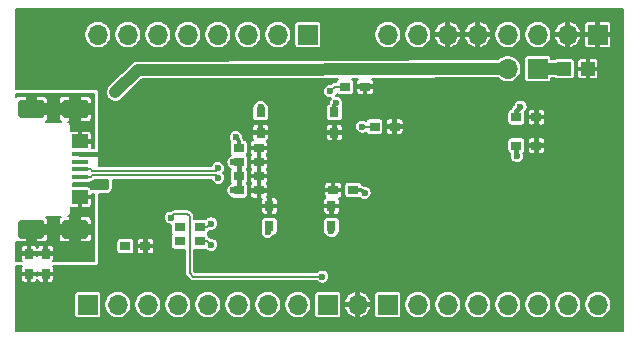
<source format=gbl>
G04 #@! TF.GenerationSoftware,KiCad,Pcbnew,5.1.6*
G04 #@! TF.CreationDate,2020-07-10T23:15:47+01:00*
G04 #@! TF.ProjectId,CY7CBreakout,43593743-4272-4656-916b-6f75742e6b69,rev?*
G04 #@! TF.SameCoordinates,PX7270e00PY7270e00*
G04 #@! TF.FileFunction,Copper,L2,Bot*
G04 #@! TF.FilePolarity,Positive*
%FSLAX46Y46*%
G04 Gerber Fmt 4.6, Leading zero omitted, Abs format (unit mm)*
G04 Created by KiCad (PCBNEW 5.1.6) date 2020-07-10 23:15:47*
%MOMM*%
%LPD*%
G01*
G04 APERTURE LIST*
G04 #@! TA.AperFunction,SMDPad,CuDef*
%ADD10R,1.400000X1.200000*%
G04 #@! TD*
G04 #@! TA.AperFunction,SMDPad,CuDef*
%ADD11R,1.400000X0.400000*%
G04 #@! TD*
G04 #@! TA.AperFunction,SMDPad,CuDef*
%ADD12R,1.200000X1.200000*%
G04 #@! TD*
G04 #@! TA.AperFunction,SMDPad,CuDef*
%ADD13R,0.900000X0.800000*%
G04 #@! TD*
G04 #@! TA.AperFunction,ComponentPad*
%ADD14O,1.700000X1.700000*%
G04 #@! TD*
G04 #@! TA.AperFunction,ComponentPad*
%ADD15R,1.700000X1.700000*%
G04 #@! TD*
G04 #@! TA.AperFunction,SMDPad,CuDef*
%ADD16R,0.800000X0.900000*%
G04 #@! TD*
G04 #@! TA.AperFunction,ViaPad*
%ADD17C,0.600000*%
G04 #@! TD*
G04 #@! TA.AperFunction,ViaPad*
%ADD18C,0.700000*%
G04 #@! TD*
G04 #@! TA.AperFunction,Conductor*
%ADD19C,0.400000*%
G04 #@! TD*
G04 #@! TA.AperFunction,Conductor*
%ADD20C,0.300000*%
G04 #@! TD*
G04 #@! TA.AperFunction,Conductor*
%ADD21C,0.200000*%
G04 #@! TD*
G04 #@! TA.AperFunction,Conductor*
%ADD22C,1.000000*%
G04 #@! TD*
G04 APERTURE END LIST*
G04 #@! TO.P,JP1,SHIELD*
G04 #@! TO.N,Earth*
G04 #@! TA.AperFunction,ComponentPad*
G36*
G01*
X2500000Y18300000D02*
X700000Y18300000D01*
G75*
G02*
X500000Y18500000I0J200000D01*
G01*
X500000Y19700000D01*
G75*
G02*
X700000Y19900000I200000J0D01*
G01*
X2500000Y19900000D01*
G75*
G02*
X2700000Y19700000I0J-200000D01*
G01*
X2700000Y18500000D01*
G75*
G02*
X2500000Y18300000I-200000J0D01*
G01*
G37*
G04 #@! TD.AperFunction*
G04 #@! TA.AperFunction,ComponentPad*
G36*
G01*
X6200000Y18300000D02*
X4400000Y18300000D01*
G75*
G02*
X4200000Y18500000I0J200000D01*
G01*
X4200000Y19700000D01*
G75*
G02*
X4400000Y19900000I200000J0D01*
G01*
X6200000Y19900000D01*
G75*
G02*
X6400000Y19700000I0J-200000D01*
G01*
X6400000Y18500000D01*
G75*
G02*
X6200000Y18300000I-200000J0D01*
G01*
G37*
G04 #@! TD.AperFunction*
G04 #@! TA.AperFunction,ComponentPad*
G36*
G01*
X6200000Y8100000D02*
X4400000Y8100000D01*
G75*
G02*
X4200000Y8300000I0J200000D01*
G01*
X4200000Y9500000D01*
G75*
G02*
X4400000Y9700000I200000J0D01*
G01*
X6200000Y9700000D01*
G75*
G02*
X6400000Y9500000I0J-200000D01*
G01*
X6400000Y8300000D01*
G75*
G02*
X6200000Y8100000I-200000J0D01*
G01*
G37*
G04 #@! TD.AperFunction*
G04 #@! TA.AperFunction,ComponentPad*
G36*
G01*
X2500000Y8100000D02*
X700000Y8100000D01*
G75*
G02*
X500000Y8300000I0J200000D01*
G01*
X500000Y9500000D01*
G75*
G02*
X700000Y9700000I200000J0D01*
G01*
X2500000Y9700000D01*
G75*
G02*
X2700000Y9500000I0J-200000D01*
G01*
X2700000Y8300000D01*
G75*
G02*
X2500000Y8100000I-200000J0D01*
G01*
G37*
G04 #@! TD.AperFunction*
D10*
X5700000Y16350000D03*
X5700000Y11650000D03*
D11*
G04 #@! TO.P,JP1,VCC*
G04 #@! TO.N,/Processor+USB/VBUS*
X5700000Y12700000D03*
G04 #@! TO.P,JP1,GND1*
G04 #@! TO.N,GND*
X5700000Y15300000D03*
G04 #@! TO.P,JP1,ID*
G04 #@! TO.N,Net-(JP1-PadID)*
X5700000Y14650000D03*
G04 #@! TO.P,JP1,D+*
G04 #@! TO.N,/Processor+USB/D+*
X5700000Y14000000D03*
G04 #@! TO.P,JP1,D-*
G04 #@! TO.N,/Processor+USB/D-*
X5700000Y13350000D03*
G04 #@! TD*
D12*
G04 #@! TO.P,C18,2*
G04 #@! TO.N,GND*
X48700000Y22500000D03*
G04 #@! TO.P,C18,1*
G04 #@! TO.N,+5V*
X46700000Y22500000D03*
G04 #@! TD*
D13*
G04 #@! TO.P,C17,2*
G04 #@! TO.N,GND*
X44350000Y16000000D03*
G04 #@! TO.P,C17,1*
G04 #@! TO.N,+3V3*
X42650000Y16000000D03*
G04 #@! TD*
G04 #@! TO.P,C16,2*
G04 #@! TO.N,+5V*
X42650000Y18400000D03*
G04 #@! TO.P,C16,1*
G04 #@! TO.N,GND*
X44350000Y18400000D03*
G04 #@! TD*
D14*
G04 #@! TO.P,J6,2*
G04 #@! TO.N,/Processor+USB/VBUS*
X41910000Y22500000D03*
D15*
G04 #@! TO.P,J6,1*
G04 #@! TO.N,+5V*
X44450000Y22500000D03*
G04 #@! TD*
D14*
G04 #@! TO.P,J3,8*
G04 #@! TO.N,/Breadboard Connectors/PD7*
X7220000Y25400000D03*
G04 #@! TO.P,J3,7*
G04 #@! TO.N,/Breadboard Connectors/PD6*
X9760000Y25400000D03*
G04 #@! TO.P,J3,6*
G04 #@! TO.N,/Breadboard Connectors/PD5*
X12300000Y25400000D03*
G04 #@! TO.P,J3,5*
G04 #@! TO.N,/Breadboard Connectors/PD4*
X14840000Y25400000D03*
G04 #@! TO.P,J3,4*
G04 #@! TO.N,/Breadboard Connectors/PD3*
X17380000Y25400000D03*
G04 #@! TO.P,J3,3*
G04 #@! TO.N,/Breadboard Connectors/PD2*
X19920000Y25400000D03*
G04 #@! TO.P,J3,2*
G04 #@! TO.N,/Breadboard Connectors/PD1*
X22460000Y25400000D03*
D15*
G04 #@! TO.P,J3,1*
G04 #@! TO.N,/Breadboard Connectors/PD0*
X25000000Y25400000D03*
G04 #@! TD*
D16*
G04 #@! TO.P,R6,2*
G04 #@! TO.N,Earth*
X1400000Y6850000D03*
G04 #@! TO.P,R6,1*
G04 #@! TO.N,GND*
X1400000Y5150000D03*
G04 #@! TD*
G04 #@! TO.P,C15,2*
G04 #@! TO.N,GND*
X2800000Y5150000D03*
G04 #@! TO.P,C15,1*
G04 #@! TO.N,Earth*
X2800000Y6850000D03*
G04 #@! TD*
D13*
G04 #@! TO.P,R4,2*
G04 #@! TO.N,/Processor+USB/SDA*
X14150000Y7900000D03*
G04 #@! TO.P,R4,1*
G04 #@! TO.N,+3V3*
X15850000Y7900000D03*
G04 #@! TD*
G04 #@! TO.P,C14,2*
G04 #@! TO.N,GND*
X20850000Y12200000D03*
G04 #@! TO.P,C14,1*
G04 #@! TO.N,+3V3*
X19150000Y12200000D03*
G04 #@! TD*
G04 #@! TO.P,C13,2*
G04 #@! TO.N,GND*
X20850000Y13400000D03*
G04 #@! TO.P,C13,1*
G04 #@! TO.N,+3V3*
X19150000Y13400000D03*
G04 #@! TD*
G04 #@! TO.P,C12,2*
G04 #@! TO.N,GND*
X20850000Y14600000D03*
G04 #@! TO.P,C12,1*
G04 #@! TO.N,+3V3*
X19150000Y14600000D03*
G04 #@! TD*
D16*
G04 #@! TO.P,C11,2*
G04 #@! TO.N,GND*
X21000000Y17100000D03*
G04 #@! TO.P,C11,1*
G04 #@! TO.N,+3V3*
X21000000Y18800000D03*
G04 #@! TD*
G04 #@! TO.P,C10,2*
G04 #@! TO.N,GND*
X27250000Y17100000D03*
G04 #@! TO.P,C10,1*
G04 #@! TO.N,+3V3*
X27250000Y18800000D03*
G04 #@! TD*
G04 #@! TO.P,C9,2*
G04 #@! TO.N,GND*
X21750000Y10900000D03*
G04 #@! TO.P,C9,1*
G04 #@! TO.N,+3V3*
X21750000Y9200000D03*
G04 #@! TD*
G04 #@! TO.P,C8,2*
G04 #@! TO.N,GND*
X27000000Y10900000D03*
G04 #@! TO.P,C8,1*
G04 #@! TO.N,+3V3*
X27000000Y9200000D03*
G04 #@! TD*
D13*
G04 #@! TO.P,C7,2*
G04 #@! TO.N,GND*
X27150000Y12250000D03*
G04 #@! TO.P,C7,1*
G04 #@! TO.N,+3V3*
X28850000Y12250000D03*
G04 #@! TD*
G04 #@! TO.P,C6,2*
G04 #@! TO.N,GND*
X20850000Y15800000D03*
G04 #@! TO.P,C6,1*
G04 #@! TO.N,+3V3*
X19150000Y15800000D03*
G04 #@! TD*
D14*
G04 #@! TO.P,J5,2*
G04 #@! TO.N,GND*
X29210000Y2540000D03*
D15*
G04 #@! TO.P,J5,1*
G04 #@! TO.N,/Supply + Support Elements/EEPROM_WC*
X26670000Y2540000D03*
G04 #@! TD*
D13*
G04 #@! TO.P,C5,2*
G04 #@! TO.N,GND*
X11250000Y7500000D03*
G04 #@! TO.P,C5,1*
G04 #@! TO.N,+3V3*
X9550000Y7500000D03*
G04 #@! TD*
G04 #@! TO.P,R3,2*
G04 #@! TO.N,/Processor+USB/SCL*
X14150000Y9100000D03*
G04 #@! TO.P,R3,1*
G04 #@! TO.N,+3V3*
X15850000Y9100000D03*
G04 #@! TD*
G04 #@! TO.P,C4,2*
G04 #@! TO.N,GND*
X32350000Y17600000D03*
G04 #@! TO.P,C4,1*
G04 #@! TO.N,/Processor+USB/~RESET*
X30650000Y17600000D03*
G04 #@! TD*
G04 #@! TO.P,C3,2*
G04 #@! TO.N,GND*
X29850000Y21000000D03*
G04 #@! TO.P,C3,1*
G04 #@! TO.N,/Processor+USB/WAKEUP*
X28150000Y21000000D03*
G04 #@! TD*
D14*
G04 #@! TO.P,J4,8*
G04 #@! TO.N,+3V3*
X31750000Y25400000D03*
G04 #@! TO.P,J4,7*
X34290000Y25400000D03*
G04 #@! TO.P,J4,6*
G04 #@! TO.N,GND*
X36830000Y25400000D03*
G04 #@! TO.P,J4,5*
X39370000Y25400000D03*
G04 #@! TO.P,J4,4*
G04 #@! TO.N,+5V*
X41910000Y25400000D03*
G04 #@! TO.P,J4,3*
X44450000Y25400000D03*
G04 #@! TO.P,J4,2*
G04 #@! TO.N,GND*
X46990000Y25400000D03*
D15*
G04 #@! TO.P,J4,1*
X49530000Y25400000D03*
G04 #@! TD*
D14*
G04 #@! TO.P,J2,8*
G04 #@! TO.N,/Breadboard Connectors/PB7*
X24130000Y2540000D03*
G04 #@! TO.P,J2,7*
G04 #@! TO.N,/Breadboard Connectors/PB6*
X21590000Y2540000D03*
G04 #@! TO.P,J2,6*
G04 #@! TO.N,/Breadboard Connectors/PB5*
X19050000Y2540000D03*
G04 #@! TO.P,J2,5*
G04 #@! TO.N,/Breadboard Connectors/PB4*
X16510000Y2540000D03*
G04 #@! TO.P,J2,4*
G04 #@! TO.N,/Breadboard Connectors/PB3*
X13970000Y2540000D03*
G04 #@! TO.P,J2,3*
G04 #@! TO.N,/Breadboard Connectors/PB2*
X11430000Y2540000D03*
G04 #@! TO.P,J2,2*
G04 #@! TO.N,/Breadboard Connectors/PB1*
X8890000Y2540000D03*
D15*
G04 #@! TO.P,J2,1*
G04 #@! TO.N,/Breadboard Connectors/PB0*
X6350000Y2540000D03*
G04 #@! TD*
D14*
G04 #@! TO.P,J1,8*
G04 #@! TO.N,/Breadboard Connectors/PA7*
X49530000Y2540000D03*
G04 #@! TO.P,J1,7*
G04 #@! TO.N,/Breadboard Connectors/PA6*
X46990000Y2540000D03*
G04 #@! TO.P,J1,6*
G04 #@! TO.N,/Breadboard Connectors/PA5*
X44450000Y2540000D03*
G04 #@! TO.P,J1,5*
G04 #@! TO.N,/Breadboard Connectors/PA4*
X41910000Y2540000D03*
G04 #@! TO.P,J1,4*
G04 #@! TO.N,/Breadboard Connectors/PA3*
X39370000Y2540000D03*
G04 #@! TO.P,J1,3*
G04 #@! TO.N,/Breadboard Connectors/PA2*
X36830000Y2540000D03*
G04 #@! TO.P,J1,2*
G04 #@! TO.N,/Breadboard Connectors/PA1*
X34290000Y2540000D03*
D15*
G04 #@! TO.P,J1,1*
G04 #@! TO.N,/Breadboard Connectors/PA0*
X31750000Y2540000D03*
G04 #@! TD*
D17*
G04 #@! TO.N,GND*
X44200000Y17200000D03*
X43500000Y17200000D03*
X42800000Y17200000D03*
X14700000Y17800000D03*
X12550000Y19600000D03*
X10600000Y9400000D03*
X10600000Y8600000D03*
X11400000Y8600000D03*
X11400000Y9400000D03*
X25600000Y12000000D03*
X24800000Y12000000D03*
X24000000Y12000000D03*
X23200000Y12000000D03*
X22400000Y12000000D03*
X22400000Y16000000D03*
X23200000Y16000000D03*
X24000000Y16000000D03*
X24800000Y16000000D03*
X25600000Y16000000D03*
X25600000Y15200000D03*
X24800000Y15200000D03*
X24000000Y15200000D03*
X23200000Y15200000D03*
X22400000Y15200000D03*
X22400000Y14400000D03*
X23200000Y14400000D03*
X23200000Y13600000D03*
X22400000Y13600000D03*
X22400000Y12800000D03*
X23200000Y12800000D03*
X25600000Y12800000D03*
X24800000Y12800000D03*
X24000000Y12800000D03*
X24000000Y13600000D03*
X24800000Y13600000D03*
X25600000Y13600000D03*
X25600000Y14400000D03*
X24800000Y14400000D03*
X24000000Y14400000D03*
G04 #@! TO.N,+3V3*
X21600000Y8700000D03*
X27000000Y8750000D03*
X27400000Y19600000D03*
X21000000Y19250000D03*
X18700000Y14600000D03*
X9500000Y7500000D03*
X16800000Y9400000D03*
X16800000Y7600000D03*
X18700000Y12200000D03*
X18900000Y16700000D03*
X42700000Y15100000D03*
X29800000Y12000000D03*
G04 #@! TO.N,/Processor+USB/WAKEUP*
X26900000Y20600000D03*
G04 #@! TO.N,/Processor+USB/~RESET*
X29600000Y17600000D03*
G04 #@! TO.N,/Processor+USB/SDA*
X14150000Y7900000D03*
G04 #@! TO.N,/Processor+USB/SCL*
X14150000Y9100000D03*
G04 #@! TO.N,/Supply + Support Elements/EEPROM_WC*
X13400000Y9900000D03*
X26200000Y4900000D03*
G04 #@! TO.N,/Processor+USB/D+*
X17375000Y14075000D03*
G04 #@! TO.N,/Processor+USB/D-*
X17400000Y13275000D03*
G04 #@! TO.N,+5V*
X43000000Y19300000D03*
D18*
G04 #@! TO.N,/Processor+USB/VBUS*
X7700000Y12700000D03*
X8700000Y20500000D03*
G04 #@! TD*
D19*
G04 #@! TO.N,GND*
X5700000Y15300000D02*
X7200000Y15300000D01*
D20*
G04 #@! TO.N,+3V3*
X21750000Y8850000D02*
X21600000Y8700000D01*
X21750000Y9200000D02*
X21750000Y8850000D01*
X27000000Y8750000D02*
X27000000Y9200000D01*
X27250000Y19250000D02*
X27250000Y18800000D01*
X21000000Y19250000D02*
X21000000Y18800000D01*
X9550000Y7500000D02*
X9500000Y7500000D01*
D21*
X16500000Y9100000D02*
X16800000Y9400000D01*
X15850000Y9100000D02*
X16500000Y9100000D01*
X16500000Y7900000D02*
X16800000Y7600000D01*
X15850000Y7900000D02*
X16500000Y7900000D01*
D20*
X27250000Y19450000D02*
X27400000Y19600000D01*
X27250000Y18800000D02*
X27250000Y19450000D01*
X19150000Y14600000D02*
X18700000Y14600000D01*
X19150000Y12200000D02*
X18700000Y12200000D01*
D19*
X19150000Y13400000D02*
X19150000Y14600000D01*
X19150000Y13400000D02*
X19150000Y12200000D01*
D20*
X19150000Y16400000D02*
X19150000Y15800000D01*
X18900000Y16700000D02*
X19150000Y16400000D01*
D19*
X42650000Y15150000D02*
X42700000Y15100000D01*
X42650000Y16000000D02*
X42650000Y15150000D01*
D20*
X29500000Y12250000D02*
X28850000Y12250000D01*
X29800000Y12000000D02*
X29500000Y12250000D01*
D21*
G04 #@! TO.N,/Processor+USB/WAKEUP*
X27300000Y21000000D02*
X28150000Y21000000D01*
X26900000Y20600000D02*
X27300000Y21000000D01*
G04 #@! TO.N,/Processor+USB/~RESET*
X29600000Y17600000D02*
X30650000Y17600000D01*
G04 #@! TO.N,/Supply + Support Elements/EEPROM_WC*
X13700000Y10200000D02*
X13400000Y9900000D01*
X15000000Y5200000D02*
X15000000Y10000000D01*
X15300000Y4900000D02*
X15000000Y5200000D01*
X14800000Y10200000D02*
X13700000Y10200000D01*
X15000000Y10000000D02*
X14800000Y10200000D01*
X26200000Y4900000D02*
X15300000Y4900000D01*
G04 #@! TO.N,/Processor+USB/D+*
X17200000Y13875000D02*
X17375000Y14075000D01*
X6725000Y13875000D02*
X17200000Y13875000D01*
X6600008Y14000000D02*
X6725000Y13875000D01*
X5700000Y14000000D02*
X6600008Y14000000D01*
G04 #@! TO.N,/Processor+USB/D-*
X17200000Y13475000D02*
X17400000Y13275000D01*
X6750000Y13475000D02*
X17200000Y13475000D01*
X6600000Y13350000D02*
X6750000Y13475000D01*
X5700000Y13350000D02*
X6600000Y13350000D01*
D19*
G04 #@! TO.N,+5V*
X42650000Y18950000D02*
X42650000Y18400000D01*
X43000000Y19300000D02*
X42650000Y18950000D01*
D22*
X46700000Y22500000D02*
X44450000Y22500000D01*
D19*
G04 #@! TO.N,/Processor+USB/VBUS*
X7500000Y12700000D02*
X7500000Y12700000D01*
D22*
X10600000Y22400000D02*
X41910000Y22500000D01*
X8700000Y20500000D02*
X10600000Y22400000D01*
G04 #@! TD*
D21*
G04 #@! TO.N,Earth*
G36*
X6900000Y6200000D02*
G01*
X3423958Y6200000D01*
X3450648Y6232522D01*
X3478505Y6284639D01*
X3495660Y6341190D01*
X3501452Y6400000D01*
X3500000Y6675000D01*
X3425000Y6750000D01*
X2900000Y6750000D01*
X2900000Y6730000D01*
X2700000Y6730000D01*
X2700000Y6750000D01*
X2175000Y6750000D01*
X2100000Y6675000D01*
X2025000Y6750000D01*
X1500000Y6750000D01*
X1500000Y6730000D01*
X1300000Y6730000D01*
X1300000Y6750000D01*
X775000Y6750000D01*
X700000Y6675000D01*
X698548Y6400000D01*
X704340Y6341190D01*
X721495Y6284639D01*
X749352Y6232522D01*
X776042Y6200000D01*
X325000Y6200000D01*
X325000Y7300000D01*
X698548Y7300000D01*
X700000Y7025000D01*
X775000Y6950000D01*
X1300000Y6950000D01*
X1300000Y7525000D01*
X1500000Y7525000D01*
X1500000Y6950000D01*
X2025000Y6950000D01*
X2100000Y7025000D01*
X2175000Y6950000D01*
X2700000Y6950000D01*
X2700000Y7525000D01*
X2900000Y7525000D01*
X2900000Y6950000D01*
X3425000Y6950000D01*
X3500000Y7025000D01*
X3501452Y7300000D01*
X3495660Y7358810D01*
X3478505Y7415361D01*
X3450648Y7467478D01*
X3413159Y7513159D01*
X3367478Y7550648D01*
X3315361Y7578505D01*
X3258810Y7595660D01*
X3200000Y7601452D01*
X2975000Y7600000D01*
X2900000Y7525000D01*
X2700000Y7525000D01*
X2625000Y7600000D01*
X2400000Y7601452D01*
X2341190Y7595660D01*
X2284639Y7578505D01*
X2232522Y7550648D01*
X2186841Y7513159D01*
X2149352Y7467478D01*
X2121495Y7415361D01*
X2104340Y7358810D01*
X2100000Y7314743D01*
X2095660Y7358810D01*
X2078505Y7415361D01*
X2050648Y7467478D01*
X2013159Y7513159D01*
X1967478Y7550648D01*
X1915361Y7578505D01*
X1858810Y7595660D01*
X1800000Y7601452D01*
X1575000Y7600000D01*
X1500000Y7525000D01*
X1300000Y7525000D01*
X1225000Y7600000D01*
X1000000Y7601452D01*
X941190Y7595660D01*
X884639Y7578505D01*
X832522Y7550648D01*
X786841Y7513159D01*
X749352Y7467478D01*
X721495Y7415361D01*
X704340Y7358810D01*
X698548Y7300000D01*
X325000Y7300000D01*
X325000Y7855525D01*
X332522Y7849352D01*
X384639Y7821495D01*
X441190Y7804340D01*
X500000Y7798548D01*
X1125000Y7800000D01*
X1200000Y7875000D01*
X1200000Y8500000D01*
X2000000Y8500000D01*
X2000000Y7875000D01*
X2075000Y7800000D01*
X2700000Y7798548D01*
X2758810Y7804340D01*
X2815361Y7821495D01*
X2867478Y7849352D01*
X2913159Y7886841D01*
X2950648Y7932522D01*
X2978505Y7984639D01*
X2995660Y8041190D01*
X3001452Y8100000D01*
X3898548Y8100000D01*
X3904340Y8041190D01*
X3921495Y7984639D01*
X3949352Y7932522D01*
X3986841Y7886841D01*
X4032522Y7849352D01*
X4084639Y7821495D01*
X4141190Y7804340D01*
X4200000Y7798548D01*
X4825000Y7800000D01*
X4900000Y7875000D01*
X4900000Y8500000D01*
X5700000Y8500000D01*
X5700000Y7875000D01*
X5775000Y7800000D01*
X6400000Y7798548D01*
X6458810Y7804340D01*
X6515361Y7821495D01*
X6567478Y7849352D01*
X6613159Y7886841D01*
X6650648Y7932522D01*
X6678505Y7984639D01*
X6695660Y8041190D01*
X6701452Y8100000D01*
X6700000Y8425000D01*
X6625000Y8500000D01*
X5700000Y8500000D01*
X4900000Y8500000D01*
X3975000Y8500000D01*
X3900000Y8425000D01*
X3898548Y8100000D01*
X3001452Y8100000D01*
X3000000Y8425000D01*
X2925000Y8500000D01*
X2000000Y8500000D01*
X1200000Y8500000D01*
X1180000Y8500000D01*
X1180000Y9300000D01*
X1200000Y9300000D01*
X1200000Y9320000D01*
X2000000Y9320000D01*
X2000000Y9300000D01*
X2925000Y9300000D01*
X3000000Y9375000D01*
X3001452Y9700000D01*
X2995660Y9758810D01*
X2978505Y9815361D01*
X2950648Y9867478D01*
X2913159Y9913159D01*
X2867478Y9950648D01*
X2821918Y9975000D01*
X4078082Y9975000D01*
X4032522Y9950648D01*
X3986841Y9913159D01*
X3949352Y9867478D01*
X3921495Y9815361D01*
X3904340Y9758810D01*
X3898548Y9700000D01*
X3900000Y9375000D01*
X3975000Y9300000D01*
X4900000Y9300000D01*
X4900000Y9925000D01*
X5700000Y9925000D01*
X5700000Y9300000D01*
X6625000Y9300000D01*
X6700000Y9375000D01*
X6701452Y9700000D01*
X6695660Y9758810D01*
X6678505Y9815361D01*
X6650648Y9867478D01*
X6613159Y9913159D01*
X6567478Y9950648D01*
X6515361Y9978505D01*
X6458810Y9995660D01*
X6400000Y10001452D01*
X5775000Y10000000D01*
X5700000Y9925000D01*
X4900000Y9925000D01*
X4825000Y10000000D01*
X4728598Y10000224D01*
X4781434Y10028465D01*
X4830921Y10069079D01*
X4871535Y10118566D01*
X4901713Y10175026D01*
X4920297Y10236289D01*
X4926572Y10300000D01*
X4925000Y10315961D01*
X4925000Y10759251D01*
X4941190Y10754340D01*
X5000000Y10748548D01*
X5525000Y10750000D01*
X5600000Y10825000D01*
X5600000Y11550000D01*
X5800000Y11550000D01*
X5800000Y10825000D01*
X5875000Y10750000D01*
X6400000Y10748548D01*
X6458810Y10754340D01*
X6515361Y10771495D01*
X6567478Y10799352D01*
X6613159Y10836841D01*
X6650648Y10882522D01*
X6678505Y10934639D01*
X6695660Y10991190D01*
X6701452Y11050000D01*
X6700000Y11475000D01*
X6625000Y11550000D01*
X5800000Y11550000D01*
X5600000Y11550000D01*
X5580000Y11550000D01*
X5580000Y11750000D01*
X5600000Y11750000D01*
X5600000Y11770000D01*
X5800000Y11770000D01*
X5800000Y11750000D01*
X6625000Y11750000D01*
X6700000Y11825000D01*
X6700256Y11900000D01*
X6900000Y11900000D01*
X6900000Y6200000D01*
G37*
X6900000Y6200000D02*
X3423958Y6200000D01*
X3450648Y6232522D01*
X3478505Y6284639D01*
X3495660Y6341190D01*
X3501452Y6400000D01*
X3500000Y6675000D01*
X3425000Y6750000D01*
X2900000Y6750000D01*
X2900000Y6730000D01*
X2700000Y6730000D01*
X2700000Y6750000D01*
X2175000Y6750000D01*
X2100000Y6675000D01*
X2025000Y6750000D01*
X1500000Y6750000D01*
X1500000Y6730000D01*
X1300000Y6730000D01*
X1300000Y6750000D01*
X775000Y6750000D01*
X700000Y6675000D01*
X698548Y6400000D01*
X704340Y6341190D01*
X721495Y6284639D01*
X749352Y6232522D01*
X776042Y6200000D01*
X325000Y6200000D01*
X325000Y7300000D01*
X698548Y7300000D01*
X700000Y7025000D01*
X775000Y6950000D01*
X1300000Y6950000D01*
X1300000Y7525000D01*
X1500000Y7525000D01*
X1500000Y6950000D01*
X2025000Y6950000D01*
X2100000Y7025000D01*
X2175000Y6950000D01*
X2700000Y6950000D01*
X2700000Y7525000D01*
X2900000Y7525000D01*
X2900000Y6950000D01*
X3425000Y6950000D01*
X3500000Y7025000D01*
X3501452Y7300000D01*
X3495660Y7358810D01*
X3478505Y7415361D01*
X3450648Y7467478D01*
X3413159Y7513159D01*
X3367478Y7550648D01*
X3315361Y7578505D01*
X3258810Y7595660D01*
X3200000Y7601452D01*
X2975000Y7600000D01*
X2900000Y7525000D01*
X2700000Y7525000D01*
X2625000Y7600000D01*
X2400000Y7601452D01*
X2341190Y7595660D01*
X2284639Y7578505D01*
X2232522Y7550648D01*
X2186841Y7513159D01*
X2149352Y7467478D01*
X2121495Y7415361D01*
X2104340Y7358810D01*
X2100000Y7314743D01*
X2095660Y7358810D01*
X2078505Y7415361D01*
X2050648Y7467478D01*
X2013159Y7513159D01*
X1967478Y7550648D01*
X1915361Y7578505D01*
X1858810Y7595660D01*
X1800000Y7601452D01*
X1575000Y7600000D01*
X1500000Y7525000D01*
X1300000Y7525000D01*
X1225000Y7600000D01*
X1000000Y7601452D01*
X941190Y7595660D01*
X884639Y7578505D01*
X832522Y7550648D01*
X786841Y7513159D01*
X749352Y7467478D01*
X721495Y7415361D01*
X704340Y7358810D01*
X698548Y7300000D01*
X325000Y7300000D01*
X325000Y7855525D01*
X332522Y7849352D01*
X384639Y7821495D01*
X441190Y7804340D01*
X500000Y7798548D01*
X1125000Y7800000D01*
X1200000Y7875000D01*
X1200000Y8500000D01*
X2000000Y8500000D01*
X2000000Y7875000D01*
X2075000Y7800000D01*
X2700000Y7798548D01*
X2758810Y7804340D01*
X2815361Y7821495D01*
X2867478Y7849352D01*
X2913159Y7886841D01*
X2950648Y7932522D01*
X2978505Y7984639D01*
X2995660Y8041190D01*
X3001452Y8100000D01*
X3898548Y8100000D01*
X3904340Y8041190D01*
X3921495Y7984639D01*
X3949352Y7932522D01*
X3986841Y7886841D01*
X4032522Y7849352D01*
X4084639Y7821495D01*
X4141190Y7804340D01*
X4200000Y7798548D01*
X4825000Y7800000D01*
X4900000Y7875000D01*
X4900000Y8500000D01*
X5700000Y8500000D01*
X5700000Y7875000D01*
X5775000Y7800000D01*
X6400000Y7798548D01*
X6458810Y7804340D01*
X6515361Y7821495D01*
X6567478Y7849352D01*
X6613159Y7886841D01*
X6650648Y7932522D01*
X6678505Y7984639D01*
X6695660Y8041190D01*
X6701452Y8100000D01*
X6700000Y8425000D01*
X6625000Y8500000D01*
X5700000Y8500000D01*
X4900000Y8500000D01*
X3975000Y8500000D01*
X3900000Y8425000D01*
X3898548Y8100000D01*
X3001452Y8100000D01*
X3000000Y8425000D01*
X2925000Y8500000D01*
X2000000Y8500000D01*
X1200000Y8500000D01*
X1180000Y8500000D01*
X1180000Y9300000D01*
X1200000Y9300000D01*
X1200000Y9320000D01*
X2000000Y9320000D01*
X2000000Y9300000D01*
X2925000Y9300000D01*
X3000000Y9375000D01*
X3001452Y9700000D01*
X2995660Y9758810D01*
X2978505Y9815361D01*
X2950648Y9867478D01*
X2913159Y9913159D01*
X2867478Y9950648D01*
X2821918Y9975000D01*
X4078082Y9975000D01*
X4032522Y9950648D01*
X3986841Y9913159D01*
X3949352Y9867478D01*
X3921495Y9815361D01*
X3904340Y9758810D01*
X3898548Y9700000D01*
X3900000Y9375000D01*
X3975000Y9300000D01*
X4900000Y9300000D01*
X4900000Y9925000D01*
X5700000Y9925000D01*
X5700000Y9300000D01*
X6625000Y9300000D01*
X6700000Y9375000D01*
X6701452Y9700000D01*
X6695660Y9758810D01*
X6678505Y9815361D01*
X6650648Y9867478D01*
X6613159Y9913159D01*
X6567478Y9950648D01*
X6515361Y9978505D01*
X6458810Y9995660D01*
X6400000Y10001452D01*
X5775000Y10000000D01*
X5700000Y9925000D01*
X4900000Y9925000D01*
X4825000Y10000000D01*
X4728598Y10000224D01*
X4781434Y10028465D01*
X4830921Y10069079D01*
X4871535Y10118566D01*
X4901713Y10175026D01*
X4920297Y10236289D01*
X4926572Y10300000D01*
X4925000Y10315961D01*
X4925000Y10759251D01*
X4941190Y10754340D01*
X5000000Y10748548D01*
X5525000Y10750000D01*
X5600000Y10825000D01*
X5600000Y11550000D01*
X5800000Y11550000D01*
X5800000Y10825000D01*
X5875000Y10750000D01*
X6400000Y10748548D01*
X6458810Y10754340D01*
X6515361Y10771495D01*
X6567478Y10799352D01*
X6613159Y10836841D01*
X6650648Y10882522D01*
X6678505Y10934639D01*
X6695660Y10991190D01*
X6701452Y11050000D01*
X6700000Y11475000D01*
X6625000Y11550000D01*
X5800000Y11550000D01*
X5600000Y11550000D01*
X5580000Y11550000D01*
X5580000Y11750000D01*
X5600000Y11750000D01*
X5600000Y11770000D01*
X5800000Y11770000D01*
X5800000Y11750000D01*
X6625000Y11750000D01*
X6700000Y11825000D01*
X6700256Y11900000D01*
X6900000Y11900000D01*
X6900000Y6200000D01*
G36*
X6900000Y15800000D02*
G01*
X6701281Y15800000D01*
X6700000Y16175000D01*
X6625000Y16250000D01*
X5800000Y16250000D01*
X5800000Y16230000D01*
X5600000Y16230000D01*
X5600000Y16250000D01*
X5580000Y16250000D01*
X5580000Y16450000D01*
X5600000Y16450000D01*
X5600000Y17175000D01*
X5800000Y17175000D01*
X5800000Y16450000D01*
X6625000Y16450000D01*
X6700000Y16525000D01*
X6701452Y16950000D01*
X6695660Y17008810D01*
X6678505Y17065361D01*
X6650648Y17117478D01*
X6613159Y17163159D01*
X6567478Y17200648D01*
X6515361Y17228505D01*
X6458810Y17245660D01*
X6400000Y17251452D01*
X5875000Y17250000D01*
X5800000Y17175000D01*
X5600000Y17175000D01*
X5525000Y17250000D01*
X5000000Y17251452D01*
X4941190Y17245660D01*
X4925000Y17240749D01*
X4925000Y17684039D01*
X4926572Y17700000D01*
X4920297Y17763711D01*
X4901713Y17824974D01*
X4871535Y17881434D01*
X4830921Y17930921D01*
X4781434Y17971535D01*
X4728598Y17999776D01*
X4825000Y18000000D01*
X4900000Y18075000D01*
X4900000Y18700000D01*
X5700000Y18700000D01*
X5700000Y18075000D01*
X5775000Y18000000D01*
X6400000Y17998548D01*
X6458810Y18004340D01*
X6515361Y18021495D01*
X6567478Y18049352D01*
X6613159Y18086841D01*
X6650648Y18132522D01*
X6678505Y18184639D01*
X6695660Y18241190D01*
X6701452Y18300000D01*
X6700000Y18625000D01*
X6625000Y18700000D01*
X5700000Y18700000D01*
X4900000Y18700000D01*
X3975000Y18700000D01*
X3900000Y18625000D01*
X3898548Y18300000D01*
X3904340Y18241190D01*
X3921495Y18184639D01*
X3949352Y18132522D01*
X3986841Y18086841D01*
X4032522Y18049352D01*
X4078082Y18025000D01*
X2821918Y18025000D01*
X2867478Y18049352D01*
X2913159Y18086841D01*
X2950648Y18132522D01*
X2978505Y18184639D01*
X2995660Y18241190D01*
X3001452Y18300000D01*
X3000000Y18625000D01*
X2925000Y18700000D01*
X2000000Y18700000D01*
X2000000Y18680000D01*
X1200000Y18680000D01*
X1200000Y18700000D01*
X1180000Y18700000D01*
X1180000Y19500000D01*
X1200000Y19500000D01*
X1200000Y20125000D01*
X2000000Y20125000D01*
X2000000Y19500000D01*
X2925000Y19500000D01*
X3000000Y19575000D01*
X3001452Y19900000D01*
X3898548Y19900000D01*
X3900000Y19575000D01*
X3975000Y19500000D01*
X4900000Y19500000D01*
X4900000Y20125000D01*
X5700000Y20125000D01*
X5700000Y19500000D01*
X6625000Y19500000D01*
X6700000Y19575000D01*
X6701452Y19900000D01*
X6695660Y19958810D01*
X6678505Y20015361D01*
X6650648Y20067478D01*
X6613159Y20113159D01*
X6567478Y20150648D01*
X6515361Y20178505D01*
X6458810Y20195660D01*
X6400000Y20201452D01*
X5775000Y20200000D01*
X5700000Y20125000D01*
X4900000Y20125000D01*
X4825000Y20200000D01*
X4200000Y20201452D01*
X4141190Y20195660D01*
X4084639Y20178505D01*
X4032522Y20150648D01*
X3986841Y20113159D01*
X3949352Y20067478D01*
X3921495Y20015361D01*
X3904340Y19958810D01*
X3898548Y19900000D01*
X3001452Y19900000D01*
X2995660Y19958810D01*
X2978505Y20015361D01*
X2950648Y20067478D01*
X2913159Y20113159D01*
X2867478Y20150648D01*
X2815361Y20178505D01*
X2758810Y20195660D01*
X2700000Y20201452D01*
X2075000Y20200000D01*
X2000000Y20125000D01*
X1200000Y20125000D01*
X1125000Y20200000D01*
X500000Y20201452D01*
X441190Y20195660D01*
X384639Y20178505D01*
X332522Y20150648D01*
X325000Y20144475D01*
X325000Y20400000D01*
X6900000Y20400000D01*
X6900000Y15800000D01*
G37*
X6900000Y15800000D02*
X6701281Y15800000D01*
X6700000Y16175000D01*
X6625000Y16250000D01*
X5800000Y16250000D01*
X5800000Y16230000D01*
X5600000Y16230000D01*
X5600000Y16250000D01*
X5580000Y16250000D01*
X5580000Y16450000D01*
X5600000Y16450000D01*
X5600000Y17175000D01*
X5800000Y17175000D01*
X5800000Y16450000D01*
X6625000Y16450000D01*
X6700000Y16525000D01*
X6701452Y16950000D01*
X6695660Y17008810D01*
X6678505Y17065361D01*
X6650648Y17117478D01*
X6613159Y17163159D01*
X6567478Y17200648D01*
X6515361Y17228505D01*
X6458810Y17245660D01*
X6400000Y17251452D01*
X5875000Y17250000D01*
X5800000Y17175000D01*
X5600000Y17175000D01*
X5525000Y17250000D01*
X5000000Y17251452D01*
X4941190Y17245660D01*
X4925000Y17240749D01*
X4925000Y17684039D01*
X4926572Y17700000D01*
X4920297Y17763711D01*
X4901713Y17824974D01*
X4871535Y17881434D01*
X4830921Y17930921D01*
X4781434Y17971535D01*
X4728598Y17999776D01*
X4825000Y18000000D01*
X4900000Y18075000D01*
X4900000Y18700000D01*
X5700000Y18700000D01*
X5700000Y18075000D01*
X5775000Y18000000D01*
X6400000Y17998548D01*
X6458810Y18004340D01*
X6515361Y18021495D01*
X6567478Y18049352D01*
X6613159Y18086841D01*
X6650648Y18132522D01*
X6678505Y18184639D01*
X6695660Y18241190D01*
X6701452Y18300000D01*
X6700000Y18625000D01*
X6625000Y18700000D01*
X5700000Y18700000D01*
X4900000Y18700000D01*
X3975000Y18700000D01*
X3900000Y18625000D01*
X3898548Y18300000D01*
X3904340Y18241190D01*
X3921495Y18184639D01*
X3949352Y18132522D01*
X3986841Y18086841D01*
X4032522Y18049352D01*
X4078082Y18025000D01*
X2821918Y18025000D01*
X2867478Y18049352D01*
X2913159Y18086841D01*
X2950648Y18132522D01*
X2978505Y18184639D01*
X2995660Y18241190D01*
X3001452Y18300000D01*
X3000000Y18625000D01*
X2925000Y18700000D01*
X2000000Y18700000D01*
X2000000Y18680000D01*
X1200000Y18680000D01*
X1200000Y18700000D01*
X1180000Y18700000D01*
X1180000Y19500000D01*
X1200000Y19500000D01*
X1200000Y20125000D01*
X2000000Y20125000D01*
X2000000Y19500000D01*
X2925000Y19500000D01*
X3000000Y19575000D01*
X3001452Y19900000D01*
X3898548Y19900000D01*
X3900000Y19575000D01*
X3975000Y19500000D01*
X4900000Y19500000D01*
X4900000Y20125000D01*
X5700000Y20125000D01*
X5700000Y19500000D01*
X6625000Y19500000D01*
X6700000Y19575000D01*
X6701452Y19900000D01*
X6695660Y19958810D01*
X6678505Y20015361D01*
X6650648Y20067478D01*
X6613159Y20113159D01*
X6567478Y20150648D01*
X6515361Y20178505D01*
X6458810Y20195660D01*
X6400000Y20201452D01*
X5775000Y20200000D01*
X5700000Y20125000D01*
X4900000Y20125000D01*
X4825000Y20200000D01*
X4200000Y20201452D01*
X4141190Y20195660D01*
X4084639Y20178505D01*
X4032522Y20150648D01*
X3986841Y20113159D01*
X3949352Y20067478D01*
X3921495Y20015361D01*
X3904340Y19958810D01*
X3898548Y19900000D01*
X3001452Y19900000D01*
X2995660Y19958810D01*
X2978505Y20015361D01*
X2950648Y20067478D01*
X2913159Y20113159D01*
X2867478Y20150648D01*
X2815361Y20178505D01*
X2758810Y20195660D01*
X2700000Y20201452D01*
X2075000Y20200000D01*
X2000000Y20125000D01*
X1200000Y20125000D01*
X1125000Y20200000D01*
X500000Y20201452D01*
X441190Y20195660D01*
X384639Y20178505D01*
X332522Y20150648D01*
X325000Y20144475D01*
X325000Y20400000D01*
X6900000Y20400000D01*
X6900000Y15800000D01*
G04 #@! TO.N,GND*
G36*
X51675000Y325000D02*
G01*
X325000Y325000D01*
X325000Y3390000D01*
X5198549Y3390000D01*
X5198549Y1690000D01*
X5204341Y1631190D01*
X5221496Y1574640D01*
X5249353Y1522523D01*
X5286842Y1476842D01*
X5332523Y1439353D01*
X5384640Y1411496D01*
X5441190Y1394341D01*
X5500000Y1388549D01*
X7200000Y1388549D01*
X7258810Y1394341D01*
X7315360Y1411496D01*
X7367477Y1439353D01*
X7413158Y1476842D01*
X7450647Y1522523D01*
X7478504Y1574640D01*
X7495659Y1631190D01*
X7501451Y1690000D01*
X7501451Y2653265D01*
X7740000Y2653265D01*
X7740000Y2426735D01*
X7784194Y2204557D01*
X7870884Y1995271D01*
X7996737Y1806918D01*
X8156918Y1646737D01*
X8345271Y1520884D01*
X8554557Y1434194D01*
X8776735Y1390000D01*
X9003265Y1390000D01*
X9225443Y1434194D01*
X9434729Y1520884D01*
X9623082Y1646737D01*
X9783263Y1806918D01*
X9909116Y1995271D01*
X9995806Y2204557D01*
X10040000Y2426735D01*
X10040000Y2653265D01*
X10280000Y2653265D01*
X10280000Y2426735D01*
X10324194Y2204557D01*
X10410884Y1995271D01*
X10536737Y1806918D01*
X10696918Y1646737D01*
X10885271Y1520884D01*
X11094557Y1434194D01*
X11316735Y1390000D01*
X11543265Y1390000D01*
X11765443Y1434194D01*
X11974729Y1520884D01*
X12163082Y1646737D01*
X12323263Y1806918D01*
X12449116Y1995271D01*
X12535806Y2204557D01*
X12580000Y2426735D01*
X12580000Y2653265D01*
X12820000Y2653265D01*
X12820000Y2426735D01*
X12864194Y2204557D01*
X12950884Y1995271D01*
X13076737Y1806918D01*
X13236918Y1646737D01*
X13425271Y1520884D01*
X13634557Y1434194D01*
X13856735Y1390000D01*
X14083265Y1390000D01*
X14305443Y1434194D01*
X14514729Y1520884D01*
X14703082Y1646737D01*
X14863263Y1806918D01*
X14989116Y1995271D01*
X15075806Y2204557D01*
X15120000Y2426735D01*
X15120000Y2653265D01*
X15360000Y2653265D01*
X15360000Y2426735D01*
X15404194Y2204557D01*
X15490884Y1995271D01*
X15616737Y1806918D01*
X15776918Y1646737D01*
X15965271Y1520884D01*
X16174557Y1434194D01*
X16396735Y1390000D01*
X16623265Y1390000D01*
X16845443Y1434194D01*
X17054729Y1520884D01*
X17243082Y1646737D01*
X17403263Y1806918D01*
X17529116Y1995271D01*
X17615806Y2204557D01*
X17660000Y2426735D01*
X17660000Y2653265D01*
X17900000Y2653265D01*
X17900000Y2426735D01*
X17944194Y2204557D01*
X18030884Y1995271D01*
X18156737Y1806918D01*
X18316918Y1646737D01*
X18505271Y1520884D01*
X18714557Y1434194D01*
X18936735Y1390000D01*
X19163265Y1390000D01*
X19385443Y1434194D01*
X19594729Y1520884D01*
X19783082Y1646737D01*
X19943263Y1806918D01*
X20069116Y1995271D01*
X20155806Y2204557D01*
X20200000Y2426735D01*
X20200000Y2653265D01*
X20440000Y2653265D01*
X20440000Y2426735D01*
X20484194Y2204557D01*
X20570884Y1995271D01*
X20696737Y1806918D01*
X20856918Y1646737D01*
X21045271Y1520884D01*
X21254557Y1434194D01*
X21476735Y1390000D01*
X21703265Y1390000D01*
X21925443Y1434194D01*
X22134729Y1520884D01*
X22323082Y1646737D01*
X22483263Y1806918D01*
X22609116Y1995271D01*
X22695806Y2204557D01*
X22740000Y2426735D01*
X22740000Y2653265D01*
X22980000Y2653265D01*
X22980000Y2426735D01*
X23024194Y2204557D01*
X23110884Y1995271D01*
X23236737Y1806918D01*
X23396918Y1646737D01*
X23585271Y1520884D01*
X23794557Y1434194D01*
X24016735Y1390000D01*
X24243265Y1390000D01*
X24465443Y1434194D01*
X24674729Y1520884D01*
X24863082Y1646737D01*
X25023263Y1806918D01*
X25149116Y1995271D01*
X25235806Y2204557D01*
X25280000Y2426735D01*
X25280000Y2653265D01*
X25235806Y2875443D01*
X25149116Y3084729D01*
X25023263Y3273082D01*
X24906345Y3390000D01*
X25518549Y3390000D01*
X25518549Y1690000D01*
X25524341Y1631190D01*
X25541496Y1574640D01*
X25569353Y1522523D01*
X25606842Y1476842D01*
X25652523Y1439353D01*
X25704640Y1411496D01*
X25761190Y1394341D01*
X25820000Y1388549D01*
X27520000Y1388549D01*
X27578810Y1394341D01*
X27635360Y1411496D01*
X27687477Y1439353D01*
X27733158Y1476842D01*
X27770647Y1522523D01*
X27798504Y1574640D01*
X27815659Y1631190D01*
X27821451Y1690000D01*
X27821451Y2262012D01*
X28094099Y2262012D01*
X28169773Y2049652D01*
X28285423Y1856136D01*
X28436604Y1688900D01*
X28617506Y1554372D01*
X28821177Y1457721D01*
X28932013Y1424104D01*
X29110000Y1469661D01*
X29110000Y2440000D01*
X29310000Y2440000D01*
X29310000Y1469661D01*
X29487987Y1424104D01*
X29598823Y1457721D01*
X29802494Y1554372D01*
X29983396Y1688900D01*
X30134577Y1856136D01*
X30250227Y2049652D01*
X30325901Y2262012D01*
X30280649Y2440000D01*
X29310000Y2440000D01*
X29110000Y2440000D01*
X28139351Y2440000D01*
X28094099Y2262012D01*
X27821451Y2262012D01*
X27821451Y2817988D01*
X28094099Y2817988D01*
X28139351Y2640000D01*
X29110000Y2640000D01*
X29110000Y3610339D01*
X29310000Y3610339D01*
X29310000Y2640000D01*
X30280649Y2640000D01*
X30325901Y2817988D01*
X30250227Y3030348D01*
X30134577Y3223864D01*
X29984391Y3390000D01*
X30598549Y3390000D01*
X30598549Y1690000D01*
X30604341Y1631190D01*
X30621496Y1574640D01*
X30649353Y1522523D01*
X30686842Y1476842D01*
X30732523Y1439353D01*
X30784640Y1411496D01*
X30841190Y1394341D01*
X30900000Y1388549D01*
X32600000Y1388549D01*
X32658810Y1394341D01*
X32715360Y1411496D01*
X32767477Y1439353D01*
X32813158Y1476842D01*
X32850647Y1522523D01*
X32878504Y1574640D01*
X32895659Y1631190D01*
X32901451Y1690000D01*
X32901451Y2653265D01*
X33140000Y2653265D01*
X33140000Y2426735D01*
X33184194Y2204557D01*
X33270884Y1995271D01*
X33396737Y1806918D01*
X33556918Y1646737D01*
X33745271Y1520884D01*
X33954557Y1434194D01*
X34176735Y1390000D01*
X34403265Y1390000D01*
X34625443Y1434194D01*
X34834729Y1520884D01*
X35023082Y1646737D01*
X35183263Y1806918D01*
X35309116Y1995271D01*
X35395806Y2204557D01*
X35440000Y2426735D01*
X35440000Y2653265D01*
X35680000Y2653265D01*
X35680000Y2426735D01*
X35724194Y2204557D01*
X35810884Y1995271D01*
X35936737Y1806918D01*
X36096918Y1646737D01*
X36285271Y1520884D01*
X36494557Y1434194D01*
X36716735Y1390000D01*
X36943265Y1390000D01*
X37165443Y1434194D01*
X37374729Y1520884D01*
X37563082Y1646737D01*
X37723263Y1806918D01*
X37849116Y1995271D01*
X37935806Y2204557D01*
X37980000Y2426735D01*
X37980000Y2653265D01*
X38220000Y2653265D01*
X38220000Y2426735D01*
X38264194Y2204557D01*
X38350884Y1995271D01*
X38476737Y1806918D01*
X38636918Y1646737D01*
X38825271Y1520884D01*
X39034557Y1434194D01*
X39256735Y1390000D01*
X39483265Y1390000D01*
X39705443Y1434194D01*
X39914729Y1520884D01*
X40103082Y1646737D01*
X40263263Y1806918D01*
X40389116Y1995271D01*
X40475806Y2204557D01*
X40520000Y2426735D01*
X40520000Y2653265D01*
X40760000Y2653265D01*
X40760000Y2426735D01*
X40804194Y2204557D01*
X40890884Y1995271D01*
X41016737Y1806918D01*
X41176918Y1646737D01*
X41365271Y1520884D01*
X41574557Y1434194D01*
X41796735Y1390000D01*
X42023265Y1390000D01*
X42245443Y1434194D01*
X42454729Y1520884D01*
X42643082Y1646737D01*
X42803263Y1806918D01*
X42929116Y1995271D01*
X43015806Y2204557D01*
X43060000Y2426735D01*
X43060000Y2653265D01*
X43300000Y2653265D01*
X43300000Y2426735D01*
X43344194Y2204557D01*
X43430884Y1995271D01*
X43556737Y1806918D01*
X43716918Y1646737D01*
X43905271Y1520884D01*
X44114557Y1434194D01*
X44336735Y1390000D01*
X44563265Y1390000D01*
X44785443Y1434194D01*
X44994729Y1520884D01*
X45183082Y1646737D01*
X45343263Y1806918D01*
X45469116Y1995271D01*
X45555806Y2204557D01*
X45600000Y2426735D01*
X45600000Y2653265D01*
X45840000Y2653265D01*
X45840000Y2426735D01*
X45884194Y2204557D01*
X45970884Y1995271D01*
X46096737Y1806918D01*
X46256918Y1646737D01*
X46445271Y1520884D01*
X46654557Y1434194D01*
X46876735Y1390000D01*
X47103265Y1390000D01*
X47325443Y1434194D01*
X47534729Y1520884D01*
X47723082Y1646737D01*
X47883263Y1806918D01*
X48009116Y1995271D01*
X48095806Y2204557D01*
X48140000Y2426735D01*
X48140000Y2653265D01*
X48380000Y2653265D01*
X48380000Y2426735D01*
X48424194Y2204557D01*
X48510884Y1995271D01*
X48636737Y1806918D01*
X48796918Y1646737D01*
X48985271Y1520884D01*
X49194557Y1434194D01*
X49416735Y1390000D01*
X49643265Y1390000D01*
X49865443Y1434194D01*
X50074729Y1520884D01*
X50263082Y1646737D01*
X50423263Y1806918D01*
X50549116Y1995271D01*
X50635806Y2204557D01*
X50680000Y2426735D01*
X50680000Y2653265D01*
X50635806Y2875443D01*
X50549116Y3084729D01*
X50423263Y3273082D01*
X50263082Y3433263D01*
X50074729Y3559116D01*
X49865443Y3645806D01*
X49643265Y3690000D01*
X49416735Y3690000D01*
X49194557Y3645806D01*
X48985271Y3559116D01*
X48796918Y3433263D01*
X48636737Y3273082D01*
X48510884Y3084729D01*
X48424194Y2875443D01*
X48380000Y2653265D01*
X48140000Y2653265D01*
X48095806Y2875443D01*
X48009116Y3084729D01*
X47883263Y3273082D01*
X47723082Y3433263D01*
X47534729Y3559116D01*
X47325443Y3645806D01*
X47103265Y3690000D01*
X46876735Y3690000D01*
X46654557Y3645806D01*
X46445271Y3559116D01*
X46256918Y3433263D01*
X46096737Y3273082D01*
X45970884Y3084729D01*
X45884194Y2875443D01*
X45840000Y2653265D01*
X45600000Y2653265D01*
X45555806Y2875443D01*
X45469116Y3084729D01*
X45343263Y3273082D01*
X45183082Y3433263D01*
X44994729Y3559116D01*
X44785443Y3645806D01*
X44563265Y3690000D01*
X44336735Y3690000D01*
X44114557Y3645806D01*
X43905271Y3559116D01*
X43716918Y3433263D01*
X43556737Y3273082D01*
X43430884Y3084729D01*
X43344194Y2875443D01*
X43300000Y2653265D01*
X43060000Y2653265D01*
X43015806Y2875443D01*
X42929116Y3084729D01*
X42803263Y3273082D01*
X42643082Y3433263D01*
X42454729Y3559116D01*
X42245443Y3645806D01*
X42023265Y3690000D01*
X41796735Y3690000D01*
X41574557Y3645806D01*
X41365271Y3559116D01*
X41176918Y3433263D01*
X41016737Y3273082D01*
X40890884Y3084729D01*
X40804194Y2875443D01*
X40760000Y2653265D01*
X40520000Y2653265D01*
X40475806Y2875443D01*
X40389116Y3084729D01*
X40263263Y3273082D01*
X40103082Y3433263D01*
X39914729Y3559116D01*
X39705443Y3645806D01*
X39483265Y3690000D01*
X39256735Y3690000D01*
X39034557Y3645806D01*
X38825271Y3559116D01*
X38636918Y3433263D01*
X38476737Y3273082D01*
X38350884Y3084729D01*
X38264194Y2875443D01*
X38220000Y2653265D01*
X37980000Y2653265D01*
X37935806Y2875443D01*
X37849116Y3084729D01*
X37723263Y3273082D01*
X37563082Y3433263D01*
X37374729Y3559116D01*
X37165443Y3645806D01*
X36943265Y3690000D01*
X36716735Y3690000D01*
X36494557Y3645806D01*
X36285271Y3559116D01*
X36096918Y3433263D01*
X35936737Y3273082D01*
X35810884Y3084729D01*
X35724194Y2875443D01*
X35680000Y2653265D01*
X35440000Y2653265D01*
X35395806Y2875443D01*
X35309116Y3084729D01*
X35183263Y3273082D01*
X35023082Y3433263D01*
X34834729Y3559116D01*
X34625443Y3645806D01*
X34403265Y3690000D01*
X34176735Y3690000D01*
X33954557Y3645806D01*
X33745271Y3559116D01*
X33556918Y3433263D01*
X33396737Y3273082D01*
X33270884Y3084729D01*
X33184194Y2875443D01*
X33140000Y2653265D01*
X32901451Y2653265D01*
X32901451Y3390000D01*
X32895659Y3448810D01*
X32878504Y3505360D01*
X32850647Y3557477D01*
X32813158Y3603158D01*
X32767477Y3640647D01*
X32715360Y3668504D01*
X32658810Y3685659D01*
X32600000Y3691451D01*
X30900000Y3691451D01*
X30841190Y3685659D01*
X30784640Y3668504D01*
X30732523Y3640647D01*
X30686842Y3603158D01*
X30649353Y3557477D01*
X30621496Y3505360D01*
X30604341Y3448810D01*
X30598549Y3390000D01*
X29984391Y3390000D01*
X29983396Y3391100D01*
X29802494Y3525628D01*
X29598823Y3622279D01*
X29487987Y3655896D01*
X29310000Y3610339D01*
X29110000Y3610339D01*
X28932013Y3655896D01*
X28821177Y3622279D01*
X28617506Y3525628D01*
X28436604Y3391100D01*
X28285423Y3223864D01*
X28169773Y3030348D01*
X28094099Y2817988D01*
X27821451Y2817988D01*
X27821451Y3390000D01*
X27815659Y3448810D01*
X27798504Y3505360D01*
X27770647Y3557477D01*
X27733158Y3603158D01*
X27687477Y3640647D01*
X27635360Y3668504D01*
X27578810Y3685659D01*
X27520000Y3691451D01*
X25820000Y3691451D01*
X25761190Y3685659D01*
X25704640Y3668504D01*
X25652523Y3640647D01*
X25606842Y3603158D01*
X25569353Y3557477D01*
X25541496Y3505360D01*
X25524341Y3448810D01*
X25518549Y3390000D01*
X24906345Y3390000D01*
X24863082Y3433263D01*
X24674729Y3559116D01*
X24465443Y3645806D01*
X24243265Y3690000D01*
X24016735Y3690000D01*
X23794557Y3645806D01*
X23585271Y3559116D01*
X23396918Y3433263D01*
X23236737Y3273082D01*
X23110884Y3084729D01*
X23024194Y2875443D01*
X22980000Y2653265D01*
X22740000Y2653265D01*
X22695806Y2875443D01*
X22609116Y3084729D01*
X22483263Y3273082D01*
X22323082Y3433263D01*
X22134729Y3559116D01*
X21925443Y3645806D01*
X21703265Y3690000D01*
X21476735Y3690000D01*
X21254557Y3645806D01*
X21045271Y3559116D01*
X20856918Y3433263D01*
X20696737Y3273082D01*
X20570884Y3084729D01*
X20484194Y2875443D01*
X20440000Y2653265D01*
X20200000Y2653265D01*
X20155806Y2875443D01*
X20069116Y3084729D01*
X19943263Y3273082D01*
X19783082Y3433263D01*
X19594729Y3559116D01*
X19385443Y3645806D01*
X19163265Y3690000D01*
X18936735Y3690000D01*
X18714557Y3645806D01*
X18505271Y3559116D01*
X18316918Y3433263D01*
X18156737Y3273082D01*
X18030884Y3084729D01*
X17944194Y2875443D01*
X17900000Y2653265D01*
X17660000Y2653265D01*
X17615806Y2875443D01*
X17529116Y3084729D01*
X17403263Y3273082D01*
X17243082Y3433263D01*
X17054729Y3559116D01*
X16845443Y3645806D01*
X16623265Y3690000D01*
X16396735Y3690000D01*
X16174557Y3645806D01*
X15965271Y3559116D01*
X15776918Y3433263D01*
X15616737Y3273082D01*
X15490884Y3084729D01*
X15404194Y2875443D01*
X15360000Y2653265D01*
X15120000Y2653265D01*
X15075806Y2875443D01*
X14989116Y3084729D01*
X14863263Y3273082D01*
X14703082Y3433263D01*
X14514729Y3559116D01*
X14305443Y3645806D01*
X14083265Y3690000D01*
X13856735Y3690000D01*
X13634557Y3645806D01*
X13425271Y3559116D01*
X13236918Y3433263D01*
X13076737Y3273082D01*
X12950884Y3084729D01*
X12864194Y2875443D01*
X12820000Y2653265D01*
X12580000Y2653265D01*
X12535806Y2875443D01*
X12449116Y3084729D01*
X12323263Y3273082D01*
X12163082Y3433263D01*
X11974729Y3559116D01*
X11765443Y3645806D01*
X11543265Y3690000D01*
X11316735Y3690000D01*
X11094557Y3645806D01*
X10885271Y3559116D01*
X10696918Y3433263D01*
X10536737Y3273082D01*
X10410884Y3084729D01*
X10324194Y2875443D01*
X10280000Y2653265D01*
X10040000Y2653265D01*
X9995806Y2875443D01*
X9909116Y3084729D01*
X9783263Y3273082D01*
X9623082Y3433263D01*
X9434729Y3559116D01*
X9225443Y3645806D01*
X9003265Y3690000D01*
X8776735Y3690000D01*
X8554557Y3645806D01*
X8345271Y3559116D01*
X8156918Y3433263D01*
X7996737Y3273082D01*
X7870884Y3084729D01*
X7784194Y2875443D01*
X7740000Y2653265D01*
X7501451Y2653265D01*
X7501451Y3390000D01*
X7495659Y3448810D01*
X7478504Y3505360D01*
X7450647Y3557477D01*
X7413158Y3603158D01*
X7367477Y3640647D01*
X7315360Y3668504D01*
X7258810Y3685659D01*
X7200000Y3691451D01*
X5500000Y3691451D01*
X5441190Y3685659D01*
X5384640Y3668504D01*
X5332523Y3640647D01*
X5286842Y3603158D01*
X5249353Y3557477D01*
X5221496Y3505360D01*
X5204341Y3448810D01*
X5198549Y3390000D01*
X325000Y3390000D01*
X325000Y4700000D01*
X698548Y4700000D01*
X704340Y4641190D01*
X721495Y4584639D01*
X749352Y4532522D01*
X786841Y4486841D01*
X832522Y4449352D01*
X884639Y4421495D01*
X941190Y4404340D01*
X1000000Y4398548D01*
X1225000Y4400000D01*
X1300000Y4475000D01*
X1300000Y5050000D01*
X1500000Y5050000D01*
X1500000Y4475000D01*
X1575000Y4400000D01*
X1800000Y4398548D01*
X1858810Y4404340D01*
X1915361Y4421495D01*
X1967478Y4449352D01*
X2013159Y4486841D01*
X2050648Y4532522D01*
X2078505Y4584639D01*
X2095660Y4641190D01*
X2100000Y4685257D01*
X2104340Y4641190D01*
X2121495Y4584639D01*
X2149352Y4532522D01*
X2186841Y4486841D01*
X2232522Y4449352D01*
X2284639Y4421495D01*
X2341190Y4404340D01*
X2400000Y4398548D01*
X2625000Y4400000D01*
X2700000Y4475000D01*
X2700000Y5050000D01*
X2900000Y5050000D01*
X2900000Y4475000D01*
X2975000Y4400000D01*
X3200000Y4398548D01*
X3258810Y4404340D01*
X3315361Y4421495D01*
X3367478Y4449352D01*
X3413159Y4486841D01*
X3450648Y4532522D01*
X3478505Y4584639D01*
X3495660Y4641190D01*
X3501452Y4700000D01*
X3500000Y4975000D01*
X3425000Y5050000D01*
X2900000Y5050000D01*
X2700000Y5050000D01*
X2175000Y5050000D01*
X2100000Y4975000D01*
X2025000Y5050000D01*
X1500000Y5050000D01*
X1300000Y5050000D01*
X775000Y5050000D01*
X700000Y4975000D01*
X698548Y4700000D01*
X325000Y4700000D01*
X325000Y5800000D01*
X776042Y5800000D01*
X749352Y5767478D01*
X721495Y5715361D01*
X704340Y5658810D01*
X698548Y5600000D01*
X700000Y5325000D01*
X775000Y5250000D01*
X1300000Y5250000D01*
X1300000Y5270000D01*
X1500000Y5270000D01*
X1500000Y5250000D01*
X2025000Y5250000D01*
X2100000Y5325000D01*
X2175000Y5250000D01*
X2700000Y5250000D01*
X2700000Y5270000D01*
X2900000Y5270000D01*
X2900000Y5250000D01*
X3425000Y5250000D01*
X3500000Y5325000D01*
X3501452Y5600000D01*
X3495660Y5658810D01*
X3478505Y5715361D01*
X3450648Y5767478D01*
X3423958Y5800000D01*
X7000000Y5800000D01*
X7058527Y5805764D01*
X7114805Y5822836D01*
X7166671Y5850559D01*
X7212132Y5887868D01*
X7249441Y5933329D01*
X7277164Y5985195D01*
X7294236Y6041473D01*
X7300000Y6100000D01*
X7300000Y7900000D01*
X8798549Y7900000D01*
X8798549Y7100000D01*
X8804341Y7041190D01*
X8821496Y6984640D01*
X8849353Y6932523D01*
X8886842Y6886842D01*
X8932523Y6849353D01*
X8984640Y6821496D01*
X9041190Y6804341D01*
X9100000Y6798549D01*
X10000000Y6798549D01*
X10058810Y6804341D01*
X10115360Y6821496D01*
X10167477Y6849353D01*
X10213158Y6886842D01*
X10250647Y6932523D01*
X10278504Y6984640D01*
X10295659Y7041190D01*
X10301451Y7100000D01*
X10498548Y7100000D01*
X10504340Y7041190D01*
X10521495Y6984639D01*
X10549352Y6932522D01*
X10586841Y6886841D01*
X10632522Y6849352D01*
X10684639Y6821495D01*
X10741190Y6804340D01*
X10800000Y6798548D01*
X11075000Y6800000D01*
X11150000Y6875000D01*
X11150000Y7400000D01*
X11350000Y7400000D01*
X11350000Y6875000D01*
X11425000Y6800000D01*
X11700000Y6798548D01*
X11758810Y6804340D01*
X11815361Y6821495D01*
X11867478Y6849352D01*
X11913159Y6886841D01*
X11950648Y6932522D01*
X11978505Y6984639D01*
X11995660Y7041190D01*
X12001452Y7100000D01*
X12000000Y7325000D01*
X11925000Y7400000D01*
X11350000Y7400000D01*
X11150000Y7400000D01*
X10575000Y7400000D01*
X10500000Y7325000D01*
X10498548Y7100000D01*
X10301451Y7100000D01*
X10301451Y7900000D01*
X10498548Y7900000D01*
X10500000Y7675000D01*
X10575000Y7600000D01*
X11150000Y7600000D01*
X11150000Y8125000D01*
X11350000Y8125000D01*
X11350000Y7600000D01*
X11925000Y7600000D01*
X12000000Y7675000D01*
X12001452Y7900000D01*
X11995660Y7958810D01*
X11978505Y8015361D01*
X11950648Y8067478D01*
X11913159Y8113159D01*
X11867478Y8150648D01*
X11815361Y8178505D01*
X11758810Y8195660D01*
X11700000Y8201452D01*
X11425000Y8200000D01*
X11350000Y8125000D01*
X11150000Y8125000D01*
X11075000Y8200000D01*
X10800000Y8201452D01*
X10741190Y8195660D01*
X10684639Y8178505D01*
X10632522Y8150648D01*
X10586841Y8113159D01*
X10549352Y8067478D01*
X10521495Y8015361D01*
X10504340Y7958810D01*
X10498548Y7900000D01*
X10301451Y7900000D01*
X10295659Y7958810D01*
X10278504Y8015360D01*
X10250647Y8067477D01*
X10213158Y8113158D01*
X10167477Y8150647D01*
X10115360Y8178504D01*
X10058810Y8195659D01*
X10000000Y8201451D01*
X9100000Y8201451D01*
X9041190Y8195659D01*
X8984640Y8178504D01*
X8932523Y8150647D01*
X8886842Y8113158D01*
X8849353Y8067477D01*
X8821496Y8015360D01*
X8804341Y7958810D01*
X8798549Y7900000D01*
X7300000Y7900000D01*
X7300000Y9959095D01*
X12800000Y9959095D01*
X12800000Y9840905D01*
X12823058Y9724986D01*
X12868287Y9615793D01*
X12933950Y9517522D01*
X13017522Y9433950D01*
X13115793Y9368287D01*
X13224986Y9323058D01*
X13340905Y9300000D01*
X13398549Y9300000D01*
X13398549Y8700000D01*
X13404341Y8641190D01*
X13421496Y8584640D01*
X13449353Y8532523D01*
X13476044Y8500000D01*
X13449353Y8467477D01*
X13421496Y8415360D01*
X13404341Y8358810D01*
X13398549Y8300000D01*
X13398549Y7500000D01*
X13404341Y7441190D01*
X13421496Y7384640D01*
X13449353Y7332523D01*
X13486842Y7286842D01*
X13532523Y7249353D01*
X13584640Y7221496D01*
X13641190Y7204341D01*
X13700000Y7198549D01*
X14600000Y7198549D01*
X14600000Y5219646D01*
X14598065Y5200000D01*
X14600000Y5180354D01*
X14605788Y5121587D01*
X14628660Y5046187D01*
X14665803Y4976698D01*
X14715789Y4915789D01*
X14731052Y4903263D01*
X15003267Y4631047D01*
X15015789Y4615789D01*
X15031047Y4603267D01*
X15031049Y4603265D01*
X15053745Y4584639D01*
X15076697Y4565803D01*
X15146186Y4528660D01*
X15221586Y4505788D01*
X15280353Y4500000D01*
X15280355Y4500000D01*
X15299999Y4498065D01*
X15319643Y4500000D01*
X25751472Y4500000D01*
X25817522Y4433950D01*
X25915793Y4368287D01*
X26024986Y4323058D01*
X26140905Y4300000D01*
X26259095Y4300000D01*
X26375014Y4323058D01*
X26484207Y4368287D01*
X26582478Y4433950D01*
X26666050Y4517522D01*
X26731713Y4615793D01*
X26776942Y4724986D01*
X26800000Y4840905D01*
X26800000Y4959095D01*
X26776942Y5075014D01*
X26731713Y5184207D01*
X26666050Y5282478D01*
X26582478Y5366050D01*
X26484207Y5431713D01*
X26375014Y5476942D01*
X26259095Y5500000D01*
X26140905Y5500000D01*
X26024986Y5476942D01*
X25915793Y5431713D01*
X25817522Y5366050D01*
X25751472Y5300000D01*
X15465686Y5300000D01*
X15400000Y5365685D01*
X15400000Y7198549D01*
X16300000Y7198549D01*
X16348178Y7203294D01*
X16417522Y7133950D01*
X16515793Y7068287D01*
X16624986Y7023058D01*
X16740905Y7000000D01*
X16859095Y7000000D01*
X16975014Y7023058D01*
X17084207Y7068287D01*
X17182478Y7133950D01*
X17266050Y7217522D01*
X17331713Y7315793D01*
X17376942Y7424986D01*
X17400000Y7540905D01*
X17400000Y7659095D01*
X17376942Y7775014D01*
X17331713Y7884207D01*
X17266050Y7982478D01*
X17182478Y8066050D01*
X17084207Y8131713D01*
X16975014Y8176942D01*
X16859095Y8200000D01*
X16764972Y8200000D01*
X16723303Y8234197D01*
X16653814Y8271340D01*
X16601451Y8287224D01*
X16601451Y8300000D01*
X16595659Y8358810D01*
X16578504Y8415360D01*
X16550647Y8467477D01*
X16523956Y8500000D01*
X16550647Y8532523D01*
X16578504Y8584640D01*
X16595659Y8641190D01*
X16601451Y8700000D01*
X16601451Y8712776D01*
X16653814Y8728660D01*
X16710753Y8759095D01*
X21000000Y8759095D01*
X21000000Y8640905D01*
X21023058Y8524986D01*
X21068287Y8415793D01*
X21133950Y8317522D01*
X21217522Y8233950D01*
X21315793Y8168287D01*
X21424986Y8123058D01*
X21540905Y8100000D01*
X21659095Y8100000D01*
X21775014Y8123058D01*
X21884207Y8168287D01*
X21982478Y8233950D01*
X22066050Y8317522D01*
X22131713Y8415793D01*
X22145281Y8448549D01*
X22150000Y8448549D01*
X22208810Y8454341D01*
X22265360Y8471496D01*
X22317477Y8499353D01*
X22363158Y8536842D01*
X22400647Y8582523D01*
X22428504Y8634640D01*
X22445659Y8691190D01*
X22451451Y8750000D01*
X22451451Y9650000D01*
X26298549Y9650000D01*
X26298549Y8750000D01*
X26304341Y8691190D01*
X26321496Y8634640D01*
X26349353Y8582523D01*
X26386842Y8536842D01*
X26432523Y8499353D01*
X26460603Y8484344D01*
X26468287Y8465793D01*
X26533950Y8367522D01*
X26617522Y8283950D01*
X26715793Y8218287D01*
X26824986Y8173058D01*
X26940905Y8150000D01*
X27059095Y8150000D01*
X27175014Y8173058D01*
X27284207Y8218287D01*
X27382478Y8283950D01*
X27466050Y8367522D01*
X27531713Y8465793D01*
X27539397Y8484344D01*
X27567477Y8499353D01*
X27613158Y8536842D01*
X27650647Y8582523D01*
X27678504Y8634640D01*
X27695659Y8691190D01*
X27701451Y8750000D01*
X27701451Y9650000D01*
X27695659Y9708810D01*
X27678504Y9765360D01*
X27650647Y9817477D01*
X27613158Y9863158D01*
X27567477Y9900647D01*
X27515360Y9928504D01*
X27458810Y9945659D01*
X27400000Y9951451D01*
X26600000Y9951451D01*
X26541190Y9945659D01*
X26484640Y9928504D01*
X26432523Y9900647D01*
X26386842Y9863158D01*
X26349353Y9817477D01*
X26321496Y9765360D01*
X26304341Y9708810D01*
X26298549Y9650000D01*
X22451451Y9650000D01*
X22445659Y9708810D01*
X22428504Y9765360D01*
X22400647Y9817477D01*
X22363158Y9863158D01*
X22317477Y9900647D01*
X22265360Y9928504D01*
X22208810Y9945659D01*
X22150000Y9951451D01*
X21350000Y9951451D01*
X21291190Y9945659D01*
X21234640Y9928504D01*
X21182523Y9900647D01*
X21136842Y9863158D01*
X21099353Y9817477D01*
X21071496Y9765360D01*
X21054341Y9708810D01*
X21048549Y9650000D01*
X21048549Y8936555D01*
X21023058Y8875014D01*
X21000000Y8759095D01*
X16710753Y8759095D01*
X16723303Y8765803D01*
X16764972Y8800000D01*
X16859095Y8800000D01*
X16975014Y8823058D01*
X17084207Y8868287D01*
X17182478Y8933950D01*
X17266050Y9017522D01*
X17331713Y9115793D01*
X17376942Y9224986D01*
X17400000Y9340905D01*
X17400000Y9459095D01*
X17376942Y9575014D01*
X17331713Y9684207D01*
X17266050Y9782478D01*
X17182478Y9866050D01*
X17084207Y9931713D01*
X16975014Y9976942D01*
X16859095Y10000000D01*
X16740905Y10000000D01*
X16624986Y9976942D01*
X16515793Y9931713D01*
X16417522Y9866050D01*
X16348178Y9796706D01*
X16300000Y9801451D01*
X15400000Y9801451D01*
X15400000Y9980353D01*
X15401935Y10000000D01*
X15399132Y10028465D01*
X15394212Y10078414D01*
X15371340Y10153814D01*
X15334197Y10223303D01*
X15284211Y10284211D01*
X15268943Y10296741D01*
X15115685Y10450000D01*
X21048548Y10450000D01*
X21054340Y10391190D01*
X21071495Y10334639D01*
X21099352Y10282522D01*
X21136841Y10236841D01*
X21182522Y10199352D01*
X21234639Y10171495D01*
X21291190Y10154340D01*
X21350000Y10148548D01*
X21575000Y10150000D01*
X21650000Y10225000D01*
X21650000Y10800000D01*
X21850000Y10800000D01*
X21850000Y10225000D01*
X21925000Y10150000D01*
X22150000Y10148548D01*
X22208810Y10154340D01*
X22265361Y10171495D01*
X22317478Y10199352D01*
X22363159Y10236841D01*
X22400648Y10282522D01*
X22428505Y10334639D01*
X22445660Y10391190D01*
X22451452Y10450000D01*
X26298548Y10450000D01*
X26304340Y10391190D01*
X26321495Y10334639D01*
X26349352Y10282522D01*
X26386841Y10236841D01*
X26432522Y10199352D01*
X26484639Y10171495D01*
X26541190Y10154340D01*
X26600000Y10148548D01*
X26825000Y10150000D01*
X26900000Y10225000D01*
X26900000Y10800000D01*
X27100000Y10800000D01*
X27100000Y10225000D01*
X27175000Y10150000D01*
X27400000Y10148548D01*
X27458810Y10154340D01*
X27515361Y10171495D01*
X27567478Y10199352D01*
X27613159Y10236841D01*
X27650648Y10282522D01*
X27678505Y10334639D01*
X27695660Y10391190D01*
X27701452Y10450000D01*
X27700000Y10725000D01*
X27625000Y10800000D01*
X27100000Y10800000D01*
X26900000Y10800000D01*
X26375000Y10800000D01*
X26300000Y10725000D01*
X26298548Y10450000D01*
X22451452Y10450000D01*
X22450000Y10725000D01*
X22375000Y10800000D01*
X21850000Y10800000D01*
X21650000Y10800000D01*
X21125000Y10800000D01*
X21050000Y10725000D01*
X21048548Y10450000D01*
X15115685Y10450000D01*
X15096738Y10468947D01*
X15084211Y10484211D01*
X15023303Y10534197D01*
X14953814Y10571340D01*
X14878414Y10594212D01*
X14819647Y10600000D01*
X14819646Y10600000D01*
X14800000Y10601935D01*
X14780354Y10600000D01*
X13719643Y10600000D01*
X13699999Y10601935D01*
X13680355Y10600000D01*
X13680353Y10600000D01*
X13621586Y10594212D01*
X13546186Y10571340D01*
X13476697Y10534197D01*
X13435027Y10500000D01*
X13340905Y10500000D01*
X13224986Y10476942D01*
X13115793Y10431713D01*
X13017522Y10366050D01*
X12933950Y10282478D01*
X12868287Y10184207D01*
X12823058Y10075014D01*
X12800000Y9959095D01*
X7300000Y9959095D01*
X7300000Y11900000D01*
X8000000Y11900000D01*
X8058527Y11905764D01*
X8114805Y11922836D01*
X8166671Y11950559D01*
X8212132Y11987868D01*
X8412132Y12187868D01*
X8449441Y12233329D01*
X8477164Y12285195D01*
X8494236Y12341473D01*
X8500000Y12400000D01*
X8500000Y13000000D01*
X8494236Y13058527D01*
X8489239Y13075000D01*
X16833407Y13075000D01*
X16868287Y12990793D01*
X16933950Y12892522D01*
X17017522Y12808950D01*
X17115793Y12743287D01*
X17224986Y12698058D01*
X17340905Y12675000D01*
X17459095Y12675000D01*
X17575014Y12698058D01*
X17684207Y12743287D01*
X17782478Y12808950D01*
X17866050Y12892522D01*
X17931713Y12990793D01*
X17976942Y13099986D01*
X18000000Y13215905D01*
X18000000Y13334095D01*
X17976942Y13450014D01*
X17931713Y13559207D01*
X17866050Y13657478D01*
X17836028Y13687500D01*
X17841050Y13692522D01*
X17906713Y13790793D01*
X17951942Y13899986D01*
X17975000Y14015905D01*
X17975000Y14134095D01*
X17951942Y14250014D01*
X17906713Y14359207D01*
X17841050Y14457478D01*
X17757478Y14541050D01*
X17659207Y14606713D01*
X17550014Y14651942D01*
X17514054Y14659095D01*
X18100000Y14659095D01*
X18100000Y14540905D01*
X18123058Y14424986D01*
X18168287Y14315793D01*
X18233950Y14217522D01*
X18317522Y14133950D01*
X18415793Y14068287D01*
X18434344Y14060603D01*
X18449353Y14032523D01*
X18476044Y14000000D01*
X18449353Y13967477D01*
X18421496Y13915360D01*
X18404341Y13858810D01*
X18398549Y13800000D01*
X18398549Y13000000D01*
X18404341Y12941190D01*
X18421496Y12884640D01*
X18449353Y12832523D01*
X18476044Y12800000D01*
X18449353Y12767477D01*
X18434344Y12739397D01*
X18415793Y12731713D01*
X18317522Y12666050D01*
X18233950Y12582478D01*
X18168287Y12484207D01*
X18123058Y12375014D01*
X18100000Y12259095D01*
X18100000Y12140905D01*
X18123058Y12024986D01*
X18168287Y11915793D01*
X18233950Y11817522D01*
X18317522Y11733950D01*
X18415793Y11668287D01*
X18434344Y11660603D01*
X18449353Y11632523D01*
X18486842Y11586842D01*
X18532523Y11549353D01*
X18584640Y11521496D01*
X18641190Y11504341D01*
X18700000Y11498549D01*
X19600000Y11498549D01*
X19658810Y11504341D01*
X19715360Y11521496D01*
X19767477Y11549353D01*
X19813158Y11586842D01*
X19850647Y11632523D01*
X19878504Y11684640D01*
X19895659Y11741190D01*
X19901451Y11800000D01*
X20098548Y11800000D01*
X20104340Y11741190D01*
X20121495Y11684639D01*
X20149352Y11632522D01*
X20186841Y11586841D01*
X20232522Y11549352D01*
X20284639Y11521495D01*
X20341190Y11504340D01*
X20400000Y11498548D01*
X20675000Y11500000D01*
X20750000Y11575000D01*
X20750000Y12100000D01*
X20950000Y12100000D01*
X20950000Y11575000D01*
X21025000Y11500000D01*
X21089827Y11499658D01*
X21071495Y11465361D01*
X21054340Y11408810D01*
X21048548Y11350000D01*
X21050000Y11075000D01*
X21125000Y11000000D01*
X21650000Y11000000D01*
X21650000Y11575000D01*
X21850000Y11575000D01*
X21850000Y11000000D01*
X22375000Y11000000D01*
X22450000Y11075000D01*
X22451452Y11350000D01*
X26298548Y11350000D01*
X26300000Y11075000D01*
X26375000Y11000000D01*
X26900000Y11000000D01*
X26900000Y11020000D01*
X27100000Y11020000D01*
X27100000Y11000000D01*
X27625000Y11000000D01*
X27700000Y11075000D01*
X27701452Y11350000D01*
X27695660Y11408810D01*
X27678505Y11465361D01*
X27650648Y11517478D01*
X27623269Y11550840D01*
X27658810Y11554340D01*
X27715361Y11571495D01*
X27767478Y11599352D01*
X27813159Y11636841D01*
X27850648Y11682522D01*
X27878505Y11734639D01*
X27895660Y11791190D01*
X27901452Y11850000D01*
X27900000Y12075000D01*
X27825000Y12150000D01*
X27250000Y12150000D01*
X27250000Y12130000D01*
X27050000Y12130000D01*
X27050000Y12150000D01*
X26475000Y12150000D01*
X26400000Y12075000D01*
X26398548Y11850000D01*
X26404340Y11791190D01*
X26421495Y11734639D01*
X26449352Y11682522D01*
X26486841Y11636841D01*
X26493663Y11631242D01*
X26484639Y11628505D01*
X26432522Y11600648D01*
X26386841Y11563159D01*
X26349352Y11517478D01*
X26321495Y11465361D01*
X26304340Y11408810D01*
X26298548Y11350000D01*
X22451452Y11350000D01*
X22445660Y11408810D01*
X22428505Y11465361D01*
X22400648Y11517478D01*
X22363159Y11563159D01*
X22317478Y11600648D01*
X22265361Y11628505D01*
X22208810Y11645660D01*
X22150000Y11651452D01*
X21925000Y11650000D01*
X21850000Y11575000D01*
X21650000Y11575000D01*
X21575000Y11650000D01*
X21560042Y11650097D01*
X21578505Y11684639D01*
X21595660Y11741190D01*
X21601452Y11800000D01*
X21600000Y12025000D01*
X21525000Y12100000D01*
X20950000Y12100000D01*
X20750000Y12100000D01*
X20175000Y12100000D01*
X20100000Y12025000D01*
X20098548Y11800000D01*
X19901451Y11800000D01*
X19901451Y12600000D01*
X19895659Y12658810D01*
X19878504Y12715360D01*
X19850647Y12767477D01*
X19823956Y12800000D01*
X19850647Y12832523D01*
X19878504Y12884640D01*
X19895659Y12941190D01*
X19901451Y13000000D01*
X20098548Y13000000D01*
X20104340Y12941190D01*
X20121495Y12884639D01*
X20149352Y12832522D01*
X20176042Y12800000D01*
X20149352Y12767478D01*
X20121495Y12715361D01*
X20104340Y12658810D01*
X20098548Y12600000D01*
X20100000Y12375000D01*
X20175000Y12300000D01*
X20750000Y12300000D01*
X20750000Y13300000D01*
X20950000Y13300000D01*
X20950000Y12300000D01*
X21525000Y12300000D01*
X21600000Y12375000D01*
X21601452Y12600000D01*
X21596528Y12650000D01*
X26398548Y12650000D01*
X26400000Y12425000D01*
X26475000Y12350000D01*
X27050000Y12350000D01*
X27050000Y12875000D01*
X27250000Y12875000D01*
X27250000Y12350000D01*
X27825000Y12350000D01*
X27900000Y12425000D01*
X27901452Y12650000D01*
X28098549Y12650000D01*
X28098549Y11850000D01*
X28104341Y11791190D01*
X28121496Y11734640D01*
X28149353Y11682523D01*
X28186842Y11636842D01*
X28232523Y11599353D01*
X28284640Y11571496D01*
X28341190Y11554341D01*
X28400000Y11548549D01*
X29300000Y11548549D01*
X29358810Y11554341D01*
X29388212Y11563260D01*
X29417522Y11533950D01*
X29515793Y11468287D01*
X29624986Y11423058D01*
X29740905Y11400000D01*
X29859095Y11400000D01*
X29975014Y11423058D01*
X30084207Y11468287D01*
X30182478Y11533950D01*
X30266050Y11617522D01*
X30331713Y11715793D01*
X30376942Y11824986D01*
X30400000Y11940905D01*
X30400000Y12059095D01*
X30376942Y12175014D01*
X30331713Y12284207D01*
X30266050Y12382478D01*
X30182478Y12466050D01*
X30084207Y12531713D01*
X29975014Y12576942D01*
X29859095Y12600000D01*
X29782921Y12600000D01*
X29771101Y12609850D01*
X29769700Y12610801D01*
X29751216Y12625971D01*
X29733120Y12635644D01*
X29716146Y12647171D01*
X29694130Y12656484D01*
X29673041Y12667757D01*
X29653396Y12673716D01*
X29634507Y12681707D01*
X29611108Y12686545D01*
X29597444Y12690689D01*
X29595659Y12708810D01*
X29578504Y12765360D01*
X29550647Y12817477D01*
X29513158Y12863158D01*
X29467477Y12900647D01*
X29415360Y12928504D01*
X29358810Y12945659D01*
X29300000Y12951451D01*
X28400000Y12951451D01*
X28341190Y12945659D01*
X28284640Y12928504D01*
X28232523Y12900647D01*
X28186842Y12863158D01*
X28149353Y12817477D01*
X28121496Y12765360D01*
X28104341Y12708810D01*
X28098549Y12650000D01*
X27901452Y12650000D01*
X27895660Y12708810D01*
X27878505Y12765361D01*
X27850648Y12817478D01*
X27813159Y12863159D01*
X27767478Y12900648D01*
X27715361Y12928505D01*
X27658810Y12945660D01*
X27600000Y12951452D01*
X27325000Y12950000D01*
X27250000Y12875000D01*
X27050000Y12875000D01*
X26975000Y12950000D01*
X26700000Y12951452D01*
X26641190Y12945660D01*
X26584639Y12928505D01*
X26532522Y12900648D01*
X26486841Y12863159D01*
X26449352Y12817478D01*
X26421495Y12765361D01*
X26404340Y12708810D01*
X26398548Y12650000D01*
X21596528Y12650000D01*
X21595660Y12658810D01*
X21578505Y12715361D01*
X21550648Y12767478D01*
X21523958Y12800000D01*
X21550648Y12832522D01*
X21578505Y12884639D01*
X21595660Y12941190D01*
X21601452Y13000000D01*
X21600000Y13225000D01*
X21525000Y13300000D01*
X20950000Y13300000D01*
X20750000Y13300000D01*
X20175000Y13300000D01*
X20100000Y13225000D01*
X20098548Y13000000D01*
X19901451Y13000000D01*
X19901451Y13800000D01*
X19895659Y13858810D01*
X19878504Y13915360D01*
X19850647Y13967477D01*
X19823956Y14000000D01*
X19850647Y14032523D01*
X19878504Y14084640D01*
X19895659Y14141190D01*
X19901451Y14200000D01*
X20098548Y14200000D01*
X20104340Y14141190D01*
X20121495Y14084639D01*
X20149352Y14032522D01*
X20176042Y14000000D01*
X20149352Y13967478D01*
X20121495Y13915361D01*
X20104340Y13858810D01*
X20098548Y13800000D01*
X20100000Y13575000D01*
X20175000Y13500000D01*
X20750000Y13500000D01*
X20750000Y14500000D01*
X20950000Y14500000D01*
X20950000Y13500000D01*
X21525000Y13500000D01*
X21600000Y13575000D01*
X21601452Y13800000D01*
X21595660Y13858810D01*
X21578505Y13915361D01*
X21550648Y13967478D01*
X21523958Y14000000D01*
X21550648Y14032522D01*
X21578505Y14084639D01*
X21595660Y14141190D01*
X21601452Y14200000D01*
X21600000Y14425000D01*
X21525000Y14500000D01*
X20950000Y14500000D01*
X20750000Y14500000D01*
X20175000Y14500000D01*
X20100000Y14425000D01*
X20098548Y14200000D01*
X19901451Y14200000D01*
X19901451Y15000000D01*
X19895659Y15058810D01*
X19878504Y15115360D01*
X19850647Y15167477D01*
X19823956Y15200000D01*
X19850647Y15232523D01*
X19878504Y15284640D01*
X19895659Y15341190D01*
X19901451Y15400000D01*
X20098548Y15400000D01*
X20104340Y15341190D01*
X20121495Y15284639D01*
X20149352Y15232522D01*
X20176042Y15200000D01*
X20149352Y15167478D01*
X20121495Y15115361D01*
X20104340Y15058810D01*
X20098548Y15000000D01*
X20100000Y14775000D01*
X20175000Y14700000D01*
X20750000Y14700000D01*
X20750000Y15700000D01*
X20950000Y15700000D01*
X20950000Y14700000D01*
X21525000Y14700000D01*
X21600000Y14775000D01*
X21601452Y15000000D01*
X21595660Y15058810D01*
X21578505Y15115361D01*
X21550648Y15167478D01*
X21523958Y15200000D01*
X21550648Y15232522D01*
X21578505Y15284639D01*
X21595660Y15341190D01*
X21601452Y15400000D01*
X21600000Y15625000D01*
X21525000Y15700000D01*
X20950000Y15700000D01*
X20750000Y15700000D01*
X20175000Y15700000D01*
X20100000Y15625000D01*
X20098548Y15400000D01*
X19901451Y15400000D01*
X19901451Y16200000D01*
X20098548Y16200000D01*
X20100000Y15975000D01*
X20175000Y15900000D01*
X20750000Y15900000D01*
X20750000Y15920000D01*
X20950000Y15920000D01*
X20950000Y15900000D01*
X21525000Y15900000D01*
X21600000Y15975000D01*
X21601452Y16200000D01*
X21595660Y16258810D01*
X21578505Y16315361D01*
X21550648Y16367478D01*
X21537597Y16383381D01*
X21567478Y16399352D01*
X21613159Y16436841D01*
X21650648Y16482522D01*
X21678505Y16534639D01*
X21695660Y16591190D01*
X21701452Y16650000D01*
X26548548Y16650000D01*
X26554340Y16591190D01*
X26571495Y16534639D01*
X26599352Y16482522D01*
X26636841Y16436841D01*
X26682522Y16399352D01*
X26734639Y16371495D01*
X26791190Y16354340D01*
X26850000Y16348548D01*
X27075000Y16350000D01*
X27150000Y16425000D01*
X27150000Y17000000D01*
X27350000Y17000000D01*
X27350000Y16425000D01*
X27425000Y16350000D01*
X27650000Y16348548D01*
X27708810Y16354340D01*
X27765361Y16371495D01*
X27817478Y16399352D01*
X27818267Y16400000D01*
X41898549Y16400000D01*
X41898549Y15600000D01*
X41904341Y15541190D01*
X41921496Y15484640D01*
X41949353Y15432523D01*
X41986842Y15386842D01*
X42032523Y15349353D01*
X42084640Y15321496D01*
X42135874Y15305954D01*
X42123058Y15275014D01*
X42100000Y15159095D01*
X42100000Y15040905D01*
X42123058Y14924986D01*
X42168287Y14815793D01*
X42233950Y14717522D01*
X42317522Y14633950D01*
X42415793Y14568287D01*
X42524986Y14523058D01*
X42640905Y14500000D01*
X42759095Y14500000D01*
X42875014Y14523058D01*
X42984207Y14568287D01*
X43082478Y14633950D01*
X43166050Y14717522D01*
X43231713Y14815793D01*
X43276942Y14924986D01*
X43300000Y15040905D01*
X43300000Y15159095D01*
X43276942Y15275014D01*
X43250016Y15340020D01*
X43267477Y15349353D01*
X43313158Y15386842D01*
X43350647Y15432523D01*
X43378504Y15484640D01*
X43395659Y15541190D01*
X43401451Y15600000D01*
X43598548Y15600000D01*
X43604340Y15541190D01*
X43621495Y15484639D01*
X43649352Y15432522D01*
X43686841Y15386841D01*
X43732522Y15349352D01*
X43784639Y15321495D01*
X43841190Y15304340D01*
X43900000Y15298548D01*
X44175000Y15300000D01*
X44250000Y15375000D01*
X44250000Y15900000D01*
X44450000Y15900000D01*
X44450000Y15375000D01*
X44525000Y15300000D01*
X44800000Y15298548D01*
X44858810Y15304340D01*
X44915361Y15321495D01*
X44967478Y15349352D01*
X45013159Y15386841D01*
X45050648Y15432522D01*
X45078505Y15484639D01*
X45095660Y15541190D01*
X45101452Y15600000D01*
X45100000Y15825000D01*
X45025000Y15900000D01*
X44450000Y15900000D01*
X44250000Y15900000D01*
X43675000Y15900000D01*
X43600000Y15825000D01*
X43598548Y15600000D01*
X43401451Y15600000D01*
X43401451Y16400000D01*
X43598548Y16400000D01*
X43600000Y16175000D01*
X43675000Y16100000D01*
X44250000Y16100000D01*
X44250000Y16625000D01*
X44450000Y16625000D01*
X44450000Y16100000D01*
X45025000Y16100000D01*
X45100000Y16175000D01*
X45101452Y16400000D01*
X45095660Y16458810D01*
X45078505Y16515361D01*
X45050648Y16567478D01*
X45013159Y16613159D01*
X44967478Y16650648D01*
X44915361Y16678505D01*
X44858810Y16695660D01*
X44800000Y16701452D01*
X44525000Y16700000D01*
X44450000Y16625000D01*
X44250000Y16625000D01*
X44175000Y16700000D01*
X43900000Y16701452D01*
X43841190Y16695660D01*
X43784639Y16678505D01*
X43732522Y16650648D01*
X43686841Y16613159D01*
X43649352Y16567478D01*
X43621495Y16515361D01*
X43604340Y16458810D01*
X43598548Y16400000D01*
X43401451Y16400000D01*
X43395659Y16458810D01*
X43378504Y16515360D01*
X43350647Y16567477D01*
X43313158Y16613158D01*
X43267477Y16650647D01*
X43215360Y16678504D01*
X43158810Y16695659D01*
X43100000Y16701451D01*
X42200000Y16701451D01*
X42141190Y16695659D01*
X42084640Y16678504D01*
X42032523Y16650647D01*
X41986842Y16613158D01*
X41949353Y16567477D01*
X41921496Y16515360D01*
X41904341Y16458810D01*
X41898549Y16400000D01*
X27818267Y16400000D01*
X27863159Y16436841D01*
X27900648Y16482522D01*
X27928505Y16534639D01*
X27945660Y16591190D01*
X27951452Y16650000D01*
X27950000Y16925000D01*
X27875000Y17000000D01*
X27350000Y17000000D01*
X27150000Y17000000D01*
X26625000Y17000000D01*
X26550000Y16925000D01*
X26548548Y16650000D01*
X21701452Y16650000D01*
X21700000Y16925000D01*
X21625000Y17000000D01*
X21100000Y17000000D01*
X21100000Y16980000D01*
X20900000Y16980000D01*
X20900000Y17000000D01*
X20375000Y17000000D01*
X20300000Y16925000D01*
X20298548Y16650000D01*
X20304340Y16591190D01*
X20321495Y16534639D01*
X20342273Y16495767D01*
X20341190Y16495660D01*
X20284639Y16478505D01*
X20232522Y16450648D01*
X20186841Y16413159D01*
X20149352Y16367478D01*
X20121495Y16315361D01*
X20104340Y16258810D01*
X20098548Y16200000D01*
X19901451Y16200000D01*
X19895659Y16258810D01*
X19878504Y16315360D01*
X19850647Y16367477D01*
X19813158Y16413158D01*
X19767477Y16450647D01*
X19715360Y16478504D01*
X19658810Y16495659D01*
X19600000Y16501451D01*
X19589474Y16501451D01*
X19586546Y16511104D01*
X19581707Y16534509D01*
X19573714Y16553402D01*
X19567757Y16573041D01*
X19556487Y16594126D01*
X19547171Y16616147D01*
X19535641Y16633125D01*
X19525971Y16651216D01*
X19510805Y16669696D01*
X19509850Y16671102D01*
X19500000Y16682922D01*
X19500000Y16759095D01*
X19476942Y16875014D01*
X19431713Y16984207D01*
X19366050Y17082478D01*
X19282478Y17166050D01*
X19184207Y17231713D01*
X19075014Y17276942D01*
X18959095Y17300000D01*
X18840905Y17300000D01*
X18724986Y17276942D01*
X18615793Y17231713D01*
X18517522Y17166050D01*
X18433950Y17082478D01*
X18368287Y16984207D01*
X18323058Y16875014D01*
X18300000Y16759095D01*
X18300000Y16640905D01*
X18323058Y16524986D01*
X18368287Y16415793D01*
X18427673Y16326916D01*
X18421496Y16315360D01*
X18404341Y16258810D01*
X18398549Y16200000D01*
X18398549Y15400000D01*
X18404341Y15341190D01*
X18421496Y15284640D01*
X18449353Y15232523D01*
X18476044Y15200000D01*
X18449353Y15167477D01*
X18434344Y15139397D01*
X18415793Y15131713D01*
X18317522Y15066050D01*
X18233950Y14982478D01*
X18168287Y14884207D01*
X18123058Y14775014D01*
X18100000Y14659095D01*
X17514054Y14659095D01*
X17434095Y14675000D01*
X17315905Y14675000D01*
X17199986Y14651942D01*
X17090793Y14606713D01*
X16992522Y14541050D01*
X16908950Y14457478D01*
X16843287Y14359207D01*
X16808407Y14275000D01*
X7300000Y14275000D01*
X7300000Y17550000D01*
X20298548Y17550000D01*
X20300000Y17275000D01*
X20375000Y17200000D01*
X20900000Y17200000D01*
X20900000Y17775000D01*
X21100000Y17775000D01*
X21100000Y17200000D01*
X21625000Y17200000D01*
X21700000Y17275000D01*
X21701452Y17550000D01*
X26548548Y17550000D01*
X26550000Y17275000D01*
X26625000Y17200000D01*
X27150000Y17200000D01*
X27150000Y17775000D01*
X27350000Y17775000D01*
X27350000Y17200000D01*
X27875000Y17200000D01*
X27950000Y17275000D01*
X27951452Y17550000D01*
X27945660Y17608810D01*
X27930406Y17659095D01*
X29000000Y17659095D01*
X29000000Y17540905D01*
X29023058Y17424986D01*
X29068287Y17315793D01*
X29133950Y17217522D01*
X29217522Y17133950D01*
X29315793Y17068287D01*
X29424986Y17023058D01*
X29540905Y17000000D01*
X29659095Y17000000D01*
X29775014Y17023058D01*
X29884207Y17068287D01*
X29919336Y17091760D01*
X29921496Y17084640D01*
X29949353Y17032523D01*
X29986842Y16986842D01*
X30032523Y16949353D01*
X30084640Y16921496D01*
X30141190Y16904341D01*
X30200000Y16898549D01*
X31100000Y16898549D01*
X31158810Y16904341D01*
X31215360Y16921496D01*
X31267477Y16949353D01*
X31313158Y16986842D01*
X31350647Y17032523D01*
X31378504Y17084640D01*
X31395659Y17141190D01*
X31401451Y17200000D01*
X31598548Y17200000D01*
X31604340Y17141190D01*
X31621495Y17084639D01*
X31649352Y17032522D01*
X31686841Y16986841D01*
X31732522Y16949352D01*
X31784639Y16921495D01*
X31841190Y16904340D01*
X31900000Y16898548D01*
X32175000Y16900000D01*
X32250000Y16975000D01*
X32250000Y17500000D01*
X32450000Y17500000D01*
X32450000Y16975000D01*
X32525000Y16900000D01*
X32800000Y16898548D01*
X32858810Y16904340D01*
X32915361Y16921495D01*
X32967478Y16949352D01*
X33013159Y16986841D01*
X33050648Y17032522D01*
X33078505Y17084639D01*
X33095660Y17141190D01*
X33101452Y17200000D01*
X33100000Y17425000D01*
X33025000Y17500000D01*
X32450000Y17500000D01*
X32250000Y17500000D01*
X31675000Y17500000D01*
X31600000Y17425000D01*
X31598548Y17200000D01*
X31401451Y17200000D01*
X31401451Y18000000D01*
X31598548Y18000000D01*
X31600000Y17775000D01*
X31675000Y17700000D01*
X32250000Y17700000D01*
X32250000Y18225000D01*
X32450000Y18225000D01*
X32450000Y17700000D01*
X33025000Y17700000D01*
X33100000Y17775000D01*
X33101452Y18000000D01*
X33095660Y18058810D01*
X33078505Y18115361D01*
X33050648Y18167478D01*
X33013159Y18213159D01*
X32967478Y18250648D01*
X32915361Y18278505D01*
X32858810Y18295660D01*
X32800000Y18301452D01*
X32525000Y18300000D01*
X32450000Y18225000D01*
X32250000Y18225000D01*
X32175000Y18300000D01*
X31900000Y18301452D01*
X31841190Y18295660D01*
X31784639Y18278505D01*
X31732522Y18250648D01*
X31686841Y18213159D01*
X31649352Y18167478D01*
X31621495Y18115361D01*
X31604340Y18058810D01*
X31598548Y18000000D01*
X31401451Y18000000D01*
X31395659Y18058810D01*
X31378504Y18115360D01*
X31350647Y18167477D01*
X31313158Y18213158D01*
X31267477Y18250647D01*
X31215360Y18278504D01*
X31158810Y18295659D01*
X31100000Y18301451D01*
X30200000Y18301451D01*
X30141190Y18295659D01*
X30084640Y18278504D01*
X30032523Y18250647D01*
X29986842Y18213158D01*
X29949353Y18167477D01*
X29921496Y18115360D01*
X29919336Y18108240D01*
X29884207Y18131713D01*
X29775014Y18176942D01*
X29659095Y18200000D01*
X29540905Y18200000D01*
X29424986Y18176942D01*
X29315793Y18131713D01*
X29217522Y18066050D01*
X29133950Y17982478D01*
X29068287Y17884207D01*
X29023058Y17775014D01*
X29000000Y17659095D01*
X27930406Y17659095D01*
X27928505Y17665361D01*
X27900648Y17717478D01*
X27863159Y17763159D01*
X27817478Y17800648D01*
X27765361Y17828505D01*
X27708810Y17845660D01*
X27650000Y17851452D01*
X27425000Y17850000D01*
X27350000Y17775000D01*
X27150000Y17775000D01*
X27075000Y17850000D01*
X26850000Y17851452D01*
X26791190Y17845660D01*
X26734639Y17828505D01*
X26682522Y17800648D01*
X26636841Y17763159D01*
X26599352Y17717478D01*
X26571495Y17665361D01*
X26554340Y17608810D01*
X26548548Y17550000D01*
X21701452Y17550000D01*
X21695660Y17608810D01*
X21678505Y17665361D01*
X21650648Y17717478D01*
X21613159Y17763159D01*
X21567478Y17800648D01*
X21515361Y17828505D01*
X21458810Y17845660D01*
X21400000Y17851452D01*
X21175000Y17850000D01*
X21100000Y17775000D01*
X20900000Y17775000D01*
X20825000Y17850000D01*
X20600000Y17851452D01*
X20541190Y17845660D01*
X20484639Y17828505D01*
X20432522Y17800648D01*
X20386841Y17763159D01*
X20349352Y17717478D01*
X20321495Y17665361D01*
X20304340Y17608810D01*
X20298548Y17550000D01*
X7300000Y17550000D01*
X7300000Y19250000D01*
X20298549Y19250000D01*
X20298549Y18350000D01*
X20304341Y18291190D01*
X20321496Y18234640D01*
X20349353Y18182523D01*
X20386842Y18136842D01*
X20432523Y18099353D01*
X20484640Y18071496D01*
X20541190Y18054341D01*
X20600000Y18048549D01*
X21400000Y18048549D01*
X21458810Y18054341D01*
X21515360Y18071496D01*
X21567477Y18099353D01*
X21613158Y18136842D01*
X21650647Y18182523D01*
X21678504Y18234640D01*
X21695659Y18291190D01*
X21701451Y18350000D01*
X21701451Y19250000D01*
X21695659Y19308810D01*
X21678504Y19365360D01*
X21650647Y19417477D01*
X21613158Y19463158D01*
X21567477Y19500647D01*
X21539397Y19515656D01*
X21531713Y19534207D01*
X21466050Y19632478D01*
X21382478Y19716050D01*
X21284207Y19781713D01*
X21175014Y19826942D01*
X21059095Y19850000D01*
X20940905Y19850000D01*
X20824986Y19826942D01*
X20715793Y19781713D01*
X20617522Y19716050D01*
X20533950Y19632478D01*
X20468287Y19534207D01*
X20460603Y19515656D01*
X20432523Y19500647D01*
X20386842Y19463158D01*
X20349353Y19417477D01*
X20321496Y19365360D01*
X20304341Y19308810D01*
X20298549Y19250000D01*
X7300000Y19250000D01*
X7300000Y20500000D01*
X7896130Y20500000D01*
X7911577Y20343173D01*
X7957321Y20192373D01*
X8031607Y20053394D01*
X8131579Y19931579D01*
X8253394Y19831607D01*
X8392373Y19757321D01*
X8543173Y19711577D01*
X8700000Y19696130D01*
X8856827Y19711577D01*
X9007627Y19757321D01*
X9146606Y19831607D01*
X9237901Y19906531D01*
X10932428Y21601058D01*
X27538978Y21654097D01*
X27532523Y21650647D01*
X27486842Y21613158D01*
X27449353Y21567477D01*
X27421496Y21515360D01*
X27404341Y21458810D01*
X27398549Y21400000D01*
X27319635Y21400000D01*
X27299999Y21401934D01*
X27280363Y21400000D01*
X27280353Y21400000D01*
X27221586Y21394212D01*
X27146186Y21371340D01*
X27076697Y21334197D01*
X27015789Y21284211D01*
X27003263Y21268948D01*
X26934315Y21200000D01*
X26840905Y21200000D01*
X26724986Y21176942D01*
X26615793Y21131713D01*
X26517522Y21066050D01*
X26433950Y20982478D01*
X26368287Y20884207D01*
X26323058Y20775014D01*
X26300000Y20659095D01*
X26300000Y20540905D01*
X26323058Y20424986D01*
X26368287Y20315793D01*
X26433950Y20217522D01*
X26517522Y20133950D01*
X26615793Y20068287D01*
X26724986Y20023058D01*
X26840905Y20000000D01*
X26951472Y20000000D01*
X26933950Y19982478D01*
X26868287Y19884207D01*
X26823058Y19775014D01*
X26800000Y19659095D01*
X26800000Y19546527D01*
X26791190Y19545659D01*
X26734640Y19528504D01*
X26682523Y19500647D01*
X26636842Y19463158D01*
X26599353Y19417477D01*
X26571496Y19365360D01*
X26554341Y19308810D01*
X26548549Y19250000D01*
X26548549Y18350000D01*
X26554341Y18291190D01*
X26571496Y18234640D01*
X26599353Y18182523D01*
X26636842Y18136842D01*
X26682523Y18099353D01*
X26734640Y18071496D01*
X26791190Y18054341D01*
X26850000Y18048549D01*
X27650000Y18048549D01*
X27708810Y18054341D01*
X27765360Y18071496D01*
X27817477Y18099353D01*
X27863158Y18136842D01*
X27900647Y18182523D01*
X27928504Y18234640D01*
X27945659Y18291190D01*
X27951451Y18350000D01*
X27951451Y18800000D01*
X41898549Y18800000D01*
X41898549Y18000000D01*
X41904341Y17941190D01*
X41921496Y17884640D01*
X41949353Y17832523D01*
X41986842Y17786842D01*
X42032523Y17749353D01*
X42084640Y17721496D01*
X42141190Y17704341D01*
X42200000Y17698549D01*
X43100000Y17698549D01*
X43158810Y17704341D01*
X43215360Y17721496D01*
X43267477Y17749353D01*
X43313158Y17786842D01*
X43350647Y17832523D01*
X43378504Y17884640D01*
X43395659Y17941190D01*
X43401451Y18000000D01*
X43598548Y18000000D01*
X43604340Y17941190D01*
X43621495Y17884639D01*
X43649352Y17832522D01*
X43686841Y17786841D01*
X43732522Y17749352D01*
X43784639Y17721495D01*
X43841190Y17704340D01*
X43900000Y17698548D01*
X44175000Y17700000D01*
X44250000Y17775000D01*
X44250000Y18300000D01*
X44450000Y18300000D01*
X44450000Y17775000D01*
X44525000Y17700000D01*
X44800000Y17698548D01*
X44858810Y17704340D01*
X44915361Y17721495D01*
X44967478Y17749352D01*
X45013159Y17786841D01*
X45050648Y17832522D01*
X45078505Y17884639D01*
X45095660Y17941190D01*
X45101452Y18000000D01*
X45100000Y18225000D01*
X45025000Y18300000D01*
X44450000Y18300000D01*
X44250000Y18300000D01*
X43675000Y18300000D01*
X43600000Y18225000D01*
X43598548Y18000000D01*
X43401451Y18000000D01*
X43401451Y18800000D01*
X43598548Y18800000D01*
X43600000Y18575000D01*
X43675000Y18500000D01*
X44250000Y18500000D01*
X44250000Y19025000D01*
X44450000Y19025000D01*
X44450000Y18500000D01*
X45025000Y18500000D01*
X45100000Y18575000D01*
X45101452Y18800000D01*
X45095660Y18858810D01*
X45078505Y18915361D01*
X45050648Y18967478D01*
X45013159Y19013159D01*
X44967478Y19050648D01*
X44915361Y19078505D01*
X44858810Y19095660D01*
X44800000Y19101452D01*
X44525000Y19100000D01*
X44450000Y19025000D01*
X44250000Y19025000D01*
X44175000Y19100000D01*
X43900000Y19101452D01*
X43841190Y19095660D01*
X43784639Y19078505D01*
X43732522Y19050648D01*
X43686841Y19013159D01*
X43649352Y18967478D01*
X43621495Y18915361D01*
X43604340Y18858810D01*
X43598548Y18800000D01*
X43401451Y18800000D01*
X43396706Y18848178D01*
X43466050Y18917522D01*
X43531713Y19015793D01*
X43576942Y19124986D01*
X43600000Y19240905D01*
X43600000Y19359095D01*
X43576942Y19475014D01*
X43531713Y19584207D01*
X43466050Y19682478D01*
X43382478Y19766050D01*
X43284207Y19831713D01*
X43175014Y19876942D01*
X43059095Y19900000D01*
X42940905Y19900000D01*
X42824986Y19876942D01*
X42715793Y19831713D01*
X42617522Y19766050D01*
X42533950Y19682478D01*
X42468287Y19584207D01*
X42423058Y19475014D01*
X42411921Y19419027D01*
X42313823Y19320928D01*
X42294736Y19305264D01*
X42232254Y19229129D01*
X42185825Y19142266D01*
X42172626Y19098755D01*
X42141190Y19095659D01*
X42084640Y19078504D01*
X42032523Y19050647D01*
X41986842Y19013158D01*
X41949353Y18967477D01*
X41921496Y18915360D01*
X41904341Y18858810D01*
X41898549Y18800000D01*
X27951451Y18800000D01*
X27951451Y19250000D01*
X27945659Y19308810D01*
X27938540Y19332276D01*
X27976942Y19424986D01*
X28000000Y19540905D01*
X28000000Y19659095D01*
X27976942Y19775014D01*
X27931713Y19884207D01*
X27866050Y19982478D01*
X27782478Y20066050D01*
X27684207Y20131713D01*
X27575014Y20176942D01*
X27459095Y20200000D01*
X27348528Y20200000D01*
X27366050Y20217522D01*
X27431713Y20315793D01*
X27469763Y20407653D01*
X27486842Y20386842D01*
X27532523Y20349353D01*
X27584640Y20321496D01*
X27641190Y20304341D01*
X27700000Y20298549D01*
X28600000Y20298549D01*
X28658810Y20304341D01*
X28715360Y20321496D01*
X28767477Y20349353D01*
X28813158Y20386842D01*
X28850647Y20432523D01*
X28878504Y20484640D01*
X28895659Y20541190D01*
X28901451Y20600000D01*
X29098548Y20600000D01*
X29104340Y20541190D01*
X29121495Y20484639D01*
X29149352Y20432522D01*
X29186841Y20386841D01*
X29232522Y20349352D01*
X29284639Y20321495D01*
X29341190Y20304340D01*
X29400000Y20298548D01*
X29675000Y20300000D01*
X29750000Y20375000D01*
X29750000Y20900000D01*
X29950000Y20900000D01*
X29950000Y20375000D01*
X30025000Y20300000D01*
X30300000Y20298548D01*
X30358810Y20304340D01*
X30415361Y20321495D01*
X30467478Y20349352D01*
X30513159Y20386841D01*
X30550648Y20432522D01*
X30578505Y20484639D01*
X30595660Y20541190D01*
X30601452Y20600000D01*
X30600000Y20825000D01*
X30525000Y20900000D01*
X29950000Y20900000D01*
X29750000Y20900000D01*
X29175000Y20900000D01*
X29100000Y20825000D01*
X29098548Y20600000D01*
X28901451Y20600000D01*
X28901451Y21400000D01*
X28895659Y21458810D01*
X28878504Y21515360D01*
X28850647Y21567477D01*
X28813158Y21613158D01*
X28767477Y21650647D01*
X28753763Y21657977D01*
X29249194Y21659559D01*
X29232522Y21650648D01*
X29186841Y21613159D01*
X29149352Y21567478D01*
X29121495Y21515361D01*
X29104340Y21458810D01*
X29098548Y21400000D01*
X29100000Y21175000D01*
X29175000Y21100000D01*
X29750000Y21100000D01*
X29750000Y21120000D01*
X29950000Y21120000D01*
X29950000Y21100000D01*
X30525000Y21100000D01*
X30600000Y21175000D01*
X30601452Y21400000D01*
X30595660Y21458810D01*
X30578505Y21515361D01*
X30550648Y21567478D01*
X30513159Y21613159D01*
X30467478Y21650648D01*
X30443668Y21663374D01*
X41086289Y21697366D01*
X41176918Y21606737D01*
X41365271Y21480884D01*
X41574557Y21394194D01*
X41796735Y21350000D01*
X42023265Y21350000D01*
X42245443Y21394194D01*
X42454729Y21480884D01*
X42643082Y21606737D01*
X42803263Y21766918D01*
X42929116Y21955271D01*
X43015806Y22164557D01*
X43060000Y22386735D01*
X43060000Y22613265D01*
X43015806Y22835443D01*
X42929116Y23044729D01*
X42803263Y23233082D01*
X42686345Y23350000D01*
X43298549Y23350000D01*
X43298549Y21650000D01*
X43304341Y21591190D01*
X43321496Y21534640D01*
X43349353Y21482523D01*
X43386842Y21436842D01*
X43432523Y21399353D01*
X43484640Y21371496D01*
X43541190Y21354341D01*
X43600000Y21348549D01*
X45300000Y21348549D01*
X45358810Y21354341D01*
X45415360Y21371496D01*
X45467477Y21399353D01*
X45513158Y21436842D01*
X45550647Y21482523D01*
X45578504Y21534640D01*
X45595659Y21591190D01*
X45601451Y21650000D01*
X45601451Y21700000D01*
X45876044Y21700000D01*
X45886842Y21686842D01*
X45932523Y21649353D01*
X45984640Y21621496D01*
X46041190Y21604341D01*
X46100000Y21598549D01*
X47300000Y21598549D01*
X47358810Y21604341D01*
X47415360Y21621496D01*
X47467477Y21649353D01*
X47513158Y21686842D01*
X47550647Y21732523D01*
X47578504Y21784640D01*
X47595659Y21841190D01*
X47601451Y21900000D01*
X47798548Y21900000D01*
X47804340Y21841190D01*
X47821495Y21784639D01*
X47849352Y21732522D01*
X47886841Y21686841D01*
X47932522Y21649352D01*
X47984639Y21621495D01*
X48041190Y21604340D01*
X48100000Y21598548D01*
X48525000Y21600000D01*
X48600000Y21675000D01*
X48600000Y22400000D01*
X48800000Y22400000D01*
X48800000Y21675000D01*
X48875000Y21600000D01*
X49300000Y21598548D01*
X49358810Y21604340D01*
X49415361Y21621495D01*
X49467478Y21649352D01*
X49513159Y21686841D01*
X49550648Y21732522D01*
X49578505Y21784639D01*
X49595660Y21841190D01*
X49601452Y21900000D01*
X49600000Y22325000D01*
X49525000Y22400000D01*
X48800000Y22400000D01*
X48600000Y22400000D01*
X47875000Y22400000D01*
X47800000Y22325000D01*
X47798548Y21900000D01*
X47601451Y21900000D01*
X47601451Y23100000D01*
X47798548Y23100000D01*
X47800000Y22675000D01*
X47875000Y22600000D01*
X48600000Y22600000D01*
X48600000Y23325000D01*
X48800000Y23325000D01*
X48800000Y22600000D01*
X49525000Y22600000D01*
X49600000Y22675000D01*
X49601452Y23100000D01*
X49595660Y23158810D01*
X49578505Y23215361D01*
X49550648Y23267478D01*
X49513159Y23313159D01*
X49467478Y23350648D01*
X49415361Y23378505D01*
X49358810Y23395660D01*
X49300000Y23401452D01*
X48875000Y23400000D01*
X48800000Y23325000D01*
X48600000Y23325000D01*
X48525000Y23400000D01*
X48100000Y23401452D01*
X48041190Y23395660D01*
X47984639Y23378505D01*
X47932522Y23350648D01*
X47886841Y23313159D01*
X47849352Y23267478D01*
X47821495Y23215361D01*
X47804340Y23158810D01*
X47798548Y23100000D01*
X47601451Y23100000D01*
X47595659Y23158810D01*
X47578504Y23215360D01*
X47550647Y23267477D01*
X47513158Y23313158D01*
X47467477Y23350647D01*
X47415360Y23378504D01*
X47358810Y23395659D01*
X47300000Y23401451D01*
X46100000Y23401451D01*
X46041190Y23395659D01*
X45984640Y23378504D01*
X45932523Y23350647D01*
X45886842Y23313158D01*
X45876044Y23300000D01*
X45601451Y23300000D01*
X45601451Y23350000D01*
X45595659Y23408810D01*
X45578504Y23465360D01*
X45550647Y23517477D01*
X45513158Y23563158D01*
X45467477Y23600647D01*
X45415360Y23628504D01*
X45358810Y23645659D01*
X45300000Y23651451D01*
X43600000Y23651451D01*
X43541190Y23645659D01*
X43484640Y23628504D01*
X43432523Y23600647D01*
X43386842Y23563158D01*
X43349353Y23517477D01*
X43321496Y23465360D01*
X43304341Y23408810D01*
X43298549Y23350000D01*
X42686345Y23350000D01*
X42643082Y23393263D01*
X42454729Y23519116D01*
X42245443Y23605806D01*
X42023265Y23650000D01*
X41796735Y23650000D01*
X41574557Y23605806D01*
X41365271Y23519116D01*
X41176918Y23393263D01*
X41081011Y23297356D01*
X10638021Y23200125D01*
X10600000Y23203870D01*
X10559431Y23199874D01*
X10558153Y23199870D01*
X10520280Y23196018D01*
X10443173Y23188423D01*
X10441943Y23188050D01*
X10440656Y23187919D01*
X10366554Y23165181D01*
X10292372Y23142679D01*
X10291231Y23142069D01*
X10290002Y23141692D01*
X10221988Y23105058D01*
X10153393Y23068393D01*
X10152393Y23067572D01*
X10151262Y23066963D01*
X10091615Y23017692D01*
X10062099Y22993469D01*
X10061192Y22992562D01*
X10029766Y22966603D01*
X10005628Y22936998D01*
X8106531Y21037901D01*
X8031607Y20946606D01*
X7957321Y20807627D01*
X7911577Y20656827D01*
X7896130Y20500000D01*
X7300000Y20500000D01*
X7294236Y20558527D01*
X7277164Y20614805D01*
X7249441Y20666671D01*
X7212132Y20712132D01*
X7166671Y20749441D01*
X7114805Y20777164D01*
X7058527Y20794236D01*
X7000000Y20800000D01*
X325000Y20800000D01*
X325000Y25513265D01*
X6070000Y25513265D01*
X6070000Y25286735D01*
X6114194Y25064557D01*
X6200884Y24855271D01*
X6326737Y24666918D01*
X6486918Y24506737D01*
X6675271Y24380884D01*
X6884557Y24294194D01*
X7106735Y24250000D01*
X7333265Y24250000D01*
X7555443Y24294194D01*
X7764729Y24380884D01*
X7953082Y24506737D01*
X8113263Y24666918D01*
X8239116Y24855271D01*
X8325806Y25064557D01*
X8370000Y25286735D01*
X8370000Y25513265D01*
X8610000Y25513265D01*
X8610000Y25286735D01*
X8654194Y25064557D01*
X8740884Y24855271D01*
X8866737Y24666918D01*
X9026918Y24506737D01*
X9215271Y24380884D01*
X9424557Y24294194D01*
X9646735Y24250000D01*
X9873265Y24250000D01*
X10095443Y24294194D01*
X10304729Y24380884D01*
X10493082Y24506737D01*
X10653263Y24666918D01*
X10779116Y24855271D01*
X10865806Y25064557D01*
X10910000Y25286735D01*
X10910000Y25513265D01*
X11150000Y25513265D01*
X11150000Y25286735D01*
X11194194Y25064557D01*
X11280884Y24855271D01*
X11406737Y24666918D01*
X11566918Y24506737D01*
X11755271Y24380884D01*
X11964557Y24294194D01*
X12186735Y24250000D01*
X12413265Y24250000D01*
X12635443Y24294194D01*
X12844729Y24380884D01*
X13033082Y24506737D01*
X13193263Y24666918D01*
X13319116Y24855271D01*
X13405806Y25064557D01*
X13450000Y25286735D01*
X13450000Y25513265D01*
X13690000Y25513265D01*
X13690000Y25286735D01*
X13734194Y25064557D01*
X13820884Y24855271D01*
X13946737Y24666918D01*
X14106918Y24506737D01*
X14295271Y24380884D01*
X14504557Y24294194D01*
X14726735Y24250000D01*
X14953265Y24250000D01*
X15175443Y24294194D01*
X15384729Y24380884D01*
X15573082Y24506737D01*
X15733263Y24666918D01*
X15859116Y24855271D01*
X15945806Y25064557D01*
X15990000Y25286735D01*
X15990000Y25513265D01*
X16230000Y25513265D01*
X16230000Y25286735D01*
X16274194Y25064557D01*
X16360884Y24855271D01*
X16486737Y24666918D01*
X16646918Y24506737D01*
X16835271Y24380884D01*
X17044557Y24294194D01*
X17266735Y24250000D01*
X17493265Y24250000D01*
X17715443Y24294194D01*
X17924729Y24380884D01*
X18113082Y24506737D01*
X18273263Y24666918D01*
X18399116Y24855271D01*
X18485806Y25064557D01*
X18530000Y25286735D01*
X18530000Y25513265D01*
X18770000Y25513265D01*
X18770000Y25286735D01*
X18814194Y25064557D01*
X18900884Y24855271D01*
X19026737Y24666918D01*
X19186918Y24506737D01*
X19375271Y24380884D01*
X19584557Y24294194D01*
X19806735Y24250000D01*
X20033265Y24250000D01*
X20255443Y24294194D01*
X20464729Y24380884D01*
X20653082Y24506737D01*
X20813263Y24666918D01*
X20939116Y24855271D01*
X21025806Y25064557D01*
X21070000Y25286735D01*
X21070000Y25513265D01*
X21310000Y25513265D01*
X21310000Y25286735D01*
X21354194Y25064557D01*
X21440884Y24855271D01*
X21566737Y24666918D01*
X21726918Y24506737D01*
X21915271Y24380884D01*
X22124557Y24294194D01*
X22346735Y24250000D01*
X22573265Y24250000D01*
X22795443Y24294194D01*
X23004729Y24380884D01*
X23193082Y24506737D01*
X23353263Y24666918D01*
X23479116Y24855271D01*
X23565806Y25064557D01*
X23610000Y25286735D01*
X23610000Y25513265D01*
X23565806Y25735443D01*
X23479116Y25944729D01*
X23353263Y26133082D01*
X23236345Y26250000D01*
X23848549Y26250000D01*
X23848549Y24550000D01*
X23854341Y24491190D01*
X23871496Y24434640D01*
X23899353Y24382523D01*
X23936842Y24336842D01*
X23982523Y24299353D01*
X24034640Y24271496D01*
X24091190Y24254341D01*
X24150000Y24248549D01*
X25850000Y24248549D01*
X25908810Y24254341D01*
X25965360Y24271496D01*
X26017477Y24299353D01*
X26063158Y24336842D01*
X26100647Y24382523D01*
X26128504Y24434640D01*
X26145659Y24491190D01*
X26151451Y24550000D01*
X26151451Y25513265D01*
X30600000Y25513265D01*
X30600000Y25286735D01*
X30644194Y25064557D01*
X30730884Y24855271D01*
X30856737Y24666918D01*
X31016918Y24506737D01*
X31205271Y24380884D01*
X31414557Y24294194D01*
X31636735Y24250000D01*
X31863265Y24250000D01*
X32085443Y24294194D01*
X32294729Y24380884D01*
X32483082Y24506737D01*
X32643263Y24666918D01*
X32769116Y24855271D01*
X32855806Y25064557D01*
X32900000Y25286735D01*
X32900000Y25513265D01*
X33140000Y25513265D01*
X33140000Y25286735D01*
X33184194Y25064557D01*
X33270884Y24855271D01*
X33396737Y24666918D01*
X33556918Y24506737D01*
X33745271Y24380884D01*
X33954557Y24294194D01*
X34176735Y24250000D01*
X34403265Y24250000D01*
X34625443Y24294194D01*
X34834729Y24380884D01*
X35023082Y24506737D01*
X35183263Y24666918D01*
X35309116Y24855271D01*
X35395806Y25064557D01*
X35407234Y25122012D01*
X35714099Y25122012D01*
X35789773Y24909652D01*
X35905423Y24716136D01*
X36056604Y24548900D01*
X36237506Y24414372D01*
X36441177Y24317721D01*
X36552013Y24284104D01*
X36730000Y24329661D01*
X36730000Y25300000D01*
X36930000Y25300000D01*
X36930000Y24329661D01*
X37107987Y24284104D01*
X37218823Y24317721D01*
X37422494Y24414372D01*
X37603396Y24548900D01*
X37754577Y24716136D01*
X37870227Y24909652D01*
X37945901Y25122012D01*
X38254099Y25122012D01*
X38329773Y24909652D01*
X38445423Y24716136D01*
X38596604Y24548900D01*
X38777506Y24414372D01*
X38981177Y24317721D01*
X39092013Y24284104D01*
X39270000Y24329661D01*
X39270000Y25300000D01*
X39470000Y25300000D01*
X39470000Y24329661D01*
X39647987Y24284104D01*
X39758823Y24317721D01*
X39962494Y24414372D01*
X40143396Y24548900D01*
X40294577Y24716136D01*
X40410227Y24909652D01*
X40485901Y25122012D01*
X40440649Y25300000D01*
X39470000Y25300000D01*
X39270000Y25300000D01*
X38299351Y25300000D01*
X38254099Y25122012D01*
X37945901Y25122012D01*
X37900649Y25300000D01*
X36930000Y25300000D01*
X36730000Y25300000D01*
X35759351Y25300000D01*
X35714099Y25122012D01*
X35407234Y25122012D01*
X35440000Y25286735D01*
X35440000Y25513265D01*
X35407235Y25677988D01*
X35714099Y25677988D01*
X35759351Y25500000D01*
X36730000Y25500000D01*
X36730000Y26470339D01*
X36930000Y26470339D01*
X36930000Y25500000D01*
X37900649Y25500000D01*
X37945901Y25677988D01*
X38254099Y25677988D01*
X38299351Y25500000D01*
X39270000Y25500000D01*
X39270000Y26470339D01*
X39470000Y26470339D01*
X39470000Y25500000D01*
X40440649Y25500000D01*
X40444021Y25513265D01*
X40760000Y25513265D01*
X40760000Y25286735D01*
X40804194Y25064557D01*
X40890884Y24855271D01*
X41016737Y24666918D01*
X41176918Y24506737D01*
X41365271Y24380884D01*
X41574557Y24294194D01*
X41796735Y24250000D01*
X42023265Y24250000D01*
X42245443Y24294194D01*
X42454729Y24380884D01*
X42643082Y24506737D01*
X42803263Y24666918D01*
X42929116Y24855271D01*
X43015806Y25064557D01*
X43060000Y25286735D01*
X43060000Y25513265D01*
X43300000Y25513265D01*
X43300000Y25286735D01*
X43344194Y25064557D01*
X43430884Y24855271D01*
X43556737Y24666918D01*
X43716918Y24506737D01*
X43905271Y24380884D01*
X44114557Y24294194D01*
X44336735Y24250000D01*
X44563265Y24250000D01*
X44785443Y24294194D01*
X44994729Y24380884D01*
X45183082Y24506737D01*
X45343263Y24666918D01*
X45469116Y24855271D01*
X45555806Y25064557D01*
X45567234Y25122012D01*
X45874099Y25122012D01*
X45949773Y24909652D01*
X46065423Y24716136D01*
X46216604Y24548900D01*
X46397506Y24414372D01*
X46601177Y24317721D01*
X46712013Y24284104D01*
X46890000Y24329661D01*
X46890000Y25300000D01*
X47090000Y25300000D01*
X47090000Y24329661D01*
X47267987Y24284104D01*
X47378823Y24317721D01*
X47582494Y24414372D01*
X47763396Y24548900D01*
X47764390Y24550000D01*
X48378548Y24550000D01*
X48384340Y24491190D01*
X48401495Y24434639D01*
X48429352Y24382522D01*
X48466841Y24336841D01*
X48512522Y24299352D01*
X48564639Y24271495D01*
X48621190Y24254340D01*
X48680000Y24248548D01*
X49355000Y24250000D01*
X49430000Y24325000D01*
X49430000Y25300000D01*
X49630000Y25300000D01*
X49630000Y24325000D01*
X49705000Y24250000D01*
X50380000Y24248548D01*
X50438810Y24254340D01*
X50495361Y24271495D01*
X50547478Y24299352D01*
X50593159Y24336841D01*
X50630648Y24382522D01*
X50658505Y24434639D01*
X50675660Y24491190D01*
X50681452Y24550000D01*
X50680000Y25225000D01*
X50605000Y25300000D01*
X49630000Y25300000D01*
X49430000Y25300000D01*
X48455000Y25300000D01*
X48380000Y25225000D01*
X48378548Y24550000D01*
X47764390Y24550000D01*
X47914577Y24716136D01*
X48030227Y24909652D01*
X48105901Y25122012D01*
X48060649Y25300000D01*
X47090000Y25300000D01*
X46890000Y25300000D01*
X45919351Y25300000D01*
X45874099Y25122012D01*
X45567234Y25122012D01*
X45600000Y25286735D01*
X45600000Y25513265D01*
X45567235Y25677988D01*
X45874099Y25677988D01*
X45919351Y25500000D01*
X46890000Y25500000D01*
X46890000Y26470339D01*
X47090000Y26470339D01*
X47090000Y25500000D01*
X48060649Y25500000D01*
X48105901Y25677988D01*
X48030227Y25890348D01*
X47914577Y26083864D01*
X47764391Y26250000D01*
X48378548Y26250000D01*
X48380000Y25575000D01*
X48455000Y25500000D01*
X49430000Y25500000D01*
X49430000Y26475000D01*
X49630000Y26475000D01*
X49630000Y25500000D01*
X50605000Y25500000D01*
X50680000Y25575000D01*
X50681452Y26250000D01*
X50675660Y26308810D01*
X50658505Y26365361D01*
X50630648Y26417478D01*
X50593159Y26463159D01*
X50547478Y26500648D01*
X50495361Y26528505D01*
X50438810Y26545660D01*
X50380000Y26551452D01*
X49705000Y26550000D01*
X49630000Y26475000D01*
X49430000Y26475000D01*
X49355000Y26550000D01*
X48680000Y26551452D01*
X48621190Y26545660D01*
X48564639Y26528505D01*
X48512522Y26500648D01*
X48466841Y26463159D01*
X48429352Y26417478D01*
X48401495Y26365361D01*
X48384340Y26308810D01*
X48378548Y26250000D01*
X47764391Y26250000D01*
X47763396Y26251100D01*
X47582494Y26385628D01*
X47378823Y26482279D01*
X47267987Y26515896D01*
X47090000Y26470339D01*
X46890000Y26470339D01*
X46712013Y26515896D01*
X46601177Y26482279D01*
X46397506Y26385628D01*
X46216604Y26251100D01*
X46065423Y26083864D01*
X45949773Y25890348D01*
X45874099Y25677988D01*
X45567235Y25677988D01*
X45555806Y25735443D01*
X45469116Y25944729D01*
X45343263Y26133082D01*
X45183082Y26293263D01*
X44994729Y26419116D01*
X44785443Y26505806D01*
X44563265Y26550000D01*
X44336735Y26550000D01*
X44114557Y26505806D01*
X43905271Y26419116D01*
X43716918Y26293263D01*
X43556737Y26133082D01*
X43430884Y25944729D01*
X43344194Y25735443D01*
X43300000Y25513265D01*
X43060000Y25513265D01*
X43015806Y25735443D01*
X42929116Y25944729D01*
X42803263Y26133082D01*
X42643082Y26293263D01*
X42454729Y26419116D01*
X42245443Y26505806D01*
X42023265Y26550000D01*
X41796735Y26550000D01*
X41574557Y26505806D01*
X41365271Y26419116D01*
X41176918Y26293263D01*
X41016737Y26133082D01*
X40890884Y25944729D01*
X40804194Y25735443D01*
X40760000Y25513265D01*
X40444021Y25513265D01*
X40485901Y25677988D01*
X40410227Y25890348D01*
X40294577Y26083864D01*
X40143396Y26251100D01*
X39962494Y26385628D01*
X39758823Y26482279D01*
X39647987Y26515896D01*
X39470000Y26470339D01*
X39270000Y26470339D01*
X39092013Y26515896D01*
X38981177Y26482279D01*
X38777506Y26385628D01*
X38596604Y26251100D01*
X38445423Y26083864D01*
X38329773Y25890348D01*
X38254099Y25677988D01*
X37945901Y25677988D01*
X37870227Y25890348D01*
X37754577Y26083864D01*
X37603396Y26251100D01*
X37422494Y26385628D01*
X37218823Y26482279D01*
X37107987Y26515896D01*
X36930000Y26470339D01*
X36730000Y26470339D01*
X36552013Y26515896D01*
X36441177Y26482279D01*
X36237506Y26385628D01*
X36056604Y26251100D01*
X35905423Y26083864D01*
X35789773Y25890348D01*
X35714099Y25677988D01*
X35407235Y25677988D01*
X35395806Y25735443D01*
X35309116Y25944729D01*
X35183263Y26133082D01*
X35023082Y26293263D01*
X34834729Y26419116D01*
X34625443Y26505806D01*
X34403265Y26550000D01*
X34176735Y26550000D01*
X33954557Y26505806D01*
X33745271Y26419116D01*
X33556918Y26293263D01*
X33396737Y26133082D01*
X33270884Y25944729D01*
X33184194Y25735443D01*
X33140000Y25513265D01*
X32900000Y25513265D01*
X32855806Y25735443D01*
X32769116Y25944729D01*
X32643263Y26133082D01*
X32483082Y26293263D01*
X32294729Y26419116D01*
X32085443Y26505806D01*
X31863265Y26550000D01*
X31636735Y26550000D01*
X31414557Y26505806D01*
X31205271Y26419116D01*
X31016918Y26293263D01*
X30856737Y26133082D01*
X30730884Y25944729D01*
X30644194Y25735443D01*
X30600000Y25513265D01*
X26151451Y25513265D01*
X26151451Y26250000D01*
X26145659Y26308810D01*
X26128504Y26365360D01*
X26100647Y26417477D01*
X26063158Y26463158D01*
X26017477Y26500647D01*
X25965360Y26528504D01*
X25908810Y26545659D01*
X25850000Y26551451D01*
X24150000Y26551451D01*
X24091190Y26545659D01*
X24034640Y26528504D01*
X23982523Y26500647D01*
X23936842Y26463158D01*
X23899353Y26417477D01*
X23871496Y26365360D01*
X23854341Y26308810D01*
X23848549Y26250000D01*
X23236345Y26250000D01*
X23193082Y26293263D01*
X23004729Y26419116D01*
X22795443Y26505806D01*
X22573265Y26550000D01*
X22346735Y26550000D01*
X22124557Y26505806D01*
X21915271Y26419116D01*
X21726918Y26293263D01*
X21566737Y26133082D01*
X21440884Y25944729D01*
X21354194Y25735443D01*
X21310000Y25513265D01*
X21070000Y25513265D01*
X21025806Y25735443D01*
X20939116Y25944729D01*
X20813263Y26133082D01*
X20653082Y26293263D01*
X20464729Y26419116D01*
X20255443Y26505806D01*
X20033265Y26550000D01*
X19806735Y26550000D01*
X19584557Y26505806D01*
X19375271Y26419116D01*
X19186918Y26293263D01*
X19026737Y26133082D01*
X18900884Y25944729D01*
X18814194Y25735443D01*
X18770000Y25513265D01*
X18530000Y25513265D01*
X18485806Y25735443D01*
X18399116Y25944729D01*
X18273263Y26133082D01*
X18113082Y26293263D01*
X17924729Y26419116D01*
X17715443Y26505806D01*
X17493265Y26550000D01*
X17266735Y26550000D01*
X17044557Y26505806D01*
X16835271Y26419116D01*
X16646918Y26293263D01*
X16486737Y26133082D01*
X16360884Y25944729D01*
X16274194Y25735443D01*
X16230000Y25513265D01*
X15990000Y25513265D01*
X15945806Y25735443D01*
X15859116Y25944729D01*
X15733263Y26133082D01*
X15573082Y26293263D01*
X15384729Y26419116D01*
X15175443Y26505806D01*
X14953265Y26550000D01*
X14726735Y26550000D01*
X14504557Y26505806D01*
X14295271Y26419116D01*
X14106918Y26293263D01*
X13946737Y26133082D01*
X13820884Y25944729D01*
X13734194Y25735443D01*
X13690000Y25513265D01*
X13450000Y25513265D01*
X13405806Y25735443D01*
X13319116Y25944729D01*
X13193263Y26133082D01*
X13033082Y26293263D01*
X12844729Y26419116D01*
X12635443Y26505806D01*
X12413265Y26550000D01*
X12186735Y26550000D01*
X11964557Y26505806D01*
X11755271Y26419116D01*
X11566918Y26293263D01*
X11406737Y26133082D01*
X11280884Y25944729D01*
X11194194Y25735443D01*
X11150000Y25513265D01*
X10910000Y25513265D01*
X10865806Y25735443D01*
X10779116Y25944729D01*
X10653263Y26133082D01*
X10493082Y26293263D01*
X10304729Y26419116D01*
X10095443Y26505806D01*
X9873265Y26550000D01*
X9646735Y26550000D01*
X9424557Y26505806D01*
X9215271Y26419116D01*
X9026918Y26293263D01*
X8866737Y26133082D01*
X8740884Y25944729D01*
X8654194Y25735443D01*
X8610000Y25513265D01*
X8370000Y25513265D01*
X8325806Y25735443D01*
X8239116Y25944729D01*
X8113263Y26133082D01*
X7953082Y26293263D01*
X7764729Y26419116D01*
X7555443Y26505806D01*
X7333265Y26550000D01*
X7106735Y26550000D01*
X6884557Y26505806D01*
X6675271Y26419116D01*
X6486918Y26293263D01*
X6326737Y26133082D01*
X6200884Y25944729D01*
X6114194Y25735443D01*
X6070000Y25513265D01*
X325000Y25513265D01*
X325000Y27575000D01*
X51675001Y27575000D01*
X51675000Y325000D01*
G37*
X51675000Y325000D02*
X325000Y325000D01*
X325000Y3390000D01*
X5198549Y3390000D01*
X5198549Y1690000D01*
X5204341Y1631190D01*
X5221496Y1574640D01*
X5249353Y1522523D01*
X5286842Y1476842D01*
X5332523Y1439353D01*
X5384640Y1411496D01*
X5441190Y1394341D01*
X5500000Y1388549D01*
X7200000Y1388549D01*
X7258810Y1394341D01*
X7315360Y1411496D01*
X7367477Y1439353D01*
X7413158Y1476842D01*
X7450647Y1522523D01*
X7478504Y1574640D01*
X7495659Y1631190D01*
X7501451Y1690000D01*
X7501451Y2653265D01*
X7740000Y2653265D01*
X7740000Y2426735D01*
X7784194Y2204557D01*
X7870884Y1995271D01*
X7996737Y1806918D01*
X8156918Y1646737D01*
X8345271Y1520884D01*
X8554557Y1434194D01*
X8776735Y1390000D01*
X9003265Y1390000D01*
X9225443Y1434194D01*
X9434729Y1520884D01*
X9623082Y1646737D01*
X9783263Y1806918D01*
X9909116Y1995271D01*
X9995806Y2204557D01*
X10040000Y2426735D01*
X10040000Y2653265D01*
X10280000Y2653265D01*
X10280000Y2426735D01*
X10324194Y2204557D01*
X10410884Y1995271D01*
X10536737Y1806918D01*
X10696918Y1646737D01*
X10885271Y1520884D01*
X11094557Y1434194D01*
X11316735Y1390000D01*
X11543265Y1390000D01*
X11765443Y1434194D01*
X11974729Y1520884D01*
X12163082Y1646737D01*
X12323263Y1806918D01*
X12449116Y1995271D01*
X12535806Y2204557D01*
X12580000Y2426735D01*
X12580000Y2653265D01*
X12820000Y2653265D01*
X12820000Y2426735D01*
X12864194Y2204557D01*
X12950884Y1995271D01*
X13076737Y1806918D01*
X13236918Y1646737D01*
X13425271Y1520884D01*
X13634557Y1434194D01*
X13856735Y1390000D01*
X14083265Y1390000D01*
X14305443Y1434194D01*
X14514729Y1520884D01*
X14703082Y1646737D01*
X14863263Y1806918D01*
X14989116Y1995271D01*
X15075806Y2204557D01*
X15120000Y2426735D01*
X15120000Y2653265D01*
X15360000Y2653265D01*
X15360000Y2426735D01*
X15404194Y2204557D01*
X15490884Y1995271D01*
X15616737Y1806918D01*
X15776918Y1646737D01*
X15965271Y1520884D01*
X16174557Y1434194D01*
X16396735Y1390000D01*
X16623265Y1390000D01*
X16845443Y1434194D01*
X17054729Y1520884D01*
X17243082Y1646737D01*
X17403263Y1806918D01*
X17529116Y1995271D01*
X17615806Y2204557D01*
X17660000Y2426735D01*
X17660000Y2653265D01*
X17900000Y2653265D01*
X17900000Y2426735D01*
X17944194Y2204557D01*
X18030884Y1995271D01*
X18156737Y1806918D01*
X18316918Y1646737D01*
X18505271Y1520884D01*
X18714557Y1434194D01*
X18936735Y1390000D01*
X19163265Y1390000D01*
X19385443Y1434194D01*
X19594729Y1520884D01*
X19783082Y1646737D01*
X19943263Y1806918D01*
X20069116Y1995271D01*
X20155806Y2204557D01*
X20200000Y2426735D01*
X20200000Y2653265D01*
X20440000Y2653265D01*
X20440000Y2426735D01*
X20484194Y2204557D01*
X20570884Y1995271D01*
X20696737Y1806918D01*
X20856918Y1646737D01*
X21045271Y1520884D01*
X21254557Y1434194D01*
X21476735Y1390000D01*
X21703265Y1390000D01*
X21925443Y1434194D01*
X22134729Y1520884D01*
X22323082Y1646737D01*
X22483263Y1806918D01*
X22609116Y1995271D01*
X22695806Y2204557D01*
X22740000Y2426735D01*
X22740000Y2653265D01*
X22980000Y2653265D01*
X22980000Y2426735D01*
X23024194Y2204557D01*
X23110884Y1995271D01*
X23236737Y1806918D01*
X23396918Y1646737D01*
X23585271Y1520884D01*
X23794557Y1434194D01*
X24016735Y1390000D01*
X24243265Y1390000D01*
X24465443Y1434194D01*
X24674729Y1520884D01*
X24863082Y1646737D01*
X25023263Y1806918D01*
X25149116Y1995271D01*
X25235806Y2204557D01*
X25280000Y2426735D01*
X25280000Y2653265D01*
X25235806Y2875443D01*
X25149116Y3084729D01*
X25023263Y3273082D01*
X24906345Y3390000D01*
X25518549Y3390000D01*
X25518549Y1690000D01*
X25524341Y1631190D01*
X25541496Y1574640D01*
X25569353Y1522523D01*
X25606842Y1476842D01*
X25652523Y1439353D01*
X25704640Y1411496D01*
X25761190Y1394341D01*
X25820000Y1388549D01*
X27520000Y1388549D01*
X27578810Y1394341D01*
X27635360Y1411496D01*
X27687477Y1439353D01*
X27733158Y1476842D01*
X27770647Y1522523D01*
X27798504Y1574640D01*
X27815659Y1631190D01*
X27821451Y1690000D01*
X27821451Y2262012D01*
X28094099Y2262012D01*
X28169773Y2049652D01*
X28285423Y1856136D01*
X28436604Y1688900D01*
X28617506Y1554372D01*
X28821177Y1457721D01*
X28932013Y1424104D01*
X29110000Y1469661D01*
X29110000Y2440000D01*
X29310000Y2440000D01*
X29310000Y1469661D01*
X29487987Y1424104D01*
X29598823Y1457721D01*
X29802494Y1554372D01*
X29983396Y1688900D01*
X30134577Y1856136D01*
X30250227Y2049652D01*
X30325901Y2262012D01*
X30280649Y2440000D01*
X29310000Y2440000D01*
X29110000Y2440000D01*
X28139351Y2440000D01*
X28094099Y2262012D01*
X27821451Y2262012D01*
X27821451Y2817988D01*
X28094099Y2817988D01*
X28139351Y2640000D01*
X29110000Y2640000D01*
X29110000Y3610339D01*
X29310000Y3610339D01*
X29310000Y2640000D01*
X30280649Y2640000D01*
X30325901Y2817988D01*
X30250227Y3030348D01*
X30134577Y3223864D01*
X29984391Y3390000D01*
X30598549Y3390000D01*
X30598549Y1690000D01*
X30604341Y1631190D01*
X30621496Y1574640D01*
X30649353Y1522523D01*
X30686842Y1476842D01*
X30732523Y1439353D01*
X30784640Y1411496D01*
X30841190Y1394341D01*
X30900000Y1388549D01*
X32600000Y1388549D01*
X32658810Y1394341D01*
X32715360Y1411496D01*
X32767477Y1439353D01*
X32813158Y1476842D01*
X32850647Y1522523D01*
X32878504Y1574640D01*
X32895659Y1631190D01*
X32901451Y1690000D01*
X32901451Y2653265D01*
X33140000Y2653265D01*
X33140000Y2426735D01*
X33184194Y2204557D01*
X33270884Y1995271D01*
X33396737Y1806918D01*
X33556918Y1646737D01*
X33745271Y1520884D01*
X33954557Y1434194D01*
X34176735Y1390000D01*
X34403265Y1390000D01*
X34625443Y1434194D01*
X34834729Y1520884D01*
X35023082Y1646737D01*
X35183263Y1806918D01*
X35309116Y1995271D01*
X35395806Y2204557D01*
X35440000Y2426735D01*
X35440000Y2653265D01*
X35680000Y2653265D01*
X35680000Y2426735D01*
X35724194Y2204557D01*
X35810884Y1995271D01*
X35936737Y1806918D01*
X36096918Y1646737D01*
X36285271Y1520884D01*
X36494557Y1434194D01*
X36716735Y1390000D01*
X36943265Y1390000D01*
X37165443Y1434194D01*
X37374729Y1520884D01*
X37563082Y1646737D01*
X37723263Y1806918D01*
X37849116Y1995271D01*
X37935806Y2204557D01*
X37980000Y2426735D01*
X37980000Y2653265D01*
X38220000Y2653265D01*
X38220000Y2426735D01*
X38264194Y2204557D01*
X38350884Y1995271D01*
X38476737Y1806918D01*
X38636918Y1646737D01*
X38825271Y1520884D01*
X39034557Y1434194D01*
X39256735Y1390000D01*
X39483265Y1390000D01*
X39705443Y1434194D01*
X39914729Y1520884D01*
X40103082Y1646737D01*
X40263263Y1806918D01*
X40389116Y1995271D01*
X40475806Y2204557D01*
X40520000Y2426735D01*
X40520000Y2653265D01*
X40760000Y2653265D01*
X40760000Y2426735D01*
X40804194Y2204557D01*
X40890884Y1995271D01*
X41016737Y1806918D01*
X41176918Y1646737D01*
X41365271Y1520884D01*
X41574557Y1434194D01*
X41796735Y1390000D01*
X42023265Y1390000D01*
X42245443Y1434194D01*
X42454729Y1520884D01*
X42643082Y1646737D01*
X42803263Y1806918D01*
X42929116Y1995271D01*
X43015806Y2204557D01*
X43060000Y2426735D01*
X43060000Y2653265D01*
X43300000Y2653265D01*
X43300000Y2426735D01*
X43344194Y2204557D01*
X43430884Y1995271D01*
X43556737Y1806918D01*
X43716918Y1646737D01*
X43905271Y1520884D01*
X44114557Y1434194D01*
X44336735Y1390000D01*
X44563265Y1390000D01*
X44785443Y1434194D01*
X44994729Y1520884D01*
X45183082Y1646737D01*
X45343263Y1806918D01*
X45469116Y1995271D01*
X45555806Y2204557D01*
X45600000Y2426735D01*
X45600000Y2653265D01*
X45840000Y2653265D01*
X45840000Y2426735D01*
X45884194Y2204557D01*
X45970884Y1995271D01*
X46096737Y1806918D01*
X46256918Y1646737D01*
X46445271Y1520884D01*
X46654557Y1434194D01*
X46876735Y1390000D01*
X47103265Y1390000D01*
X47325443Y1434194D01*
X47534729Y1520884D01*
X47723082Y1646737D01*
X47883263Y1806918D01*
X48009116Y1995271D01*
X48095806Y2204557D01*
X48140000Y2426735D01*
X48140000Y2653265D01*
X48380000Y2653265D01*
X48380000Y2426735D01*
X48424194Y2204557D01*
X48510884Y1995271D01*
X48636737Y1806918D01*
X48796918Y1646737D01*
X48985271Y1520884D01*
X49194557Y1434194D01*
X49416735Y1390000D01*
X49643265Y1390000D01*
X49865443Y1434194D01*
X50074729Y1520884D01*
X50263082Y1646737D01*
X50423263Y1806918D01*
X50549116Y1995271D01*
X50635806Y2204557D01*
X50680000Y2426735D01*
X50680000Y2653265D01*
X50635806Y2875443D01*
X50549116Y3084729D01*
X50423263Y3273082D01*
X50263082Y3433263D01*
X50074729Y3559116D01*
X49865443Y3645806D01*
X49643265Y3690000D01*
X49416735Y3690000D01*
X49194557Y3645806D01*
X48985271Y3559116D01*
X48796918Y3433263D01*
X48636737Y3273082D01*
X48510884Y3084729D01*
X48424194Y2875443D01*
X48380000Y2653265D01*
X48140000Y2653265D01*
X48095806Y2875443D01*
X48009116Y3084729D01*
X47883263Y3273082D01*
X47723082Y3433263D01*
X47534729Y3559116D01*
X47325443Y3645806D01*
X47103265Y3690000D01*
X46876735Y3690000D01*
X46654557Y3645806D01*
X46445271Y3559116D01*
X46256918Y3433263D01*
X46096737Y3273082D01*
X45970884Y3084729D01*
X45884194Y2875443D01*
X45840000Y2653265D01*
X45600000Y2653265D01*
X45555806Y2875443D01*
X45469116Y3084729D01*
X45343263Y3273082D01*
X45183082Y3433263D01*
X44994729Y3559116D01*
X44785443Y3645806D01*
X44563265Y3690000D01*
X44336735Y3690000D01*
X44114557Y3645806D01*
X43905271Y3559116D01*
X43716918Y3433263D01*
X43556737Y3273082D01*
X43430884Y3084729D01*
X43344194Y2875443D01*
X43300000Y2653265D01*
X43060000Y2653265D01*
X43015806Y2875443D01*
X42929116Y3084729D01*
X42803263Y3273082D01*
X42643082Y3433263D01*
X42454729Y3559116D01*
X42245443Y3645806D01*
X42023265Y3690000D01*
X41796735Y3690000D01*
X41574557Y3645806D01*
X41365271Y3559116D01*
X41176918Y3433263D01*
X41016737Y3273082D01*
X40890884Y3084729D01*
X40804194Y2875443D01*
X40760000Y2653265D01*
X40520000Y2653265D01*
X40475806Y2875443D01*
X40389116Y3084729D01*
X40263263Y3273082D01*
X40103082Y3433263D01*
X39914729Y3559116D01*
X39705443Y3645806D01*
X39483265Y3690000D01*
X39256735Y3690000D01*
X39034557Y3645806D01*
X38825271Y3559116D01*
X38636918Y3433263D01*
X38476737Y3273082D01*
X38350884Y3084729D01*
X38264194Y2875443D01*
X38220000Y2653265D01*
X37980000Y2653265D01*
X37935806Y2875443D01*
X37849116Y3084729D01*
X37723263Y3273082D01*
X37563082Y3433263D01*
X37374729Y3559116D01*
X37165443Y3645806D01*
X36943265Y3690000D01*
X36716735Y3690000D01*
X36494557Y3645806D01*
X36285271Y3559116D01*
X36096918Y3433263D01*
X35936737Y3273082D01*
X35810884Y3084729D01*
X35724194Y2875443D01*
X35680000Y2653265D01*
X35440000Y2653265D01*
X35395806Y2875443D01*
X35309116Y3084729D01*
X35183263Y3273082D01*
X35023082Y3433263D01*
X34834729Y3559116D01*
X34625443Y3645806D01*
X34403265Y3690000D01*
X34176735Y3690000D01*
X33954557Y3645806D01*
X33745271Y3559116D01*
X33556918Y3433263D01*
X33396737Y3273082D01*
X33270884Y3084729D01*
X33184194Y2875443D01*
X33140000Y2653265D01*
X32901451Y2653265D01*
X32901451Y3390000D01*
X32895659Y3448810D01*
X32878504Y3505360D01*
X32850647Y3557477D01*
X32813158Y3603158D01*
X32767477Y3640647D01*
X32715360Y3668504D01*
X32658810Y3685659D01*
X32600000Y3691451D01*
X30900000Y3691451D01*
X30841190Y3685659D01*
X30784640Y3668504D01*
X30732523Y3640647D01*
X30686842Y3603158D01*
X30649353Y3557477D01*
X30621496Y3505360D01*
X30604341Y3448810D01*
X30598549Y3390000D01*
X29984391Y3390000D01*
X29983396Y3391100D01*
X29802494Y3525628D01*
X29598823Y3622279D01*
X29487987Y3655896D01*
X29310000Y3610339D01*
X29110000Y3610339D01*
X28932013Y3655896D01*
X28821177Y3622279D01*
X28617506Y3525628D01*
X28436604Y3391100D01*
X28285423Y3223864D01*
X28169773Y3030348D01*
X28094099Y2817988D01*
X27821451Y2817988D01*
X27821451Y3390000D01*
X27815659Y3448810D01*
X27798504Y3505360D01*
X27770647Y3557477D01*
X27733158Y3603158D01*
X27687477Y3640647D01*
X27635360Y3668504D01*
X27578810Y3685659D01*
X27520000Y3691451D01*
X25820000Y3691451D01*
X25761190Y3685659D01*
X25704640Y3668504D01*
X25652523Y3640647D01*
X25606842Y3603158D01*
X25569353Y3557477D01*
X25541496Y3505360D01*
X25524341Y3448810D01*
X25518549Y3390000D01*
X24906345Y3390000D01*
X24863082Y3433263D01*
X24674729Y3559116D01*
X24465443Y3645806D01*
X24243265Y3690000D01*
X24016735Y3690000D01*
X23794557Y3645806D01*
X23585271Y3559116D01*
X23396918Y3433263D01*
X23236737Y3273082D01*
X23110884Y3084729D01*
X23024194Y2875443D01*
X22980000Y2653265D01*
X22740000Y2653265D01*
X22695806Y2875443D01*
X22609116Y3084729D01*
X22483263Y3273082D01*
X22323082Y3433263D01*
X22134729Y3559116D01*
X21925443Y3645806D01*
X21703265Y3690000D01*
X21476735Y3690000D01*
X21254557Y3645806D01*
X21045271Y3559116D01*
X20856918Y3433263D01*
X20696737Y3273082D01*
X20570884Y3084729D01*
X20484194Y2875443D01*
X20440000Y2653265D01*
X20200000Y2653265D01*
X20155806Y2875443D01*
X20069116Y3084729D01*
X19943263Y3273082D01*
X19783082Y3433263D01*
X19594729Y3559116D01*
X19385443Y3645806D01*
X19163265Y3690000D01*
X18936735Y3690000D01*
X18714557Y3645806D01*
X18505271Y3559116D01*
X18316918Y3433263D01*
X18156737Y3273082D01*
X18030884Y3084729D01*
X17944194Y2875443D01*
X17900000Y2653265D01*
X17660000Y2653265D01*
X17615806Y2875443D01*
X17529116Y3084729D01*
X17403263Y3273082D01*
X17243082Y3433263D01*
X17054729Y3559116D01*
X16845443Y3645806D01*
X16623265Y3690000D01*
X16396735Y3690000D01*
X16174557Y3645806D01*
X15965271Y3559116D01*
X15776918Y3433263D01*
X15616737Y3273082D01*
X15490884Y3084729D01*
X15404194Y2875443D01*
X15360000Y2653265D01*
X15120000Y2653265D01*
X15075806Y2875443D01*
X14989116Y3084729D01*
X14863263Y3273082D01*
X14703082Y3433263D01*
X14514729Y3559116D01*
X14305443Y3645806D01*
X14083265Y3690000D01*
X13856735Y3690000D01*
X13634557Y3645806D01*
X13425271Y3559116D01*
X13236918Y3433263D01*
X13076737Y3273082D01*
X12950884Y3084729D01*
X12864194Y2875443D01*
X12820000Y2653265D01*
X12580000Y2653265D01*
X12535806Y2875443D01*
X12449116Y3084729D01*
X12323263Y3273082D01*
X12163082Y3433263D01*
X11974729Y3559116D01*
X11765443Y3645806D01*
X11543265Y3690000D01*
X11316735Y3690000D01*
X11094557Y3645806D01*
X10885271Y3559116D01*
X10696918Y3433263D01*
X10536737Y3273082D01*
X10410884Y3084729D01*
X10324194Y2875443D01*
X10280000Y2653265D01*
X10040000Y2653265D01*
X9995806Y2875443D01*
X9909116Y3084729D01*
X9783263Y3273082D01*
X9623082Y3433263D01*
X9434729Y3559116D01*
X9225443Y3645806D01*
X9003265Y3690000D01*
X8776735Y3690000D01*
X8554557Y3645806D01*
X8345271Y3559116D01*
X8156918Y3433263D01*
X7996737Y3273082D01*
X7870884Y3084729D01*
X7784194Y2875443D01*
X7740000Y2653265D01*
X7501451Y2653265D01*
X7501451Y3390000D01*
X7495659Y3448810D01*
X7478504Y3505360D01*
X7450647Y3557477D01*
X7413158Y3603158D01*
X7367477Y3640647D01*
X7315360Y3668504D01*
X7258810Y3685659D01*
X7200000Y3691451D01*
X5500000Y3691451D01*
X5441190Y3685659D01*
X5384640Y3668504D01*
X5332523Y3640647D01*
X5286842Y3603158D01*
X5249353Y3557477D01*
X5221496Y3505360D01*
X5204341Y3448810D01*
X5198549Y3390000D01*
X325000Y3390000D01*
X325000Y4700000D01*
X698548Y4700000D01*
X704340Y4641190D01*
X721495Y4584639D01*
X749352Y4532522D01*
X786841Y4486841D01*
X832522Y4449352D01*
X884639Y4421495D01*
X941190Y4404340D01*
X1000000Y4398548D01*
X1225000Y4400000D01*
X1300000Y4475000D01*
X1300000Y5050000D01*
X1500000Y5050000D01*
X1500000Y4475000D01*
X1575000Y4400000D01*
X1800000Y4398548D01*
X1858810Y4404340D01*
X1915361Y4421495D01*
X1967478Y4449352D01*
X2013159Y4486841D01*
X2050648Y4532522D01*
X2078505Y4584639D01*
X2095660Y4641190D01*
X2100000Y4685257D01*
X2104340Y4641190D01*
X2121495Y4584639D01*
X2149352Y4532522D01*
X2186841Y4486841D01*
X2232522Y4449352D01*
X2284639Y4421495D01*
X2341190Y4404340D01*
X2400000Y4398548D01*
X2625000Y4400000D01*
X2700000Y4475000D01*
X2700000Y5050000D01*
X2900000Y5050000D01*
X2900000Y4475000D01*
X2975000Y4400000D01*
X3200000Y4398548D01*
X3258810Y4404340D01*
X3315361Y4421495D01*
X3367478Y4449352D01*
X3413159Y4486841D01*
X3450648Y4532522D01*
X3478505Y4584639D01*
X3495660Y4641190D01*
X3501452Y4700000D01*
X3500000Y4975000D01*
X3425000Y5050000D01*
X2900000Y5050000D01*
X2700000Y5050000D01*
X2175000Y5050000D01*
X2100000Y4975000D01*
X2025000Y5050000D01*
X1500000Y5050000D01*
X1300000Y5050000D01*
X775000Y5050000D01*
X700000Y4975000D01*
X698548Y4700000D01*
X325000Y4700000D01*
X325000Y5800000D01*
X776042Y5800000D01*
X749352Y5767478D01*
X721495Y5715361D01*
X704340Y5658810D01*
X698548Y5600000D01*
X700000Y5325000D01*
X775000Y5250000D01*
X1300000Y5250000D01*
X1300000Y5270000D01*
X1500000Y5270000D01*
X1500000Y5250000D01*
X2025000Y5250000D01*
X2100000Y5325000D01*
X2175000Y5250000D01*
X2700000Y5250000D01*
X2700000Y5270000D01*
X2900000Y5270000D01*
X2900000Y5250000D01*
X3425000Y5250000D01*
X3500000Y5325000D01*
X3501452Y5600000D01*
X3495660Y5658810D01*
X3478505Y5715361D01*
X3450648Y5767478D01*
X3423958Y5800000D01*
X7000000Y5800000D01*
X7058527Y5805764D01*
X7114805Y5822836D01*
X7166671Y5850559D01*
X7212132Y5887868D01*
X7249441Y5933329D01*
X7277164Y5985195D01*
X7294236Y6041473D01*
X7300000Y6100000D01*
X7300000Y7900000D01*
X8798549Y7900000D01*
X8798549Y7100000D01*
X8804341Y7041190D01*
X8821496Y6984640D01*
X8849353Y6932523D01*
X8886842Y6886842D01*
X8932523Y6849353D01*
X8984640Y6821496D01*
X9041190Y6804341D01*
X9100000Y6798549D01*
X10000000Y6798549D01*
X10058810Y6804341D01*
X10115360Y6821496D01*
X10167477Y6849353D01*
X10213158Y6886842D01*
X10250647Y6932523D01*
X10278504Y6984640D01*
X10295659Y7041190D01*
X10301451Y7100000D01*
X10498548Y7100000D01*
X10504340Y7041190D01*
X10521495Y6984639D01*
X10549352Y6932522D01*
X10586841Y6886841D01*
X10632522Y6849352D01*
X10684639Y6821495D01*
X10741190Y6804340D01*
X10800000Y6798548D01*
X11075000Y6800000D01*
X11150000Y6875000D01*
X11150000Y7400000D01*
X11350000Y7400000D01*
X11350000Y6875000D01*
X11425000Y6800000D01*
X11700000Y6798548D01*
X11758810Y6804340D01*
X11815361Y6821495D01*
X11867478Y6849352D01*
X11913159Y6886841D01*
X11950648Y6932522D01*
X11978505Y6984639D01*
X11995660Y7041190D01*
X12001452Y7100000D01*
X12000000Y7325000D01*
X11925000Y7400000D01*
X11350000Y7400000D01*
X11150000Y7400000D01*
X10575000Y7400000D01*
X10500000Y7325000D01*
X10498548Y7100000D01*
X10301451Y7100000D01*
X10301451Y7900000D01*
X10498548Y7900000D01*
X10500000Y7675000D01*
X10575000Y7600000D01*
X11150000Y7600000D01*
X11150000Y8125000D01*
X11350000Y8125000D01*
X11350000Y7600000D01*
X11925000Y7600000D01*
X12000000Y7675000D01*
X12001452Y7900000D01*
X11995660Y7958810D01*
X11978505Y8015361D01*
X11950648Y8067478D01*
X11913159Y8113159D01*
X11867478Y8150648D01*
X11815361Y8178505D01*
X11758810Y8195660D01*
X11700000Y8201452D01*
X11425000Y8200000D01*
X11350000Y8125000D01*
X11150000Y8125000D01*
X11075000Y8200000D01*
X10800000Y8201452D01*
X10741190Y8195660D01*
X10684639Y8178505D01*
X10632522Y8150648D01*
X10586841Y8113159D01*
X10549352Y8067478D01*
X10521495Y8015361D01*
X10504340Y7958810D01*
X10498548Y7900000D01*
X10301451Y7900000D01*
X10295659Y7958810D01*
X10278504Y8015360D01*
X10250647Y8067477D01*
X10213158Y8113158D01*
X10167477Y8150647D01*
X10115360Y8178504D01*
X10058810Y8195659D01*
X10000000Y8201451D01*
X9100000Y8201451D01*
X9041190Y8195659D01*
X8984640Y8178504D01*
X8932523Y8150647D01*
X8886842Y8113158D01*
X8849353Y8067477D01*
X8821496Y8015360D01*
X8804341Y7958810D01*
X8798549Y7900000D01*
X7300000Y7900000D01*
X7300000Y9959095D01*
X12800000Y9959095D01*
X12800000Y9840905D01*
X12823058Y9724986D01*
X12868287Y9615793D01*
X12933950Y9517522D01*
X13017522Y9433950D01*
X13115793Y9368287D01*
X13224986Y9323058D01*
X13340905Y9300000D01*
X13398549Y9300000D01*
X13398549Y8700000D01*
X13404341Y8641190D01*
X13421496Y8584640D01*
X13449353Y8532523D01*
X13476044Y8500000D01*
X13449353Y8467477D01*
X13421496Y8415360D01*
X13404341Y8358810D01*
X13398549Y8300000D01*
X13398549Y7500000D01*
X13404341Y7441190D01*
X13421496Y7384640D01*
X13449353Y7332523D01*
X13486842Y7286842D01*
X13532523Y7249353D01*
X13584640Y7221496D01*
X13641190Y7204341D01*
X13700000Y7198549D01*
X14600000Y7198549D01*
X14600000Y5219646D01*
X14598065Y5200000D01*
X14600000Y5180354D01*
X14605788Y5121587D01*
X14628660Y5046187D01*
X14665803Y4976698D01*
X14715789Y4915789D01*
X14731052Y4903263D01*
X15003267Y4631047D01*
X15015789Y4615789D01*
X15031047Y4603267D01*
X15031049Y4603265D01*
X15053745Y4584639D01*
X15076697Y4565803D01*
X15146186Y4528660D01*
X15221586Y4505788D01*
X15280353Y4500000D01*
X15280355Y4500000D01*
X15299999Y4498065D01*
X15319643Y4500000D01*
X25751472Y4500000D01*
X25817522Y4433950D01*
X25915793Y4368287D01*
X26024986Y4323058D01*
X26140905Y4300000D01*
X26259095Y4300000D01*
X26375014Y4323058D01*
X26484207Y4368287D01*
X26582478Y4433950D01*
X26666050Y4517522D01*
X26731713Y4615793D01*
X26776942Y4724986D01*
X26800000Y4840905D01*
X26800000Y4959095D01*
X26776942Y5075014D01*
X26731713Y5184207D01*
X26666050Y5282478D01*
X26582478Y5366050D01*
X26484207Y5431713D01*
X26375014Y5476942D01*
X26259095Y5500000D01*
X26140905Y5500000D01*
X26024986Y5476942D01*
X25915793Y5431713D01*
X25817522Y5366050D01*
X25751472Y5300000D01*
X15465686Y5300000D01*
X15400000Y5365685D01*
X15400000Y7198549D01*
X16300000Y7198549D01*
X16348178Y7203294D01*
X16417522Y7133950D01*
X16515793Y7068287D01*
X16624986Y7023058D01*
X16740905Y7000000D01*
X16859095Y7000000D01*
X16975014Y7023058D01*
X17084207Y7068287D01*
X17182478Y7133950D01*
X17266050Y7217522D01*
X17331713Y7315793D01*
X17376942Y7424986D01*
X17400000Y7540905D01*
X17400000Y7659095D01*
X17376942Y7775014D01*
X17331713Y7884207D01*
X17266050Y7982478D01*
X17182478Y8066050D01*
X17084207Y8131713D01*
X16975014Y8176942D01*
X16859095Y8200000D01*
X16764972Y8200000D01*
X16723303Y8234197D01*
X16653814Y8271340D01*
X16601451Y8287224D01*
X16601451Y8300000D01*
X16595659Y8358810D01*
X16578504Y8415360D01*
X16550647Y8467477D01*
X16523956Y8500000D01*
X16550647Y8532523D01*
X16578504Y8584640D01*
X16595659Y8641190D01*
X16601451Y8700000D01*
X16601451Y8712776D01*
X16653814Y8728660D01*
X16710753Y8759095D01*
X21000000Y8759095D01*
X21000000Y8640905D01*
X21023058Y8524986D01*
X21068287Y8415793D01*
X21133950Y8317522D01*
X21217522Y8233950D01*
X21315793Y8168287D01*
X21424986Y8123058D01*
X21540905Y8100000D01*
X21659095Y8100000D01*
X21775014Y8123058D01*
X21884207Y8168287D01*
X21982478Y8233950D01*
X22066050Y8317522D01*
X22131713Y8415793D01*
X22145281Y8448549D01*
X22150000Y8448549D01*
X22208810Y8454341D01*
X22265360Y8471496D01*
X22317477Y8499353D01*
X22363158Y8536842D01*
X22400647Y8582523D01*
X22428504Y8634640D01*
X22445659Y8691190D01*
X22451451Y8750000D01*
X22451451Y9650000D01*
X26298549Y9650000D01*
X26298549Y8750000D01*
X26304341Y8691190D01*
X26321496Y8634640D01*
X26349353Y8582523D01*
X26386842Y8536842D01*
X26432523Y8499353D01*
X26460603Y8484344D01*
X26468287Y8465793D01*
X26533950Y8367522D01*
X26617522Y8283950D01*
X26715793Y8218287D01*
X26824986Y8173058D01*
X26940905Y8150000D01*
X27059095Y8150000D01*
X27175014Y8173058D01*
X27284207Y8218287D01*
X27382478Y8283950D01*
X27466050Y8367522D01*
X27531713Y8465793D01*
X27539397Y8484344D01*
X27567477Y8499353D01*
X27613158Y8536842D01*
X27650647Y8582523D01*
X27678504Y8634640D01*
X27695659Y8691190D01*
X27701451Y8750000D01*
X27701451Y9650000D01*
X27695659Y9708810D01*
X27678504Y9765360D01*
X27650647Y9817477D01*
X27613158Y9863158D01*
X27567477Y9900647D01*
X27515360Y9928504D01*
X27458810Y9945659D01*
X27400000Y9951451D01*
X26600000Y9951451D01*
X26541190Y9945659D01*
X26484640Y9928504D01*
X26432523Y9900647D01*
X26386842Y9863158D01*
X26349353Y9817477D01*
X26321496Y9765360D01*
X26304341Y9708810D01*
X26298549Y9650000D01*
X22451451Y9650000D01*
X22445659Y9708810D01*
X22428504Y9765360D01*
X22400647Y9817477D01*
X22363158Y9863158D01*
X22317477Y9900647D01*
X22265360Y9928504D01*
X22208810Y9945659D01*
X22150000Y9951451D01*
X21350000Y9951451D01*
X21291190Y9945659D01*
X21234640Y9928504D01*
X21182523Y9900647D01*
X21136842Y9863158D01*
X21099353Y9817477D01*
X21071496Y9765360D01*
X21054341Y9708810D01*
X21048549Y9650000D01*
X21048549Y8936555D01*
X21023058Y8875014D01*
X21000000Y8759095D01*
X16710753Y8759095D01*
X16723303Y8765803D01*
X16764972Y8800000D01*
X16859095Y8800000D01*
X16975014Y8823058D01*
X17084207Y8868287D01*
X17182478Y8933950D01*
X17266050Y9017522D01*
X17331713Y9115793D01*
X17376942Y9224986D01*
X17400000Y9340905D01*
X17400000Y9459095D01*
X17376942Y9575014D01*
X17331713Y9684207D01*
X17266050Y9782478D01*
X17182478Y9866050D01*
X17084207Y9931713D01*
X16975014Y9976942D01*
X16859095Y10000000D01*
X16740905Y10000000D01*
X16624986Y9976942D01*
X16515793Y9931713D01*
X16417522Y9866050D01*
X16348178Y9796706D01*
X16300000Y9801451D01*
X15400000Y9801451D01*
X15400000Y9980353D01*
X15401935Y10000000D01*
X15399132Y10028465D01*
X15394212Y10078414D01*
X15371340Y10153814D01*
X15334197Y10223303D01*
X15284211Y10284211D01*
X15268943Y10296741D01*
X15115685Y10450000D01*
X21048548Y10450000D01*
X21054340Y10391190D01*
X21071495Y10334639D01*
X21099352Y10282522D01*
X21136841Y10236841D01*
X21182522Y10199352D01*
X21234639Y10171495D01*
X21291190Y10154340D01*
X21350000Y10148548D01*
X21575000Y10150000D01*
X21650000Y10225000D01*
X21650000Y10800000D01*
X21850000Y10800000D01*
X21850000Y10225000D01*
X21925000Y10150000D01*
X22150000Y10148548D01*
X22208810Y10154340D01*
X22265361Y10171495D01*
X22317478Y10199352D01*
X22363159Y10236841D01*
X22400648Y10282522D01*
X22428505Y10334639D01*
X22445660Y10391190D01*
X22451452Y10450000D01*
X26298548Y10450000D01*
X26304340Y10391190D01*
X26321495Y10334639D01*
X26349352Y10282522D01*
X26386841Y10236841D01*
X26432522Y10199352D01*
X26484639Y10171495D01*
X26541190Y10154340D01*
X26600000Y10148548D01*
X26825000Y10150000D01*
X26900000Y10225000D01*
X26900000Y10800000D01*
X27100000Y10800000D01*
X27100000Y10225000D01*
X27175000Y10150000D01*
X27400000Y10148548D01*
X27458810Y10154340D01*
X27515361Y10171495D01*
X27567478Y10199352D01*
X27613159Y10236841D01*
X27650648Y10282522D01*
X27678505Y10334639D01*
X27695660Y10391190D01*
X27701452Y10450000D01*
X27700000Y10725000D01*
X27625000Y10800000D01*
X27100000Y10800000D01*
X26900000Y10800000D01*
X26375000Y10800000D01*
X26300000Y10725000D01*
X26298548Y10450000D01*
X22451452Y10450000D01*
X22450000Y10725000D01*
X22375000Y10800000D01*
X21850000Y10800000D01*
X21650000Y10800000D01*
X21125000Y10800000D01*
X21050000Y10725000D01*
X21048548Y10450000D01*
X15115685Y10450000D01*
X15096738Y10468947D01*
X15084211Y10484211D01*
X15023303Y10534197D01*
X14953814Y10571340D01*
X14878414Y10594212D01*
X14819647Y10600000D01*
X14819646Y10600000D01*
X14800000Y10601935D01*
X14780354Y10600000D01*
X13719643Y10600000D01*
X13699999Y10601935D01*
X13680355Y10600000D01*
X13680353Y10600000D01*
X13621586Y10594212D01*
X13546186Y10571340D01*
X13476697Y10534197D01*
X13435027Y10500000D01*
X13340905Y10500000D01*
X13224986Y10476942D01*
X13115793Y10431713D01*
X13017522Y10366050D01*
X12933950Y10282478D01*
X12868287Y10184207D01*
X12823058Y10075014D01*
X12800000Y9959095D01*
X7300000Y9959095D01*
X7300000Y11900000D01*
X8000000Y11900000D01*
X8058527Y11905764D01*
X8114805Y11922836D01*
X8166671Y11950559D01*
X8212132Y11987868D01*
X8412132Y12187868D01*
X8449441Y12233329D01*
X8477164Y12285195D01*
X8494236Y12341473D01*
X8500000Y12400000D01*
X8500000Y13000000D01*
X8494236Y13058527D01*
X8489239Y13075000D01*
X16833407Y13075000D01*
X16868287Y12990793D01*
X16933950Y12892522D01*
X17017522Y12808950D01*
X17115793Y12743287D01*
X17224986Y12698058D01*
X17340905Y12675000D01*
X17459095Y12675000D01*
X17575014Y12698058D01*
X17684207Y12743287D01*
X17782478Y12808950D01*
X17866050Y12892522D01*
X17931713Y12990793D01*
X17976942Y13099986D01*
X18000000Y13215905D01*
X18000000Y13334095D01*
X17976942Y13450014D01*
X17931713Y13559207D01*
X17866050Y13657478D01*
X17836028Y13687500D01*
X17841050Y13692522D01*
X17906713Y13790793D01*
X17951942Y13899986D01*
X17975000Y14015905D01*
X17975000Y14134095D01*
X17951942Y14250014D01*
X17906713Y14359207D01*
X17841050Y14457478D01*
X17757478Y14541050D01*
X17659207Y14606713D01*
X17550014Y14651942D01*
X17514054Y14659095D01*
X18100000Y14659095D01*
X18100000Y14540905D01*
X18123058Y14424986D01*
X18168287Y14315793D01*
X18233950Y14217522D01*
X18317522Y14133950D01*
X18415793Y14068287D01*
X18434344Y14060603D01*
X18449353Y14032523D01*
X18476044Y14000000D01*
X18449353Y13967477D01*
X18421496Y13915360D01*
X18404341Y13858810D01*
X18398549Y13800000D01*
X18398549Y13000000D01*
X18404341Y12941190D01*
X18421496Y12884640D01*
X18449353Y12832523D01*
X18476044Y12800000D01*
X18449353Y12767477D01*
X18434344Y12739397D01*
X18415793Y12731713D01*
X18317522Y12666050D01*
X18233950Y12582478D01*
X18168287Y12484207D01*
X18123058Y12375014D01*
X18100000Y12259095D01*
X18100000Y12140905D01*
X18123058Y12024986D01*
X18168287Y11915793D01*
X18233950Y11817522D01*
X18317522Y11733950D01*
X18415793Y11668287D01*
X18434344Y11660603D01*
X18449353Y11632523D01*
X18486842Y11586842D01*
X18532523Y11549353D01*
X18584640Y11521496D01*
X18641190Y11504341D01*
X18700000Y11498549D01*
X19600000Y11498549D01*
X19658810Y11504341D01*
X19715360Y11521496D01*
X19767477Y11549353D01*
X19813158Y11586842D01*
X19850647Y11632523D01*
X19878504Y11684640D01*
X19895659Y11741190D01*
X19901451Y11800000D01*
X20098548Y11800000D01*
X20104340Y11741190D01*
X20121495Y11684639D01*
X20149352Y11632522D01*
X20186841Y11586841D01*
X20232522Y11549352D01*
X20284639Y11521495D01*
X20341190Y11504340D01*
X20400000Y11498548D01*
X20675000Y11500000D01*
X20750000Y11575000D01*
X20750000Y12100000D01*
X20950000Y12100000D01*
X20950000Y11575000D01*
X21025000Y11500000D01*
X21089827Y11499658D01*
X21071495Y11465361D01*
X21054340Y11408810D01*
X21048548Y11350000D01*
X21050000Y11075000D01*
X21125000Y11000000D01*
X21650000Y11000000D01*
X21650000Y11575000D01*
X21850000Y11575000D01*
X21850000Y11000000D01*
X22375000Y11000000D01*
X22450000Y11075000D01*
X22451452Y11350000D01*
X26298548Y11350000D01*
X26300000Y11075000D01*
X26375000Y11000000D01*
X26900000Y11000000D01*
X26900000Y11020000D01*
X27100000Y11020000D01*
X27100000Y11000000D01*
X27625000Y11000000D01*
X27700000Y11075000D01*
X27701452Y11350000D01*
X27695660Y11408810D01*
X27678505Y11465361D01*
X27650648Y11517478D01*
X27623269Y11550840D01*
X27658810Y11554340D01*
X27715361Y11571495D01*
X27767478Y11599352D01*
X27813159Y11636841D01*
X27850648Y11682522D01*
X27878505Y11734639D01*
X27895660Y11791190D01*
X27901452Y11850000D01*
X27900000Y12075000D01*
X27825000Y12150000D01*
X27250000Y12150000D01*
X27250000Y12130000D01*
X27050000Y12130000D01*
X27050000Y12150000D01*
X26475000Y12150000D01*
X26400000Y12075000D01*
X26398548Y11850000D01*
X26404340Y11791190D01*
X26421495Y11734639D01*
X26449352Y11682522D01*
X26486841Y11636841D01*
X26493663Y11631242D01*
X26484639Y11628505D01*
X26432522Y11600648D01*
X26386841Y11563159D01*
X26349352Y11517478D01*
X26321495Y11465361D01*
X26304340Y11408810D01*
X26298548Y11350000D01*
X22451452Y11350000D01*
X22445660Y11408810D01*
X22428505Y11465361D01*
X22400648Y11517478D01*
X22363159Y11563159D01*
X22317478Y11600648D01*
X22265361Y11628505D01*
X22208810Y11645660D01*
X22150000Y11651452D01*
X21925000Y11650000D01*
X21850000Y11575000D01*
X21650000Y11575000D01*
X21575000Y11650000D01*
X21560042Y11650097D01*
X21578505Y11684639D01*
X21595660Y11741190D01*
X21601452Y11800000D01*
X21600000Y12025000D01*
X21525000Y12100000D01*
X20950000Y12100000D01*
X20750000Y12100000D01*
X20175000Y12100000D01*
X20100000Y12025000D01*
X20098548Y11800000D01*
X19901451Y11800000D01*
X19901451Y12600000D01*
X19895659Y12658810D01*
X19878504Y12715360D01*
X19850647Y12767477D01*
X19823956Y12800000D01*
X19850647Y12832523D01*
X19878504Y12884640D01*
X19895659Y12941190D01*
X19901451Y13000000D01*
X20098548Y13000000D01*
X20104340Y12941190D01*
X20121495Y12884639D01*
X20149352Y12832522D01*
X20176042Y12800000D01*
X20149352Y12767478D01*
X20121495Y12715361D01*
X20104340Y12658810D01*
X20098548Y12600000D01*
X20100000Y12375000D01*
X20175000Y12300000D01*
X20750000Y12300000D01*
X20750000Y13300000D01*
X20950000Y13300000D01*
X20950000Y12300000D01*
X21525000Y12300000D01*
X21600000Y12375000D01*
X21601452Y12600000D01*
X21596528Y12650000D01*
X26398548Y12650000D01*
X26400000Y12425000D01*
X26475000Y12350000D01*
X27050000Y12350000D01*
X27050000Y12875000D01*
X27250000Y12875000D01*
X27250000Y12350000D01*
X27825000Y12350000D01*
X27900000Y12425000D01*
X27901452Y12650000D01*
X28098549Y12650000D01*
X28098549Y11850000D01*
X28104341Y11791190D01*
X28121496Y11734640D01*
X28149353Y11682523D01*
X28186842Y11636842D01*
X28232523Y11599353D01*
X28284640Y11571496D01*
X28341190Y11554341D01*
X28400000Y11548549D01*
X29300000Y11548549D01*
X29358810Y11554341D01*
X29388212Y11563260D01*
X29417522Y11533950D01*
X29515793Y11468287D01*
X29624986Y11423058D01*
X29740905Y11400000D01*
X29859095Y11400000D01*
X29975014Y11423058D01*
X30084207Y11468287D01*
X30182478Y11533950D01*
X30266050Y11617522D01*
X30331713Y11715793D01*
X30376942Y11824986D01*
X30400000Y11940905D01*
X30400000Y12059095D01*
X30376942Y12175014D01*
X30331713Y12284207D01*
X30266050Y12382478D01*
X30182478Y12466050D01*
X30084207Y12531713D01*
X29975014Y12576942D01*
X29859095Y12600000D01*
X29782921Y12600000D01*
X29771101Y12609850D01*
X29769700Y12610801D01*
X29751216Y12625971D01*
X29733120Y12635644D01*
X29716146Y12647171D01*
X29694130Y12656484D01*
X29673041Y12667757D01*
X29653396Y12673716D01*
X29634507Y12681707D01*
X29611108Y12686545D01*
X29597444Y12690689D01*
X29595659Y12708810D01*
X29578504Y12765360D01*
X29550647Y12817477D01*
X29513158Y12863158D01*
X29467477Y12900647D01*
X29415360Y12928504D01*
X29358810Y12945659D01*
X29300000Y12951451D01*
X28400000Y12951451D01*
X28341190Y12945659D01*
X28284640Y12928504D01*
X28232523Y12900647D01*
X28186842Y12863158D01*
X28149353Y12817477D01*
X28121496Y12765360D01*
X28104341Y12708810D01*
X28098549Y12650000D01*
X27901452Y12650000D01*
X27895660Y12708810D01*
X27878505Y12765361D01*
X27850648Y12817478D01*
X27813159Y12863159D01*
X27767478Y12900648D01*
X27715361Y12928505D01*
X27658810Y12945660D01*
X27600000Y12951452D01*
X27325000Y12950000D01*
X27250000Y12875000D01*
X27050000Y12875000D01*
X26975000Y12950000D01*
X26700000Y12951452D01*
X26641190Y12945660D01*
X26584639Y12928505D01*
X26532522Y12900648D01*
X26486841Y12863159D01*
X26449352Y12817478D01*
X26421495Y12765361D01*
X26404340Y12708810D01*
X26398548Y12650000D01*
X21596528Y12650000D01*
X21595660Y12658810D01*
X21578505Y12715361D01*
X21550648Y12767478D01*
X21523958Y12800000D01*
X21550648Y12832522D01*
X21578505Y12884639D01*
X21595660Y12941190D01*
X21601452Y13000000D01*
X21600000Y13225000D01*
X21525000Y13300000D01*
X20950000Y13300000D01*
X20750000Y13300000D01*
X20175000Y13300000D01*
X20100000Y13225000D01*
X20098548Y13000000D01*
X19901451Y13000000D01*
X19901451Y13800000D01*
X19895659Y13858810D01*
X19878504Y13915360D01*
X19850647Y13967477D01*
X19823956Y14000000D01*
X19850647Y14032523D01*
X19878504Y14084640D01*
X19895659Y14141190D01*
X19901451Y14200000D01*
X20098548Y14200000D01*
X20104340Y14141190D01*
X20121495Y14084639D01*
X20149352Y14032522D01*
X20176042Y14000000D01*
X20149352Y13967478D01*
X20121495Y13915361D01*
X20104340Y13858810D01*
X20098548Y13800000D01*
X20100000Y13575000D01*
X20175000Y13500000D01*
X20750000Y13500000D01*
X20750000Y14500000D01*
X20950000Y14500000D01*
X20950000Y13500000D01*
X21525000Y13500000D01*
X21600000Y13575000D01*
X21601452Y13800000D01*
X21595660Y13858810D01*
X21578505Y13915361D01*
X21550648Y13967478D01*
X21523958Y14000000D01*
X21550648Y14032522D01*
X21578505Y14084639D01*
X21595660Y14141190D01*
X21601452Y14200000D01*
X21600000Y14425000D01*
X21525000Y14500000D01*
X20950000Y14500000D01*
X20750000Y14500000D01*
X20175000Y14500000D01*
X20100000Y14425000D01*
X20098548Y14200000D01*
X19901451Y14200000D01*
X19901451Y15000000D01*
X19895659Y15058810D01*
X19878504Y15115360D01*
X19850647Y15167477D01*
X19823956Y15200000D01*
X19850647Y15232523D01*
X19878504Y15284640D01*
X19895659Y15341190D01*
X19901451Y15400000D01*
X20098548Y15400000D01*
X20104340Y15341190D01*
X20121495Y15284639D01*
X20149352Y15232522D01*
X20176042Y15200000D01*
X20149352Y15167478D01*
X20121495Y15115361D01*
X20104340Y15058810D01*
X20098548Y15000000D01*
X20100000Y14775000D01*
X20175000Y14700000D01*
X20750000Y14700000D01*
X20750000Y15700000D01*
X20950000Y15700000D01*
X20950000Y14700000D01*
X21525000Y14700000D01*
X21600000Y14775000D01*
X21601452Y15000000D01*
X21595660Y15058810D01*
X21578505Y15115361D01*
X21550648Y15167478D01*
X21523958Y15200000D01*
X21550648Y15232522D01*
X21578505Y15284639D01*
X21595660Y15341190D01*
X21601452Y15400000D01*
X21600000Y15625000D01*
X21525000Y15700000D01*
X20950000Y15700000D01*
X20750000Y15700000D01*
X20175000Y15700000D01*
X20100000Y15625000D01*
X20098548Y15400000D01*
X19901451Y15400000D01*
X19901451Y16200000D01*
X20098548Y16200000D01*
X20100000Y15975000D01*
X20175000Y15900000D01*
X20750000Y15900000D01*
X20750000Y15920000D01*
X20950000Y15920000D01*
X20950000Y15900000D01*
X21525000Y15900000D01*
X21600000Y15975000D01*
X21601452Y16200000D01*
X21595660Y16258810D01*
X21578505Y16315361D01*
X21550648Y16367478D01*
X21537597Y16383381D01*
X21567478Y16399352D01*
X21613159Y16436841D01*
X21650648Y16482522D01*
X21678505Y16534639D01*
X21695660Y16591190D01*
X21701452Y16650000D01*
X26548548Y16650000D01*
X26554340Y16591190D01*
X26571495Y16534639D01*
X26599352Y16482522D01*
X26636841Y16436841D01*
X26682522Y16399352D01*
X26734639Y16371495D01*
X26791190Y16354340D01*
X26850000Y16348548D01*
X27075000Y16350000D01*
X27150000Y16425000D01*
X27150000Y17000000D01*
X27350000Y17000000D01*
X27350000Y16425000D01*
X27425000Y16350000D01*
X27650000Y16348548D01*
X27708810Y16354340D01*
X27765361Y16371495D01*
X27817478Y16399352D01*
X27818267Y16400000D01*
X41898549Y16400000D01*
X41898549Y15600000D01*
X41904341Y15541190D01*
X41921496Y15484640D01*
X41949353Y15432523D01*
X41986842Y15386842D01*
X42032523Y15349353D01*
X42084640Y15321496D01*
X42135874Y15305954D01*
X42123058Y15275014D01*
X42100000Y15159095D01*
X42100000Y15040905D01*
X42123058Y14924986D01*
X42168287Y14815793D01*
X42233950Y14717522D01*
X42317522Y14633950D01*
X42415793Y14568287D01*
X42524986Y14523058D01*
X42640905Y14500000D01*
X42759095Y14500000D01*
X42875014Y14523058D01*
X42984207Y14568287D01*
X43082478Y14633950D01*
X43166050Y14717522D01*
X43231713Y14815793D01*
X43276942Y14924986D01*
X43300000Y15040905D01*
X43300000Y15159095D01*
X43276942Y15275014D01*
X43250016Y15340020D01*
X43267477Y15349353D01*
X43313158Y15386842D01*
X43350647Y15432523D01*
X43378504Y15484640D01*
X43395659Y15541190D01*
X43401451Y15600000D01*
X43598548Y15600000D01*
X43604340Y15541190D01*
X43621495Y15484639D01*
X43649352Y15432522D01*
X43686841Y15386841D01*
X43732522Y15349352D01*
X43784639Y15321495D01*
X43841190Y15304340D01*
X43900000Y15298548D01*
X44175000Y15300000D01*
X44250000Y15375000D01*
X44250000Y15900000D01*
X44450000Y15900000D01*
X44450000Y15375000D01*
X44525000Y15300000D01*
X44800000Y15298548D01*
X44858810Y15304340D01*
X44915361Y15321495D01*
X44967478Y15349352D01*
X45013159Y15386841D01*
X45050648Y15432522D01*
X45078505Y15484639D01*
X45095660Y15541190D01*
X45101452Y15600000D01*
X45100000Y15825000D01*
X45025000Y15900000D01*
X44450000Y15900000D01*
X44250000Y15900000D01*
X43675000Y15900000D01*
X43600000Y15825000D01*
X43598548Y15600000D01*
X43401451Y15600000D01*
X43401451Y16400000D01*
X43598548Y16400000D01*
X43600000Y16175000D01*
X43675000Y16100000D01*
X44250000Y16100000D01*
X44250000Y16625000D01*
X44450000Y16625000D01*
X44450000Y16100000D01*
X45025000Y16100000D01*
X45100000Y16175000D01*
X45101452Y16400000D01*
X45095660Y16458810D01*
X45078505Y16515361D01*
X45050648Y16567478D01*
X45013159Y16613159D01*
X44967478Y16650648D01*
X44915361Y16678505D01*
X44858810Y16695660D01*
X44800000Y16701452D01*
X44525000Y16700000D01*
X44450000Y16625000D01*
X44250000Y16625000D01*
X44175000Y16700000D01*
X43900000Y16701452D01*
X43841190Y16695660D01*
X43784639Y16678505D01*
X43732522Y16650648D01*
X43686841Y16613159D01*
X43649352Y16567478D01*
X43621495Y16515361D01*
X43604340Y16458810D01*
X43598548Y16400000D01*
X43401451Y16400000D01*
X43395659Y16458810D01*
X43378504Y16515360D01*
X43350647Y16567477D01*
X43313158Y16613158D01*
X43267477Y16650647D01*
X43215360Y16678504D01*
X43158810Y16695659D01*
X43100000Y16701451D01*
X42200000Y16701451D01*
X42141190Y16695659D01*
X42084640Y16678504D01*
X42032523Y16650647D01*
X41986842Y16613158D01*
X41949353Y16567477D01*
X41921496Y16515360D01*
X41904341Y16458810D01*
X41898549Y16400000D01*
X27818267Y16400000D01*
X27863159Y16436841D01*
X27900648Y16482522D01*
X27928505Y16534639D01*
X27945660Y16591190D01*
X27951452Y16650000D01*
X27950000Y16925000D01*
X27875000Y17000000D01*
X27350000Y17000000D01*
X27150000Y17000000D01*
X26625000Y17000000D01*
X26550000Y16925000D01*
X26548548Y16650000D01*
X21701452Y16650000D01*
X21700000Y16925000D01*
X21625000Y17000000D01*
X21100000Y17000000D01*
X21100000Y16980000D01*
X20900000Y16980000D01*
X20900000Y17000000D01*
X20375000Y17000000D01*
X20300000Y16925000D01*
X20298548Y16650000D01*
X20304340Y16591190D01*
X20321495Y16534639D01*
X20342273Y16495767D01*
X20341190Y16495660D01*
X20284639Y16478505D01*
X20232522Y16450648D01*
X20186841Y16413159D01*
X20149352Y16367478D01*
X20121495Y16315361D01*
X20104340Y16258810D01*
X20098548Y16200000D01*
X19901451Y16200000D01*
X19895659Y16258810D01*
X19878504Y16315360D01*
X19850647Y16367477D01*
X19813158Y16413158D01*
X19767477Y16450647D01*
X19715360Y16478504D01*
X19658810Y16495659D01*
X19600000Y16501451D01*
X19589474Y16501451D01*
X19586546Y16511104D01*
X19581707Y16534509D01*
X19573714Y16553402D01*
X19567757Y16573041D01*
X19556487Y16594126D01*
X19547171Y16616147D01*
X19535641Y16633125D01*
X19525971Y16651216D01*
X19510805Y16669696D01*
X19509850Y16671102D01*
X19500000Y16682922D01*
X19500000Y16759095D01*
X19476942Y16875014D01*
X19431713Y16984207D01*
X19366050Y17082478D01*
X19282478Y17166050D01*
X19184207Y17231713D01*
X19075014Y17276942D01*
X18959095Y17300000D01*
X18840905Y17300000D01*
X18724986Y17276942D01*
X18615793Y17231713D01*
X18517522Y17166050D01*
X18433950Y17082478D01*
X18368287Y16984207D01*
X18323058Y16875014D01*
X18300000Y16759095D01*
X18300000Y16640905D01*
X18323058Y16524986D01*
X18368287Y16415793D01*
X18427673Y16326916D01*
X18421496Y16315360D01*
X18404341Y16258810D01*
X18398549Y16200000D01*
X18398549Y15400000D01*
X18404341Y15341190D01*
X18421496Y15284640D01*
X18449353Y15232523D01*
X18476044Y15200000D01*
X18449353Y15167477D01*
X18434344Y15139397D01*
X18415793Y15131713D01*
X18317522Y15066050D01*
X18233950Y14982478D01*
X18168287Y14884207D01*
X18123058Y14775014D01*
X18100000Y14659095D01*
X17514054Y14659095D01*
X17434095Y14675000D01*
X17315905Y14675000D01*
X17199986Y14651942D01*
X17090793Y14606713D01*
X16992522Y14541050D01*
X16908950Y14457478D01*
X16843287Y14359207D01*
X16808407Y14275000D01*
X7300000Y14275000D01*
X7300000Y17550000D01*
X20298548Y17550000D01*
X20300000Y17275000D01*
X20375000Y17200000D01*
X20900000Y17200000D01*
X20900000Y17775000D01*
X21100000Y17775000D01*
X21100000Y17200000D01*
X21625000Y17200000D01*
X21700000Y17275000D01*
X21701452Y17550000D01*
X26548548Y17550000D01*
X26550000Y17275000D01*
X26625000Y17200000D01*
X27150000Y17200000D01*
X27150000Y17775000D01*
X27350000Y17775000D01*
X27350000Y17200000D01*
X27875000Y17200000D01*
X27950000Y17275000D01*
X27951452Y17550000D01*
X27945660Y17608810D01*
X27930406Y17659095D01*
X29000000Y17659095D01*
X29000000Y17540905D01*
X29023058Y17424986D01*
X29068287Y17315793D01*
X29133950Y17217522D01*
X29217522Y17133950D01*
X29315793Y17068287D01*
X29424986Y17023058D01*
X29540905Y17000000D01*
X29659095Y17000000D01*
X29775014Y17023058D01*
X29884207Y17068287D01*
X29919336Y17091760D01*
X29921496Y17084640D01*
X29949353Y17032523D01*
X29986842Y16986842D01*
X30032523Y16949353D01*
X30084640Y16921496D01*
X30141190Y16904341D01*
X30200000Y16898549D01*
X31100000Y16898549D01*
X31158810Y16904341D01*
X31215360Y16921496D01*
X31267477Y16949353D01*
X31313158Y16986842D01*
X31350647Y17032523D01*
X31378504Y17084640D01*
X31395659Y17141190D01*
X31401451Y17200000D01*
X31598548Y17200000D01*
X31604340Y17141190D01*
X31621495Y17084639D01*
X31649352Y17032522D01*
X31686841Y16986841D01*
X31732522Y16949352D01*
X31784639Y16921495D01*
X31841190Y16904340D01*
X31900000Y16898548D01*
X32175000Y16900000D01*
X32250000Y16975000D01*
X32250000Y17500000D01*
X32450000Y17500000D01*
X32450000Y16975000D01*
X32525000Y16900000D01*
X32800000Y16898548D01*
X32858810Y16904340D01*
X32915361Y16921495D01*
X32967478Y16949352D01*
X33013159Y16986841D01*
X33050648Y17032522D01*
X33078505Y17084639D01*
X33095660Y17141190D01*
X33101452Y17200000D01*
X33100000Y17425000D01*
X33025000Y17500000D01*
X32450000Y17500000D01*
X32250000Y17500000D01*
X31675000Y17500000D01*
X31600000Y17425000D01*
X31598548Y17200000D01*
X31401451Y17200000D01*
X31401451Y18000000D01*
X31598548Y18000000D01*
X31600000Y17775000D01*
X31675000Y17700000D01*
X32250000Y17700000D01*
X32250000Y18225000D01*
X32450000Y18225000D01*
X32450000Y17700000D01*
X33025000Y17700000D01*
X33100000Y17775000D01*
X33101452Y18000000D01*
X33095660Y18058810D01*
X33078505Y18115361D01*
X33050648Y18167478D01*
X33013159Y18213159D01*
X32967478Y18250648D01*
X32915361Y18278505D01*
X32858810Y18295660D01*
X32800000Y18301452D01*
X32525000Y18300000D01*
X32450000Y18225000D01*
X32250000Y18225000D01*
X32175000Y18300000D01*
X31900000Y18301452D01*
X31841190Y18295660D01*
X31784639Y18278505D01*
X31732522Y18250648D01*
X31686841Y18213159D01*
X31649352Y18167478D01*
X31621495Y18115361D01*
X31604340Y18058810D01*
X31598548Y18000000D01*
X31401451Y18000000D01*
X31395659Y18058810D01*
X31378504Y18115360D01*
X31350647Y18167477D01*
X31313158Y18213158D01*
X31267477Y18250647D01*
X31215360Y18278504D01*
X31158810Y18295659D01*
X31100000Y18301451D01*
X30200000Y18301451D01*
X30141190Y18295659D01*
X30084640Y18278504D01*
X30032523Y18250647D01*
X29986842Y18213158D01*
X29949353Y18167477D01*
X29921496Y18115360D01*
X29919336Y18108240D01*
X29884207Y18131713D01*
X29775014Y18176942D01*
X29659095Y18200000D01*
X29540905Y18200000D01*
X29424986Y18176942D01*
X29315793Y18131713D01*
X29217522Y18066050D01*
X29133950Y17982478D01*
X29068287Y17884207D01*
X29023058Y17775014D01*
X29000000Y17659095D01*
X27930406Y17659095D01*
X27928505Y17665361D01*
X27900648Y17717478D01*
X27863159Y17763159D01*
X27817478Y17800648D01*
X27765361Y17828505D01*
X27708810Y17845660D01*
X27650000Y17851452D01*
X27425000Y17850000D01*
X27350000Y17775000D01*
X27150000Y17775000D01*
X27075000Y17850000D01*
X26850000Y17851452D01*
X26791190Y17845660D01*
X26734639Y17828505D01*
X26682522Y17800648D01*
X26636841Y17763159D01*
X26599352Y17717478D01*
X26571495Y17665361D01*
X26554340Y17608810D01*
X26548548Y17550000D01*
X21701452Y17550000D01*
X21695660Y17608810D01*
X21678505Y17665361D01*
X21650648Y17717478D01*
X21613159Y17763159D01*
X21567478Y17800648D01*
X21515361Y17828505D01*
X21458810Y17845660D01*
X21400000Y17851452D01*
X21175000Y17850000D01*
X21100000Y17775000D01*
X20900000Y17775000D01*
X20825000Y17850000D01*
X20600000Y17851452D01*
X20541190Y17845660D01*
X20484639Y17828505D01*
X20432522Y17800648D01*
X20386841Y17763159D01*
X20349352Y17717478D01*
X20321495Y17665361D01*
X20304340Y17608810D01*
X20298548Y17550000D01*
X7300000Y17550000D01*
X7300000Y19250000D01*
X20298549Y19250000D01*
X20298549Y18350000D01*
X20304341Y18291190D01*
X20321496Y18234640D01*
X20349353Y18182523D01*
X20386842Y18136842D01*
X20432523Y18099353D01*
X20484640Y18071496D01*
X20541190Y18054341D01*
X20600000Y18048549D01*
X21400000Y18048549D01*
X21458810Y18054341D01*
X21515360Y18071496D01*
X21567477Y18099353D01*
X21613158Y18136842D01*
X21650647Y18182523D01*
X21678504Y18234640D01*
X21695659Y18291190D01*
X21701451Y18350000D01*
X21701451Y19250000D01*
X21695659Y19308810D01*
X21678504Y19365360D01*
X21650647Y19417477D01*
X21613158Y19463158D01*
X21567477Y19500647D01*
X21539397Y19515656D01*
X21531713Y19534207D01*
X21466050Y19632478D01*
X21382478Y19716050D01*
X21284207Y19781713D01*
X21175014Y19826942D01*
X21059095Y19850000D01*
X20940905Y19850000D01*
X20824986Y19826942D01*
X20715793Y19781713D01*
X20617522Y19716050D01*
X20533950Y19632478D01*
X20468287Y19534207D01*
X20460603Y19515656D01*
X20432523Y19500647D01*
X20386842Y19463158D01*
X20349353Y19417477D01*
X20321496Y19365360D01*
X20304341Y19308810D01*
X20298549Y19250000D01*
X7300000Y19250000D01*
X7300000Y20500000D01*
X7896130Y20500000D01*
X7911577Y20343173D01*
X7957321Y20192373D01*
X8031607Y20053394D01*
X8131579Y19931579D01*
X8253394Y19831607D01*
X8392373Y19757321D01*
X8543173Y19711577D01*
X8700000Y19696130D01*
X8856827Y19711577D01*
X9007627Y19757321D01*
X9146606Y19831607D01*
X9237901Y19906531D01*
X10932428Y21601058D01*
X27538978Y21654097D01*
X27532523Y21650647D01*
X27486842Y21613158D01*
X27449353Y21567477D01*
X27421496Y21515360D01*
X27404341Y21458810D01*
X27398549Y21400000D01*
X27319635Y21400000D01*
X27299999Y21401934D01*
X27280363Y21400000D01*
X27280353Y21400000D01*
X27221586Y21394212D01*
X27146186Y21371340D01*
X27076697Y21334197D01*
X27015789Y21284211D01*
X27003263Y21268948D01*
X26934315Y21200000D01*
X26840905Y21200000D01*
X26724986Y21176942D01*
X26615793Y21131713D01*
X26517522Y21066050D01*
X26433950Y20982478D01*
X26368287Y20884207D01*
X26323058Y20775014D01*
X26300000Y20659095D01*
X26300000Y20540905D01*
X26323058Y20424986D01*
X26368287Y20315793D01*
X26433950Y20217522D01*
X26517522Y20133950D01*
X26615793Y20068287D01*
X26724986Y20023058D01*
X26840905Y20000000D01*
X26951472Y20000000D01*
X26933950Y19982478D01*
X26868287Y19884207D01*
X26823058Y19775014D01*
X26800000Y19659095D01*
X26800000Y19546527D01*
X26791190Y19545659D01*
X26734640Y19528504D01*
X26682523Y19500647D01*
X26636842Y19463158D01*
X26599353Y19417477D01*
X26571496Y19365360D01*
X26554341Y19308810D01*
X26548549Y19250000D01*
X26548549Y18350000D01*
X26554341Y18291190D01*
X26571496Y18234640D01*
X26599353Y18182523D01*
X26636842Y18136842D01*
X26682523Y18099353D01*
X26734640Y18071496D01*
X26791190Y18054341D01*
X26850000Y18048549D01*
X27650000Y18048549D01*
X27708810Y18054341D01*
X27765360Y18071496D01*
X27817477Y18099353D01*
X27863158Y18136842D01*
X27900647Y18182523D01*
X27928504Y18234640D01*
X27945659Y18291190D01*
X27951451Y18350000D01*
X27951451Y18800000D01*
X41898549Y18800000D01*
X41898549Y18000000D01*
X41904341Y17941190D01*
X41921496Y17884640D01*
X41949353Y17832523D01*
X41986842Y17786842D01*
X42032523Y17749353D01*
X42084640Y17721496D01*
X42141190Y17704341D01*
X42200000Y17698549D01*
X43100000Y17698549D01*
X43158810Y17704341D01*
X43215360Y17721496D01*
X43267477Y17749353D01*
X43313158Y17786842D01*
X43350647Y17832523D01*
X43378504Y17884640D01*
X43395659Y17941190D01*
X43401451Y18000000D01*
X43598548Y18000000D01*
X43604340Y17941190D01*
X43621495Y17884639D01*
X43649352Y17832522D01*
X43686841Y17786841D01*
X43732522Y17749352D01*
X43784639Y17721495D01*
X43841190Y17704340D01*
X43900000Y17698548D01*
X44175000Y17700000D01*
X44250000Y17775000D01*
X44250000Y18300000D01*
X44450000Y18300000D01*
X44450000Y17775000D01*
X44525000Y17700000D01*
X44800000Y17698548D01*
X44858810Y17704340D01*
X44915361Y17721495D01*
X44967478Y17749352D01*
X45013159Y17786841D01*
X45050648Y17832522D01*
X45078505Y17884639D01*
X45095660Y17941190D01*
X45101452Y18000000D01*
X45100000Y18225000D01*
X45025000Y18300000D01*
X44450000Y18300000D01*
X44250000Y18300000D01*
X43675000Y18300000D01*
X43600000Y18225000D01*
X43598548Y18000000D01*
X43401451Y18000000D01*
X43401451Y18800000D01*
X43598548Y18800000D01*
X43600000Y18575000D01*
X43675000Y18500000D01*
X44250000Y18500000D01*
X44250000Y19025000D01*
X44450000Y19025000D01*
X44450000Y18500000D01*
X45025000Y18500000D01*
X45100000Y18575000D01*
X45101452Y18800000D01*
X45095660Y18858810D01*
X45078505Y18915361D01*
X45050648Y18967478D01*
X45013159Y19013159D01*
X44967478Y19050648D01*
X44915361Y19078505D01*
X44858810Y19095660D01*
X44800000Y19101452D01*
X44525000Y19100000D01*
X44450000Y19025000D01*
X44250000Y19025000D01*
X44175000Y19100000D01*
X43900000Y19101452D01*
X43841190Y19095660D01*
X43784639Y19078505D01*
X43732522Y19050648D01*
X43686841Y19013159D01*
X43649352Y18967478D01*
X43621495Y18915361D01*
X43604340Y18858810D01*
X43598548Y18800000D01*
X43401451Y18800000D01*
X43396706Y18848178D01*
X43466050Y18917522D01*
X43531713Y19015793D01*
X43576942Y19124986D01*
X43600000Y19240905D01*
X43600000Y19359095D01*
X43576942Y19475014D01*
X43531713Y19584207D01*
X43466050Y19682478D01*
X43382478Y19766050D01*
X43284207Y19831713D01*
X43175014Y19876942D01*
X43059095Y19900000D01*
X42940905Y19900000D01*
X42824986Y19876942D01*
X42715793Y19831713D01*
X42617522Y19766050D01*
X42533950Y19682478D01*
X42468287Y19584207D01*
X42423058Y19475014D01*
X42411921Y19419027D01*
X42313823Y19320928D01*
X42294736Y19305264D01*
X42232254Y19229129D01*
X42185825Y19142266D01*
X42172626Y19098755D01*
X42141190Y19095659D01*
X42084640Y19078504D01*
X42032523Y19050647D01*
X41986842Y19013158D01*
X41949353Y18967477D01*
X41921496Y18915360D01*
X41904341Y18858810D01*
X41898549Y18800000D01*
X27951451Y18800000D01*
X27951451Y19250000D01*
X27945659Y19308810D01*
X27938540Y19332276D01*
X27976942Y19424986D01*
X28000000Y19540905D01*
X28000000Y19659095D01*
X27976942Y19775014D01*
X27931713Y19884207D01*
X27866050Y19982478D01*
X27782478Y20066050D01*
X27684207Y20131713D01*
X27575014Y20176942D01*
X27459095Y20200000D01*
X27348528Y20200000D01*
X27366050Y20217522D01*
X27431713Y20315793D01*
X27469763Y20407653D01*
X27486842Y20386842D01*
X27532523Y20349353D01*
X27584640Y20321496D01*
X27641190Y20304341D01*
X27700000Y20298549D01*
X28600000Y20298549D01*
X28658810Y20304341D01*
X28715360Y20321496D01*
X28767477Y20349353D01*
X28813158Y20386842D01*
X28850647Y20432523D01*
X28878504Y20484640D01*
X28895659Y20541190D01*
X28901451Y20600000D01*
X29098548Y20600000D01*
X29104340Y20541190D01*
X29121495Y20484639D01*
X29149352Y20432522D01*
X29186841Y20386841D01*
X29232522Y20349352D01*
X29284639Y20321495D01*
X29341190Y20304340D01*
X29400000Y20298548D01*
X29675000Y20300000D01*
X29750000Y20375000D01*
X29750000Y20900000D01*
X29950000Y20900000D01*
X29950000Y20375000D01*
X30025000Y20300000D01*
X30300000Y20298548D01*
X30358810Y20304340D01*
X30415361Y20321495D01*
X30467478Y20349352D01*
X30513159Y20386841D01*
X30550648Y20432522D01*
X30578505Y20484639D01*
X30595660Y20541190D01*
X30601452Y20600000D01*
X30600000Y20825000D01*
X30525000Y20900000D01*
X29950000Y20900000D01*
X29750000Y20900000D01*
X29175000Y20900000D01*
X29100000Y20825000D01*
X29098548Y20600000D01*
X28901451Y20600000D01*
X28901451Y21400000D01*
X28895659Y21458810D01*
X28878504Y21515360D01*
X28850647Y21567477D01*
X28813158Y21613158D01*
X28767477Y21650647D01*
X28753763Y21657977D01*
X29249194Y21659559D01*
X29232522Y21650648D01*
X29186841Y21613159D01*
X29149352Y21567478D01*
X29121495Y21515361D01*
X29104340Y21458810D01*
X29098548Y21400000D01*
X29100000Y21175000D01*
X29175000Y21100000D01*
X29750000Y21100000D01*
X29750000Y21120000D01*
X29950000Y21120000D01*
X29950000Y21100000D01*
X30525000Y21100000D01*
X30600000Y21175000D01*
X30601452Y21400000D01*
X30595660Y21458810D01*
X30578505Y21515361D01*
X30550648Y21567478D01*
X30513159Y21613159D01*
X30467478Y21650648D01*
X30443668Y21663374D01*
X41086289Y21697366D01*
X41176918Y21606737D01*
X41365271Y21480884D01*
X41574557Y21394194D01*
X41796735Y21350000D01*
X42023265Y21350000D01*
X42245443Y21394194D01*
X42454729Y21480884D01*
X42643082Y21606737D01*
X42803263Y21766918D01*
X42929116Y21955271D01*
X43015806Y22164557D01*
X43060000Y22386735D01*
X43060000Y22613265D01*
X43015806Y22835443D01*
X42929116Y23044729D01*
X42803263Y23233082D01*
X42686345Y23350000D01*
X43298549Y23350000D01*
X43298549Y21650000D01*
X43304341Y21591190D01*
X43321496Y21534640D01*
X43349353Y21482523D01*
X43386842Y21436842D01*
X43432523Y21399353D01*
X43484640Y21371496D01*
X43541190Y21354341D01*
X43600000Y21348549D01*
X45300000Y21348549D01*
X45358810Y21354341D01*
X45415360Y21371496D01*
X45467477Y21399353D01*
X45513158Y21436842D01*
X45550647Y21482523D01*
X45578504Y21534640D01*
X45595659Y21591190D01*
X45601451Y21650000D01*
X45601451Y21700000D01*
X45876044Y21700000D01*
X45886842Y21686842D01*
X45932523Y21649353D01*
X45984640Y21621496D01*
X46041190Y21604341D01*
X46100000Y21598549D01*
X47300000Y21598549D01*
X47358810Y21604341D01*
X47415360Y21621496D01*
X47467477Y21649353D01*
X47513158Y21686842D01*
X47550647Y21732523D01*
X47578504Y21784640D01*
X47595659Y21841190D01*
X47601451Y21900000D01*
X47798548Y21900000D01*
X47804340Y21841190D01*
X47821495Y21784639D01*
X47849352Y21732522D01*
X47886841Y21686841D01*
X47932522Y21649352D01*
X47984639Y21621495D01*
X48041190Y21604340D01*
X48100000Y21598548D01*
X48525000Y21600000D01*
X48600000Y21675000D01*
X48600000Y22400000D01*
X48800000Y22400000D01*
X48800000Y21675000D01*
X48875000Y21600000D01*
X49300000Y21598548D01*
X49358810Y21604340D01*
X49415361Y21621495D01*
X49467478Y21649352D01*
X49513159Y21686841D01*
X49550648Y21732522D01*
X49578505Y21784639D01*
X49595660Y21841190D01*
X49601452Y21900000D01*
X49600000Y22325000D01*
X49525000Y22400000D01*
X48800000Y22400000D01*
X48600000Y22400000D01*
X47875000Y22400000D01*
X47800000Y22325000D01*
X47798548Y21900000D01*
X47601451Y21900000D01*
X47601451Y23100000D01*
X47798548Y23100000D01*
X47800000Y22675000D01*
X47875000Y22600000D01*
X48600000Y22600000D01*
X48600000Y23325000D01*
X48800000Y23325000D01*
X48800000Y22600000D01*
X49525000Y22600000D01*
X49600000Y22675000D01*
X49601452Y23100000D01*
X49595660Y23158810D01*
X49578505Y23215361D01*
X49550648Y23267478D01*
X49513159Y23313159D01*
X49467478Y23350648D01*
X49415361Y23378505D01*
X49358810Y23395660D01*
X49300000Y23401452D01*
X48875000Y23400000D01*
X48800000Y23325000D01*
X48600000Y23325000D01*
X48525000Y23400000D01*
X48100000Y23401452D01*
X48041190Y23395660D01*
X47984639Y23378505D01*
X47932522Y23350648D01*
X47886841Y23313159D01*
X47849352Y23267478D01*
X47821495Y23215361D01*
X47804340Y23158810D01*
X47798548Y23100000D01*
X47601451Y23100000D01*
X47595659Y23158810D01*
X47578504Y23215360D01*
X47550647Y23267477D01*
X47513158Y23313158D01*
X47467477Y23350647D01*
X47415360Y23378504D01*
X47358810Y23395659D01*
X47300000Y23401451D01*
X46100000Y23401451D01*
X46041190Y23395659D01*
X45984640Y23378504D01*
X45932523Y23350647D01*
X45886842Y23313158D01*
X45876044Y23300000D01*
X45601451Y23300000D01*
X45601451Y23350000D01*
X45595659Y23408810D01*
X45578504Y23465360D01*
X45550647Y23517477D01*
X45513158Y23563158D01*
X45467477Y23600647D01*
X45415360Y23628504D01*
X45358810Y23645659D01*
X45300000Y23651451D01*
X43600000Y23651451D01*
X43541190Y23645659D01*
X43484640Y23628504D01*
X43432523Y23600647D01*
X43386842Y23563158D01*
X43349353Y23517477D01*
X43321496Y23465360D01*
X43304341Y23408810D01*
X43298549Y23350000D01*
X42686345Y23350000D01*
X42643082Y23393263D01*
X42454729Y23519116D01*
X42245443Y23605806D01*
X42023265Y23650000D01*
X41796735Y23650000D01*
X41574557Y23605806D01*
X41365271Y23519116D01*
X41176918Y23393263D01*
X41081011Y23297356D01*
X10638021Y23200125D01*
X10600000Y23203870D01*
X10559431Y23199874D01*
X10558153Y23199870D01*
X10520280Y23196018D01*
X10443173Y23188423D01*
X10441943Y23188050D01*
X10440656Y23187919D01*
X10366554Y23165181D01*
X10292372Y23142679D01*
X10291231Y23142069D01*
X10290002Y23141692D01*
X10221988Y23105058D01*
X10153393Y23068393D01*
X10152393Y23067572D01*
X10151262Y23066963D01*
X10091615Y23017692D01*
X10062099Y22993469D01*
X10061192Y22992562D01*
X10029766Y22966603D01*
X10005628Y22936998D01*
X8106531Y21037901D01*
X8031607Y20946606D01*
X7957321Y20807627D01*
X7911577Y20656827D01*
X7896130Y20500000D01*
X7300000Y20500000D01*
X7294236Y20558527D01*
X7277164Y20614805D01*
X7249441Y20666671D01*
X7212132Y20712132D01*
X7166671Y20749441D01*
X7114805Y20777164D01*
X7058527Y20794236D01*
X7000000Y20800000D01*
X325000Y20800000D01*
X325000Y25513265D01*
X6070000Y25513265D01*
X6070000Y25286735D01*
X6114194Y25064557D01*
X6200884Y24855271D01*
X6326737Y24666918D01*
X6486918Y24506737D01*
X6675271Y24380884D01*
X6884557Y24294194D01*
X7106735Y24250000D01*
X7333265Y24250000D01*
X7555443Y24294194D01*
X7764729Y24380884D01*
X7953082Y24506737D01*
X8113263Y24666918D01*
X8239116Y24855271D01*
X8325806Y25064557D01*
X8370000Y25286735D01*
X8370000Y25513265D01*
X8610000Y25513265D01*
X8610000Y25286735D01*
X8654194Y25064557D01*
X8740884Y24855271D01*
X8866737Y24666918D01*
X9026918Y24506737D01*
X9215271Y24380884D01*
X9424557Y24294194D01*
X9646735Y24250000D01*
X9873265Y24250000D01*
X10095443Y24294194D01*
X10304729Y24380884D01*
X10493082Y24506737D01*
X10653263Y24666918D01*
X10779116Y24855271D01*
X10865806Y25064557D01*
X10910000Y25286735D01*
X10910000Y25513265D01*
X11150000Y25513265D01*
X11150000Y25286735D01*
X11194194Y25064557D01*
X11280884Y24855271D01*
X11406737Y24666918D01*
X11566918Y24506737D01*
X11755271Y24380884D01*
X11964557Y24294194D01*
X12186735Y24250000D01*
X12413265Y24250000D01*
X12635443Y24294194D01*
X12844729Y24380884D01*
X13033082Y24506737D01*
X13193263Y24666918D01*
X13319116Y24855271D01*
X13405806Y25064557D01*
X13450000Y25286735D01*
X13450000Y25513265D01*
X13690000Y25513265D01*
X13690000Y25286735D01*
X13734194Y25064557D01*
X13820884Y24855271D01*
X13946737Y24666918D01*
X14106918Y24506737D01*
X14295271Y24380884D01*
X14504557Y24294194D01*
X14726735Y24250000D01*
X14953265Y24250000D01*
X15175443Y24294194D01*
X15384729Y24380884D01*
X15573082Y24506737D01*
X15733263Y24666918D01*
X15859116Y24855271D01*
X15945806Y25064557D01*
X15990000Y25286735D01*
X15990000Y25513265D01*
X16230000Y25513265D01*
X16230000Y25286735D01*
X16274194Y25064557D01*
X16360884Y24855271D01*
X16486737Y24666918D01*
X16646918Y24506737D01*
X16835271Y24380884D01*
X17044557Y24294194D01*
X17266735Y24250000D01*
X17493265Y24250000D01*
X17715443Y24294194D01*
X17924729Y24380884D01*
X18113082Y24506737D01*
X18273263Y24666918D01*
X18399116Y24855271D01*
X18485806Y25064557D01*
X18530000Y25286735D01*
X18530000Y25513265D01*
X18770000Y25513265D01*
X18770000Y25286735D01*
X18814194Y25064557D01*
X18900884Y24855271D01*
X19026737Y24666918D01*
X19186918Y24506737D01*
X19375271Y24380884D01*
X19584557Y24294194D01*
X19806735Y24250000D01*
X20033265Y24250000D01*
X20255443Y24294194D01*
X20464729Y24380884D01*
X20653082Y24506737D01*
X20813263Y24666918D01*
X20939116Y24855271D01*
X21025806Y25064557D01*
X21070000Y25286735D01*
X21070000Y25513265D01*
X21310000Y25513265D01*
X21310000Y25286735D01*
X21354194Y25064557D01*
X21440884Y24855271D01*
X21566737Y24666918D01*
X21726918Y24506737D01*
X21915271Y24380884D01*
X22124557Y24294194D01*
X22346735Y24250000D01*
X22573265Y24250000D01*
X22795443Y24294194D01*
X23004729Y24380884D01*
X23193082Y24506737D01*
X23353263Y24666918D01*
X23479116Y24855271D01*
X23565806Y25064557D01*
X23610000Y25286735D01*
X23610000Y25513265D01*
X23565806Y25735443D01*
X23479116Y25944729D01*
X23353263Y26133082D01*
X23236345Y26250000D01*
X23848549Y26250000D01*
X23848549Y24550000D01*
X23854341Y24491190D01*
X23871496Y24434640D01*
X23899353Y24382523D01*
X23936842Y24336842D01*
X23982523Y24299353D01*
X24034640Y24271496D01*
X24091190Y24254341D01*
X24150000Y24248549D01*
X25850000Y24248549D01*
X25908810Y24254341D01*
X25965360Y24271496D01*
X26017477Y24299353D01*
X26063158Y24336842D01*
X26100647Y24382523D01*
X26128504Y24434640D01*
X26145659Y24491190D01*
X26151451Y24550000D01*
X26151451Y25513265D01*
X30600000Y25513265D01*
X30600000Y25286735D01*
X30644194Y25064557D01*
X30730884Y24855271D01*
X30856737Y24666918D01*
X31016918Y24506737D01*
X31205271Y24380884D01*
X31414557Y24294194D01*
X31636735Y24250000D01*
X31863265Y24250000D01*
X32085443Y24294194D01*
X32294729Y24380884D01*
X32483082Y24506737D01*
X32643263Y24666918D01*
X32769116Y24855271D01*
X32855806Y25064557D01*
X32900000Y25286735D01*
X32900000Y25513265D01*
X33140000Y25513265D01*
X33140000Y25286735D01*
X33184194Y25064557D01*
X33270884Y24855271D01*
X33396737Y24666918D01*
X33556918Y24506737D01*
X33745271Y24380884D01*
X33954557Y24294194D01*
X34176735Y24250000D01*
X34403265Y24250000D01*
X34625443Y24294194D01*
X34834729Y24380884D01*
X35023082Y24506737D01*
X35183263Y24666918D01*
X35309116Y24855271D01*
X35395806Y25064557D01*
X35407234Y25122012D01*
X35714099Y25122012D01*
X35789773Y24909652D01*
X35905423Y24716136D01*
X36056604Y24548900D01*
X36237506Y24414372D01*
X36441177Y24317721D01*
X36552013Y24284104D01*
X36730000Y24329661D01*
X36730000Y25300000D01*
X36930000Y25300000D01*
X36930000Y24329661D01*
X37107987Y24284104D01*
X37218823Y24317721D01*
X37422494Y24414372D01*
X37603396Y24548900D01*
X37754577Y24716136D01*
X37870227Y24909652D01*
X37945901Y25122012D01*
X38254099Y25122012D01*
X38329773Y24909652D01*
X38445423Y24716136D01*
X38596604Y24548900D01*
X38777506Y24414372D01*
X38981177Y24317721D01*
X39092013Y24284104D01*
X39270000Y24329661D01*
X39270000Y25300000D01*
X39470000Y25300000D01*
X39470000Y24329661D01*
X39647987Y24284104D01*
X39758823Y24317721D01*
X39962494Y24414372D01*
X40143396Y24548900D01*
X40294577Y24716136D01*
X40410227Y24909652D01*
X40485901Y25122012D01*
X40440649Y25300000D01*
X39470000Y25300000D01*
X39270000Y25300000D01*
X38299351Y25300000D01*
X38254099Y25122012D01*
X37945901Y25122012D01*
X37900649Y25300000D01*
X36930000Y25300000D01*
X36730000Y25300000D01*
X35759351Y25300000D01*
X35714099Y25122012D01*
X35407234Y25122012D01*
X35440000Y25286735D01*
X35440000Y25513265D01*
X35407235Y25677988D01*
X35714099Y25677988D01*
X35759351Y25500000D01*
X36730000Y25500000D01*
X36730000Y26470339D01*
X36930000Y26470339D01*
X36930000Y25500000D01*
X37900649Y25500000D01*
X37945901Y25677988D01*
X38254099Y25677988D01*
X38299351Y25500000D01*
X39270000Y25500000D01*
X39270000Y26470339D01*
X39470000Y26470339D01*
X39470000Y25500000D01*
X40440649Y25500000D01*
X40444021Y25513265D01*
X40760000Y25513265D01*
X40760000Y25286735D01*
X40804194Y25064557D01*
X40890884Y24855271D01*
X41016737Y24666918D01*
X41176918Y24506737D01*
X41365271Y24380884D01*
X41574557Y24294194D01*
X41796735Y24250000D01*
X42023265Y24250000D01*
X42245443Y24294194D01*
X42454729Y24380884D01*
X42643082Y24506737D01*
X42803263Y24666918D01*
X42929116Y24855271D01*
X43015806Y25064557D01*
X43060000Y25286735D01*
X43060000Y25513265D01*
X43300000Y25513265D01*
X43300000Y25286735D01*
X43344194Y25064557D01*
X43430884Y24855271D01*
X43556737Y24666918D01*
X43716918Y24506737D01*
X43905271Y24380884D01*
X44114557Y24294194D01*
X44336735Y24250000D01*
X44563265Y24250000D01*
X44785443Y24294194D01*
X44994729Y24380884D01*
X45183082Y24506737D01*
X45343263Y24666918D01*
X45469116Y24855271D01*
X45555806Y25064557D01*
X45567234Y25122012D01*
X45874099Y25122012D01*
X45949773Y24909652D01*
X46065423Y24716136D01*
X46216604Y24548900D01*
X46397506Y24414372D01*
X46601177Y24317721D01*
X46712013Y24284104D01*
X46890000Y24329661D01*
X46890000Y25300000D01*
X47090000Y25300000D01*
X47090000Y24329661D01*
X47267987Y24284104D01*
X47378823Y24317721D01*
X47582494Y24414372D01*
X47763396Y24548900D01*
X47764390Y24550000D01*
X48378548Y24550000D01*
X48384340Y24491190D01*
X48401495Y24434639D01*
X48429352Y24382522D01*
X48466841Y24336841D01*
X48512522Y24299352D01*
X48564639Y24271495D01*
X48621190Y24254340D01*
X48680000Y24248548D01*
X49355000Y24250000D01*
X49430000Y24325000D01*
X49430000Y25300000D01*
X49630000Y25300000D01*
X49630000Y24325000D01*
X49705000Y24250000D01*
X50380000Y24248548D01*
X50438810Y24254340D01*
X50495361Y24271495D01*
X50547478Y24299352D01*
X50593159Y24336841D01*
X50630648Y24382522D01*
X50658505Y24434639D01*
X50675660Y24491190D01*
X50681452Y24550000D01*
X50680000Y25225000D01*
X50605000Y25300000D01*
X49630000Y25300000D01*
X49430000Y25300000D01*
X48455000Y25300000D01*
X48380000Y25225000D01*
X48378548Y24550000D01*
X47764390Y24550000D01*
X47914577Y24716136D01*
X48030227Y24909652D01*
X48105901Y25122012D01*
X48060649Y25300000D01*
X47090000Y25300000D01*
X46890000Y25300000D01*
X45919351Y25300000D01*
X45874099Y25122012D01*
X45567234Y25122012D01*
X45600000Y25286735D01*
X45600000Y25513265D01*
X45567235Y25677988D01*
X45874099Y25677988D01*
X45919351Y25500000D01*
X46890000Y25500000D01*
X46890000Y26470339D01*
X47090000Y26470339D01*
X47090000Y25500000D01*
X48060649Y25500000D01*
X48105901Y25677988D01*
X48030227Y25890348D01*
X47914577Y26083864D01*
X47764391Y26250000D01*
X48378548Y26250000D01*
X48380000Y25575000D01*
X48455000Y25500000D01*
X49430000Y25500000D01*
X49430000Y26475000D01*
X49630000Y26475000D01*
X49630000Y25500000D01*
X50605000Y25500000D01*
X50680000Y25575000D01*
X50681452Y26250000D01*
X50675660Y26308810D01*
X50658505Y26365361D01*
X50630648Y26417478D01*
X50593159Y26463159D01*
X50547478Y26500648D01*
X50495361Y26528505D01*
X50438810Y26545660D01*
X50380000Y26551452D01*
X49705000Y26550000D01*
X49630000Y26475000D01*
X49430000Y26475000D01*
X49355000Y26550000D01*
X48680000Y26551452D01*
X48621190Y26545660D01*
X48564639Y26528505D01*
X48512522Y26500648D01*
X48466841Y26463159D01*
X48429352Y26417478D01*
X48401495Y26365361D01*
X48384340Y26308810D01*
X48378548Y26250000D01*
X47764391Y26250000D01*
X47763396Y26251100D01*
X47582494Y26385628D01*
X47378823Y26482279D01*
X47267987Y26515896D01*
X47090000Y26470339D01*
X46890000Y26470339D01*
X46712013Y26515896D01*
X46601177Y26482279D01*
X46397506Y26385628D01*
X46216604Y26251100D01*
X46065423Y26083864D01*
X45949773Y25890348D01*
X45874099Y25677988D01*
X45567235Y25677988D01*
X45555806Y25735443D01*
X45469116Y25944729D01*
X45343263Y26133082D01*
X45183082Y26293263D01*
X44994729Y26419116D01*
X44785443Y26505806D01*
X44563265Y26550000D01*
X44336735Y26550000D01*
X44114557Y26505806D01*
X43905271Y26419116D01*
X43716918Y26293263D01*
X43556737Y26133082D01*
X43430884Y25944729D01*
X43344194Y25735443D01*
X43300000Y25513265D01*
X43060000Y25513265D01*
X43015806Y25735443D01*
X42929116Y25944729D01*
X42803263Y26133082D01*
X42643082Y26293263D01*
X42454729Y26419116D01*
X42245443Y26505806D01*
X42023265Y26550000D01*
X41796735Y26550000D01*
X41574557Y26505806D01*
X41365271Y26419116D01*
X41176918Y26293263D01*
X41016737Y26133082D01*
X40890884Y25944729D01*
X40804194Y25735443D01*
X40760000Y25513265D01*
X40444021Y25513265D01*
X40485901Y25677988D01*
X40410227Y25890348D01*
X40294577Y26083864D01*
X40143396Y26251100D01*
X39962494Y26385628D01*
X39758823Y26482279D01*
X39647987Y26515896D01*
X39470000Y26470339D01*
X39270000Y26470339D01*
X39092013Y26515896D01*
X38981177Y26482279D01*
X38777506Y26385628D01*
X38596604Y26251100D01*
X38445423Y26083864D01*
X38329773Y25890348D01*
X38254099Y25677988D01*
X37945901Y25677988D01*
X37870227Y25890348D01*
X37754577Y26083864D01*
X37603396Y26251100D01*
X37422494Y26385628D01*
X37218823Y26482279D01*
X37107987Y26515896D01*
X36930000Y26470339D01*
X36730000Y26470339D01*
X36552013Y26515896D01*
X36441177Y26482279D01*
X36237506Y26385628D01*
X36056604Y26251100D01*
X35905423Y26083864D01*
X35789773Y25890348D01*
X35714099Y25677988D01*
X35407235Y25677988D01*
X35395806Y25735443D01*
X35309116Y25944729D01*
X35183263Y26133082D01*
X35023082Y26293263D01*
X34834729Y26419116D01*
X34625443Y26505806D01*
X34403265Y26550000D01*
X34176735Y26550000D01*
X33954557Y26505806D01*
X33745271Y26419116D01*
X33556918Y26293263D01*
X33396737Y26133082D01*
X33270884Y25944729D01*
X33184194Y25735443D01*
X33140000Y25513265D01*
X32900000Y25513265D01*
X32855806Y25735443D01*
X32769116Y25944729D01*
X32643263Y26133082D01*
X32483082Y26293263D01*
X32294729Y26419116D01*
X32085443Y26505806D01*
X31863265Y26550000D01*
X31636735Y26550000D01*
X31414557Y26505806D01*
X31205271Y26419116D01*
X31016918Y26293263D01*
X30856737Y26133082D01*
X30730884Y25944729D01*
X30644194Y25735443D01*
X30600000Y25513265D01*
X26151451Y25513265D01*
X26151451Y26250000D01*
X26145659Y26308810D01*
X26128504Y26365360D01*
X26100647Y26417477D01*
X26063158Y26463158D01*
X26017477Y26500647D01*
X25965360Y26528504D01*
X25908810Y26545659D01*
X25850000Y26551451D01*
X24150000Y26551451D01*
X24091190Y26545659D01*
X24034640Y26528504D01*
X23982523Y26500647D01*
X23936842Y26463158D01*
X23899353Y26417477D01*
X23871496Y26365360D01*
X23854341Y26308810D01*
X23848549Y26250000D01*
X23236345Y26250000D01*
X23193082Y26293263D01*
X23004729Y26419116D01*
X22795443Y26505806D01*
X22573265Y26550000D01*
X22346735Y26550000D01*
X22124557Y26505806D01*
X21915271Y26419116D01*
X21726918Y26293263D01*
X21566737Y26133082D01*
X21440884Y25944729D01*
X21354194Y25735443D01*
X21310000Y25513265D01*
X21070000Y25513265D01*
X21025806Y25735443D01*
X20939116Y25944729D01*
X20813263Y26133082D01*
X20653082Y26293263D01*
X20464729Y26419116D01*
X20255443Y26505806D01*
X20033265Y26550000D01*
X19806735Y26550000D01*
X19584557Y26505806D01*
X19375271Y26419116D01*
X19186918Y26293263D01*
X19026737Y26133082D01*
X18900884Y25944729D01*
X18814194Y25735443D01*
X18770000Y25513265D01*
X18530000Y25513265D01*
X18485806Y25735443D01*
X18399116Y25944729D01*
X18273263Y26133082D01*
X18113082Y26293263D01*
X17924729Y26419116D01*
X17715443Y26505806D01*
X17493265Y26550000D01*
X17266735Y26550000D01*
X17044557Y26505806D01*
X16835271Y26419116D01*
X16646918Y26293263D01*
X16486737Y26133082D01*
X16360884Y25944729D01*
X16274194Y25735443D01*
X16230000Y25513265D01*
X15990000Y25513265D01*
X15945806Y25735443D01*
X15859116Y25944729D01*
X15733263Y26133082D01*
X15573082Y26293263D01*
X15384729Y26419116D01*
X15175443Y26505806D01*
X14953265Y26550000D01*
X14726735Y26550000D01*
X14504557Y26505806D01*
X14295271Y26419116D01*
X14106918Y26293263D01*
X13946737Y26133082D01*
X13820884Y25944729D01*
X13734194Y25735443D01*
X13690000Y25513265D01*
X13450000Y25513265D01*
X13405806Y25735443D01*
X13319116Y25944729D01*
X13193263Y26133082D01*
X13033082Y26293263D01*
X12844729Y26419116D01*
X12635443Y26505806D01*
X12413265Y26550000D01*
X12186735Y26550000D01*
X11964557Y26505806D01*
X11755271Y26419116D01*
X11566918Y26293263D01*
X11406737Y26133082D01*
X11280884Y25944729D01*
X11194194Y25735443D01*
X11150000Y25513265D01*
X10910000Y25513265D01*
X10865806Y25735443D01*
X10779116Y25944729D01*
X10653263Y26133082D01*
X10493082Y26293263D01*
X10304729Y26419116D01*
X10095443Y26505806D01*
X9873265Y26550000D01*
X9646735Y26550000D01*
X9424557Y26505806D01*
X9215271Y26419116D01*
X9026918Y26293263D01*
X8866737Y26133082D01*
X8740884Y25944729D01*
X8654194Y25735443D01*
X8610000Y25513265D01*
X8370000Y25513265D01*
X8325806Y25735443D01*
X8239116Y25944729D01*
X8113263Y26133082D01*
X7953082Y26293263D01*
X7764729Y26419116D01*
X7555443Y26505806D01*
X7333265Y26550000D01*
X7106735Y26550000D01*
X6884557Y26505806D01*
X6675271Y26419116D01*
X6486918Y26293263D01*
X6326737Y26133082D01*
X6200884Y25944729D01*
X6114194Y25735443D01*
X6070000Y25513265D01*
X325000Y25513265D01*
X325000Y27575000D01*
X51675001Y27575000D01*
X51675000Y325000D01*
G04 #@! TO.N,/Processor+USB/VBUS*
G36*
X8100000Y12958578D02*
G01*
X8100000Y12441422D01*
X7958578Y12300000D01*
X6741422Y12300000D01*
X6679567Y12361855D01*
X6678504Y12365360D01*
X6650647Y12417477D01*
X6613158Y12463158D01*
X6567477Y12500647D01*
X6515360Y12528504D01*
X6511855Y12529567D01*
X6470711Y12570711D01*
X6455557Y12583147D01*
X6438268Y12592388D01*
X6419509Y12598079D01*
X6400000Y12600000D01*
X5100000Y12600000D01*
X5100000Y12800000D01*
X6400000Y12800000D01*
X6419509Y12801921D01*
X6438268Y12807612D01*
X6455557Y12816853D01*
X6470711Y12829289D01*
X6511855Y12870433D01*
X6515360Y12871496D01*
X6567477Y12899353D01*
X6613158Y12936842D01*
X6624096Y12950170D01*
X6642401Y12950308D01*
X6660259Y12954000D01*
X6678414Y12955788D01*
X6698757Y12961959D01*
X6719562Y12966260D01*
X6736353Y12973363D01*
X6753814Y12978660D01*
X6772564Y12988682D01*
X6792129Y12996959D01*
X6807213Y13007203D01*
X6823303Y13015803D01*
X6839736Y13029289D01*
X6840980Y13030134D01*
X6854897Y13041731D01*
X6884211Y13065789D01*
X6885174Y13066963D01*
X6894819Y13075000D01*
X7983578Y13075000D01*
X8100000Y12958578D01*
G37*
X8100000Y12958578D02*
X8100000Y12441422D01*
X7958578Y12300000D01*
X6741422Y12300000D01*
X6679567Y12361855D01*
X6678504Y12365360D01*
X6650647Y12417477D01*
X6613158Y12463158D01*
X6567477Y12500647D01*
X6515360Y12528504D01*
X6511855Y12529567D01*
X6470711Y12570711D01*
X6455557Y12583147D01*
X6438268Y12592388D01*
X6419509Y12598079D01*
X6400000Y12600000D01*
X5100000Y12600000D01*
X5100000Y12800000D01*
X6400000Y12800000D01*
X6419509Y12801921D01*
X6438268Y12807612D01*
X6455557Y12816853D01*
X6470711Y12829289D01*
X6511855Y12870433D01*
X6515360Y12871496D01*
X6567477Y12899353D01*
X6613158Y12936842D01*
X6624096Y12950170D01*
X6642401Y12950308D01*
X6660259Y12954000D01*
X6678414Y12955788D01*
X6698757Y12961959D01*
X6719562Y12966260D01*
X6736353Y12973363D01*
X6753814Y12978660D01*
X6772564Y12988682D01*
X6792129Y12996959D01*
X6807213Y13007203D01*
X6823303Y13015803D01*
X6839736Y13029289D01*
X6840980Y13030134D01*
X6854897Y13041731D01*
X6884211Y13065789D01*
X6885174Y13066963D01*
X6894819Y13075000D01*
X7983578Y13075000D01*
X8100000Y12958578D01*
G04 #@! TD*
M02*

</source>
